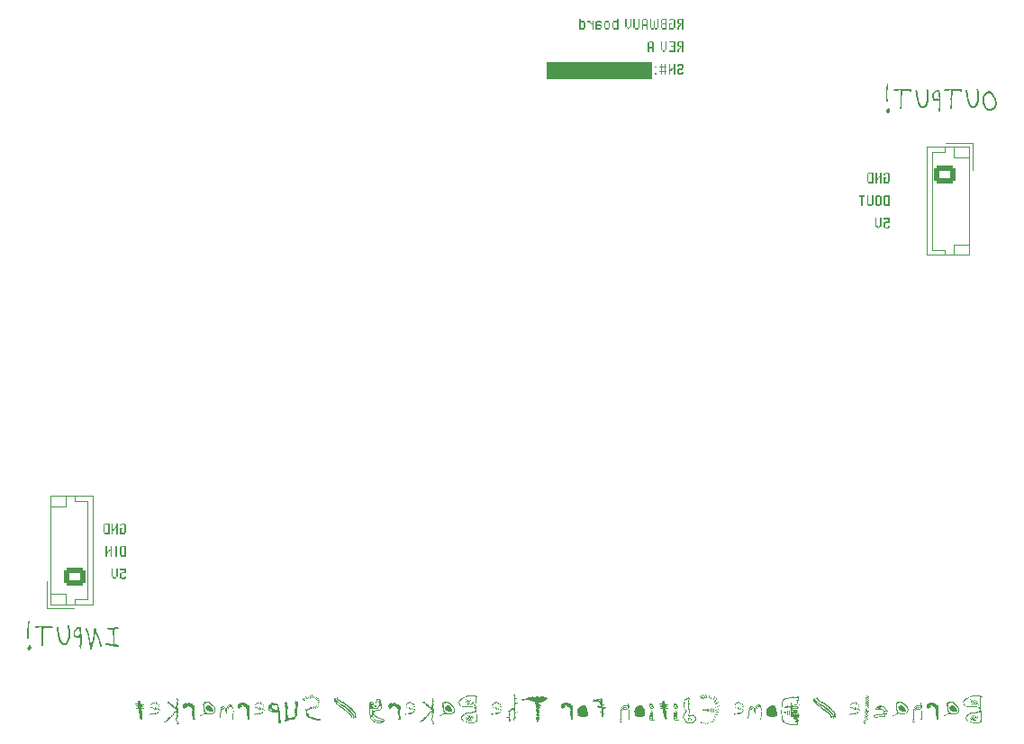
<source format=gbr>
%TF.GenerationSoftware,KiCad,Pcbnew,8.0.1-rc1*%
%TF.CreationDate,2024-03-31T01:12:23-05:00*%
%TF.ProjectId,dome_rgbwauv_pcb,646f6d65-5f72-4676-9277-6175765f7063,rev?*%
%TF.SameCoordinates,Original*%
%TF.FileFunction,Legend,Bot*%
%TF.FilePolarity,Positive*%
%FSLAX46Y46*%
G04 Gerber Fmt 4.6, Leading zero omitted, Abs format (unit mm)*
G04 Created by KiCad (PCBNEW 8.0.1-rc1) date 2024-03-31 01:12:23*
%MOMM*%
%LPD*%
G01*
G04 APERTURE LIST*
G04 Aperture macros list*
%AMRoundRect*
0 Rectangle with rounded corners*
0 $1 Rounding radius*
0 $2 $3 $4 $5 $6 $7 $8 $9 X,Y pos of 4 corners*
0 Add a 4 corners polygon primitive as box body*
4,1,4,$2,$3,$4,$5,$6,$7,$8,$9,$2,$3,0*
0 Add four circle primitives for the rounded corners*
1,1,$1+$1,$2,$3*
1,1,$1+$1,$4,$5*
1,1,$1+$1,$6,$7*
1,1,$1+$1,$8,$9*
0 Add four rect primitives between the rounded corners*
20,1,$1+$1,$2,$3,$4,$5,0*
20,1,$1+$1,$4,$5,$6,$7,0*
20,1,$1+$1,$6,$7,$8,$9,0*
20,1,$1+$1,$8,$9,$2,$3,0*%
G04 Aperture macros list end*
%ADD10C,0.120000*%
%ADD11C,0.508000*%
%ADD12C,0.200000*%
%ADD13R,1.700000X1.700000*%
%ADD14O,1.700000X1.700000*%
%ADD15C,3.200000*%
%ADD16C,2.200000*%
%ADD17RoundRect,0.250000X-0.725000X0.600000X-0.725000X-0.600000X0.725000X-0.600000X0.725000X0.600000X0*%
%ADD18O,1.950000X1.700000*%
%ADD19RoundRect,0.250000X0.725000X-0.600000X0.725000X0.600000X-0.725000X0.600000X-0.725000X-0.600000X0*%
G04 APERTURE END LIST*
D10*
X138188044Y-66323659D02*
X147988044Y-66323659D01*
X147988044Y-67873659D01*
X138188044Y-67873659D01*
X138188044Y-66323659D01*
G36*
X138188044Y-66323659D02*
G01*
X147988044Y-66323659D01*
X147988044Y-67873659D01*
X138188044Y-67873659D01*
X138188044Y-66323659D01*
G37*
D11*
G36*
X179813785Y-69030281D02*
G01*
X179887944Y-69060666D01*
X179987490Y-69138226D01*
X180042391Y-69200349D01*
X180122187Y-69304805D01*
X180200279Y-69416775D01*
X180260330Y-69514255D01*
X180319108Y-69627220D01*
X180370263Y-69746196D01*
X180384997Y-69784484D01*
X180424313Y-69902229D01*
X180453393Y-70025365D01*
X180461264Y-70077205D01*
X180471384Y-70203413D01*
X180460217Y-70309498D01*
X180439124Y-70396350D01*
X180436813Y-70410866D01*
X180391448Y-70528040D01*
X180312568Y-70632094D01*
X180254252Y-70703437D01*
X180224048Y-70734704D01*
X180118390Y-70807660D01*
X180062943Y-70841471D01*
X179949647Y-70898235D01*
X179916016Y-70905433D01*
X179790831Y-70913124D01*
X179736199Y-70910953D01*
X179612783Y-70878383D01*
X179581170Y-70857312D01*
X179485605Y-70777262D01*
X179475490Y-70767985D01*
X179390067Y-70673039D01*
X179355947Y-70614723D01*
X179316873Y-70551595D01*
X179250638Y-70432332D01*
X179202713Y-70307016D01*
X179171074Y-70187904D01*
X179158318Y-70126719D01*
X179145362Y-70001824D01*
X179143704Y-69939133D01*
X179277779Y-69939133D01*
X179282386Y-70013796D01*
X179305696Y-70137653D01*
X179312619Y-70164846D01*
X179354871Y-70295355D01*
X179409844Y-70416777D01*
X179477540Y-70529111D01*
X179514539Y-70579435D01*
X179603088Y-70672651D01*
X179713284Y-70734456D01*
X179779664Y-70748104D01*
X179858452Y-70734456D01*
X179919258Y-70716223D01*
X180030296Y-70660631D01*
X180079652Y-70628178D01*
X180175464Y-70545241D01*
X180204166Y-70504616D01*
X180274104Y-70396971D01*
X180321253Y-70315701D01*
X180321253Y-70156885D01*
X180320915Y-70127656D01*
X180310397Y-69999616D01*
X180282789Y-69877715D01*
X180255733Y-69805519D01*
X180205242Y-69690362D01*
X180181280Y-69644546D01*
X180114512Y-69530518D01*
X180045185Y-69424840D01*
X179999239Y-69359623D01*
X179913045Y-69259820D01*
X179872100Y-69252996D01*
X179810062Y-69280293D01*
X179708321Y-69261061D01*
X179661792Y-69248033D01*
X179602856Y-69270987D01*
X179539680Y-69311436D01*
X179439077Y-69393201D01*
X179385779Y-69444493D01*
X179310659Y-69550156D01*
X179309316Y-69554056D01*
X179289091Y-69680629D01*
X179281501Y-69811955D01*
X179277779Y-69939133D01*
X179143704Y-69939133D01*
X179141916Y-69871512D01*
X179141960Y-69854024D01*
X179145401Y-69725198D01*
X179157445Y-69591866D01*
X179185963Y-69464544D01*
X179230010Y-69380794D01*
X179251251Y-69356645D01*
X179341057Y-69267265D01*
X179386190Y-69225825D01*
X179482736Y-69146400D01*
X179597893Y-69090457D01*
X179645042Y-69059438D01*
X179747404Y-69019114D01*
X179813785Y-69030281D01*
G37*
G36*
X178754181Y-68917372D02*
G01*
X178733088Y-68834242D01*
X178666087Y-68782750D01*
X178601568Y-68801982D01*
X178585438Y-68874566D01*
X178585438Y-68907446D01*
X178606574Y-69029904D01*
X178609633Y-69042688D01*
X178631967Y-69156217D01*
X178642930Y-69282047D01*
X178647428Y-69409069D01*
X178649518Y-69548521D01*
X178649958Y-69664306D01*
X178648651Y-69791718D01*
X178643134Y-69883299D01*
X178621420Y-70000550D01*
X178580087Y-70120794D01*
X178557522Y-70171154D01*
X178499216Y-70285003D01*
X178477493Y-70314461D01*
X178457020Y-70353544D01*
X178408631Y-70408138D01*
X178332945Y-70459629D01*
X178276491Y-70465833D01*
X178154314Y-70440357D01*
X178146212Y-70434814D01*
X178060176Y-70339069D01*
X178056257Y-70334313D01*
X177992979Y-70243117D01*
X177959478Y-70187283D01*
X177917293Y-70091745D01*
X177885864Y-69964980D01*
X177858005Y-69843439D01*
X177846570Y-69779696D01*
X177822995Y-69681056D01*
X177790377Y-69553006D01*
X177769751Y-69421015D01*
X177767782Y-69406849D01*
X177750770Y-69273420D01*
X177738673Y-69140814D01*
X177735522Y-69053235D01*
X177699540Y-68944669D01*
X177636882Y-68922335D01*
X177570502Y-68960178D01*
X177556233Y-69017253D01*
X177570890Y-69143577D01*
X177582289Y-69207088D01*
X177605294Y-69332935D01*
X177621373Y-69424840D01*
X177643188Y-69553186D01*
X177663559Y-69674232D01*
X177687988Y-69797390D01*
X177710707Y-69893845D01*
X177743277Y-70016059D01*
X177756615Y-70084921D01*
X177778949Y-70179839D01*
X177805004Y-70243117D01*
X177839746Y-70303294D01*
X177876968Y-70367193D01*
X177949283Y-70474724D01*
X177994840Y-70528491D01*
X178090484Y-70613434D01*
X178125119Y-70632714D01*
X178229963Y-70663113D01*
X178279593Y-70659390D01*
X178404444Y-70629147D01*
X178503549Y-70568195D01*
X178586673Y-70468950D01*
X178651269Y-70361689D01*
X178687801Y-70290886D01*
X178739595Y-70176235D01*
X178754181Y-70132070D01*
X178775894Y-70047078D01*
X178796987Y-69942855D01*
X178798848Y-69924864D01*
X178801950Y-69893225D01*
X178803811Y-69854762D01*
X178811721Y-69727274D01*
X178813987Y-69594353D01*
X178814358Y-69494943D01*
X178813505Y-69368347D01*
X178809026Y-69238795D01*
X178800709Y-69181653D01*
X178773413Y-69062540D01*
X178755101Y-68937041D01*
X178754181Y-68917372D01*
G37*
G36*
X176379378Y-68861538D02*
G01*
X176249254Y-68850837D01*
X176113911Y-68847618D01*
X176040032Y-68847270D01*
X175910143Y-68848694D01*
X175816076Y-68854714D01*
X175740390Y-68861538D01*
X175668427Y-68854714D01*
X175550555Y-68878288D01*
X175531323Y-68968243D01*
X175604528Y-69051374D01*
X175664084Y-69039586D01*
X175794118Y-69017083D01*
X175886179Y-69006706D01*
X176016430Y-68993853D01*
X176136811Y-68986854D01*
X176152321Y-68993058D01*
X176159765Y-69037725D01*
X176169941Y-69164653D01*
X176170311Y-69195921D01*
X176166216Y-69328685D01*
X176157492Y-69466065D01*
X176147023Y-69598040D01*
X176145496Y-69615916D01*
X176136691Y-69744033D01*
X176134950Y-69806992D01*
X176138672Y-69918660D01*
X176140533Y-69967050D01*
X176141774Y-70021643D01*
X176140850Y-70159562D01*
X176137302Y-70302752D01*
X176129800Y-70439045D01*
X176114833Y-70565598D01*
X176103931Y-70612242D01*
X176111996Y-70713363D01*
X176145496Y-70759891D01*
X176197608Y-70770438D01*
X176281979Y-70675520D01*
X176277637Y-70630853D01*
X176271619Y-70504136D01*
X176270813Y-70367813D01*
X176271210Y-70226367D01*
X176272402Y-70092986D01*
X176274389Y-69967670D01*
X176277991Y-69822366D01*
X176282835Y-69689664D01*
X176290287Y-69547055D01*
X176296248Y-69462063D01*
X176306138Y-69335683D01*
X176313008Y-69209657D01*
X176313619Y-69174208D01*
X176313619Y-69153115D01*
X176313619Y-69131402D01*
X176342156Y-69011049D01*
X176370073Y-69004845D01*
X176477398Y-69015392D01*
X176602488Y-69029568D01*
X176619464Y-69030281D01*
X176644279Y-69030281D01*
X176768510Y-69046333D01*
X176840318Y-69058818D01*
X176971184Y-69079303D01*
X177094673Y-69090457D01*
X177198896Y-69045790D01*
X177206961Y-68999262D01*
X177178424Y-68905585D01*
X177054969Y-68897520D01*
X176976801Y-68897520D01*
X176916004Y-68897520D01*
X176782184Y-68895798D01*
X176657567Y-68890633D01*
X176526415Y-68880513D01*
X176393237Y-68863752D01*
X176379378Y-68861538D01*
G37*
G36*
X175148551Y-69457100D02*
G01*
X175133405Y-69332131D01*
X175123736Y-69281533D01*
X175102498Y-69158988D01*
X175098300Y-69102865D01*
X175084669Y-68977348D01*
X175082791Y-68971965D01*
X175000281Y-68929780D01*
X174981049Y-68929780D01*
X174850144Y-68956589D01*
X174730925Y-68999201D01*
X174693815Y-69017873D01*
X174586654Y-69096499D01*
X174506315Y-69198415D01*
X174491572Y-69223838D01*
X174442166Y-69338795D01*
X174417128Y-69467174D01*
X174415265Y-69514175D01*
X174423221Y-69640539D01*
X174456831Y-69773957D01*
X174525024Y-69883868D01*
X174581526Y-69930447D01*
X174698925Y-69972208D01*
X174724833Y-69973253D01*
X174798038Y-69969531D01*
X174858214Y-69951540D01*
X174913428Y-69929207D01*
X175008346Y-69862206D01*
X175025096Y-69766668D01*
X174942586Y-69683537D01*
X174877446Y-69738751D01*
X174768948Y-69804908D01*
X174741584Y-69808854D01*
X174714287Y-69808854D01*
X174601378Y-69752244D01*
X174555781Y-69635487D01*
X174548026Y-69582416D01*
X174544304Y-69531545D01*
X174568082Y-69408378D01*
X174599517Y-69341089D01*
X174682811Y-69243429D01*
X174686990Y-69239348D01*
X174778806Y-69164282D01*
X174897114Y-69122697D01*
X174932039Y-69115893D01*
X174953753Y-69153736D01*
X174984151Y-69266644D01*
X175005416Y-69391109D01*
X175008966Y-69413674D01*
X175027333Y-69537797D01*
X175031920Y-69568768D01*
X175048050Y-69684158D01*
X175054878Y-69813212D01*
X175057350Y-69952273D01*
X175058339Y-70086391D01*
X175058596Y-70217682D01*
X175058156Y-70341963D01*
X175054874Y-70466453D01*
X175042277Y-70591360D01*
X175038744Y-70611621D01*
X175008966Y-70643260D01*
X174978568Y-70671798D01*
X174976706Y-70754928D01*
X174999498Y-70877283D01*
X175002142Y-70885207D01*
X175057355Y-70959653D01*
X175067902Y-70959653D01*
X175131801Y-70918708D01*
X175159097Y-70838679D01*
X175162151Y-70705550D01*
X175170314Y-70572786D01*
X175180810Y-70456527D01*
X175183900Y-70332246D01*
X175183912Y-70318183D01*
X175183515Y-70171658D01*
X175182323Y-70040409D01*
X175179714Y-69897832D01*
X175174945Y-69758247D01*
X175165804Y-69625603D01*
X175158477Y-69573731D01*
X175148551Y-69457100D01*
G37*
G36*
X174021947Y-68917372D02*
G01*
X174000854Y-68834242D01*
X173933853Y-68782750D01*
X173869334Y-68801982D01*
X173853204Y-68874566D01*
X173853204Y-68907446D01*
X173874340Y-69029904D01*
X173877399Y-69042688D01*
X173899732Y-69156217D01*
X173910695Y-69282047D01*
X173915193Y-69409069D01*
X173917284Y-69548521D01*
X173917723Y-69664306D01*
X173916417Y-69791718D01*
X173910899Y-69883299D01*
X173889186Y-70000550D01*
X173847853Y-70120794D01*
X173825287Y-70171154D01*
X173766981Y-70285003D01*
X173745258Y-70314461D01*
X173724786Y-70353544D01*
X173676397Y-70408138D01*
X173600711Y-70459629D01*
X173544256Y-70465833D01*
X173422080Y-70440357D01*
X173413977Y-70434814D01*
X173327942Y-70339069D01*
X173324023Y-70334313D01*
X173260744Y-70243117D01*
X173227244Y-70187283D01*
X173185058Y-70091745D01*
X173153630Y-69964980D01*
X173125771Y-69843439D01*
X173114335Y-69779696D01*
X173090761Y-69681056D01*
X173058143Y-69553006D01*
X173037517Y-69421015D01*
X173035547Y-69406849D01*
X173018535Y-69273420D01*
X173006438Y-69140814D01*
X173003288Y-69053235D01*
X172967306Y-68944669D01*
X172904648Y-68922335D01*
X172838268Y-68960178D01*
X172823999Y-69017253D01*
X172838655Y-69143577D01*
X172850055Y-69207088D01*
X172873059Y-69332935D01*
X172889138Y-69424840D01*
X172910953Y-69553186D01*
X172931324Y-69674232D01*
X172955754Y-69797390D01*
X172978473Y-69893845D01*
X173011042Y-70016059D01*
X173024381Y-70084921D01*
X173046714Y-70179839D01*
X173072770Y-70243117D01*
X173107511Y-70303294D01*
X173144734Y-70367193D01*
X173217049Y-70474724D01*
X173262605Y-70528491D01*
X173358250Y-70613434D01*
X173392884Y-70632714D01*
X173497728Y-70663113D01*
X173547358Y-70659390D01*
X173672209Y-70629147D01*
X173771314Y-70568195D01*
X173854438Y-70468950D01*
X173919034Y-70361689D01*
X173955566Y-70290886D01*
X174007361Y-70176235D01*
X174021947Y-70132070D01*
X174043660Y-70047078D01*
X174064753Y-69942855D01*
X174066614Y-69924864D01*
X174069716Y-69893225D01*
X174071577Y-69854762D01*
X174079486Y-69727274D01*
X174081752Y-69594353D01*
X174082123Y-69494943D01*
X174081270Y-69368347D01*
X174076792Y-69238795D01*
X174068475Y-69181653D01*
X174041178Y-69062540D01*
X174022867Y-68937041D01*
X174021947Y-68917372D01*
G37*
G36*
X171647144Y-68861538D02*
G01*
X171517020Y-68850837D01*
X171381677Y-68847618D01*
X171307798Y-68847270D01*
X171177909Y-68848694D01*
X171083842Y-68854714D01*
X171008156Y-68861538D01*
X170936192Y-68854714D01*
X170818321Y-68878288D01*
X170799089Y-68968243D01*
X170872293Y-69051374D01*
X170931850Y-69039586D01*
X171061884Y-69017083D01*
X171153944Y-69006706D01*
X171284196Y-68993853D01*
X171404577Y-68986854D01*
X171420086Y-68993058D01*
X171427531Y-69037725D01*
X171437706Y-69164653D01*
X171438077Y-69195921D01*
X171433982Y-69328685D01*
X171425257Y-69466065D01*
X171414789Y-69598040D01*
X171413262Y-69615916D01*
X171404456Y-69744033D01*
X171402716Y-69806992D01*
X171406438Y-69918660D01*
X171408299Y-69967050D01*
X171409540Y-70021643D01*
X171408616Y-70159562D01*
X171405068Y-70302752D01*
X171397566Y-70439045D01*
X171382599Y-70565598D01*
X171371697Y-70612242D01*
X171379762Y-70713363D01*
X171413262Y-70759891D01*
X171465374Y-70770438D01*
X171549745Y-70675520D01*
X171545402Y-70630853D01*
X171539384Y-70504136D01*
X171538578Y-70367813D01*
X171538975Y-70226367D01*
X171540168Y-70092986D01*
X171542155Y-69967670D01*
X171545757Y-69822366D01*
X171550600Y-69689664D01*
X171558052Y-69547055D01*
X171564013Y-69462063D01*
X171573903Y-69335683D01*
X171580773Y-69209657D01*
X171581384Y-69174208D01*
X171581384Y-69153115D01*
X171581384Y-69131402D01*
X171609921Y-69011049D01*
X171637838Y-69004845D01*
X171745164Y-69015392D01*
X171870254Y-69029568D01*
X171887230Y-69030281D01*
X171912045Y-69030281D01*
X172036275Y-69046333D01*
X172108084Y-69058818D01*
X172238950Y-69079303D01*
X172362438Y-69090457D01*
X172466662Y-69045790D01*
X172474727Y-68999262D01*
X172446189Y-68905585D01*
X172322734Y-68897520D01*
X172244567Y-68897520D01*
X172183770Y-68897520D01*
X172049950Y-68895798D01*
X171925332Y-68890633D01*
X171794181Y-68880513D01*
X171661003Y-68863752D01*
X171647144Y-68861538D01*
G37*
G36*
X170374131Y-70671798D02*
G01*
X170410157Y-70718620D01*
X170437409Y-70843022D01*
X170434307Y-70906300D01*
X170408251Y-71026653D01*
X170332565Y-71098617D01*
X170246333Y-71127775D01*
X170135906Y-71075663D01*
X170125928Y-71064936D01*
X170080072Y-70946625D01*
X170080815Y-70943523D01*
X170247574Y-70943523D01*
X170250055Y-70941041D01*
X170291000Y-70861013D01*
X170303408Y-70815725D01*
X170282935Y-70852327D01*
X170251916Y-70914365D01*
X170247574Y-70943523D01*
X170080815Y-70943523D01*
X170100928Y-70859566D01*
X170174990Y-70754308D01*
X170236407Y-70679242D01*
X170302167Y-70641399D01*
X170374131Y-70671798D01*
G37*
G36*
X170294722Y-68438441D02*
G01*
X170273009Y-68538942D01*
X170258469Y-68580709D01*
X170236669Y-68706557D01*
X170219657Y-68841066D01*
X170213580Y-68898414D01*
X170205238Y-69033702D01*
X170201056Y-69167425D01*
X170199079Y-69301892D01*
X170198564Y-69427942D01*
X170198630Y-69469631D01*
X170199889Y-69600389D01*
X170203864Y-69733873D01*
X170215314Y-69864067D01*
X170240129Y-69960226D01*
X170216555Y-70028467D01*
X170128462Y-70080579D01*
X170080692Y-70068171D01*
X170047813Y-69993106D01*
X170053902Y-69896702D01*
X170058398Y-69768956D01*
X170062081Y-69631426D01*
X170064282Y-69506836D01*
X170067912Y-69351538D01*
X170072337Y-69208609D01*
X170077557Y-69078048D01*
X170085200Y-68932242D01*
X170094085Y-68805761D01*
X170108609Y-68661156D01*
X170110472Y-68646589D01*
X170129228Y-68523434D01*
X170169406Y-68398117D01*
X170282315Y-68388811D01*
X170294722Y-68438441D01*
G37*
D12*
G36*
X170090752Y-77166399D02*
G01*
X169843221Y-77166399D01*
X169843221Y-77742109D01*
X170307884Y-77742109D01*
X170307884Y-77611519D01*
X169974121Y-77611519D01*
X169974121Y-77296988D01*
X170090752Y-77296988D01*
X170090752Y-77166399D01*
G37*
G36*
X170418931Y-76828914D02*
G01*
X170288032Y-76828914D01*
X170288032Y-77622996D01*
X170418931Y-77622996D01*
X170418931Y-76828914D01*
G37*
G36*
X170307884Y-76729654D02*
G01*
X169962334Y-76729654D01*
X169962334Y-76860243D01*
X170307884Y-76860243D01*
X170307884Y-76729654D01*
G37*
G36*
X169974121Y-76828914D02*
G01*
X169843221Y-76828914D01*
X169843221Y-76959503D01*
X169974121Y-76959503D01*
X169974121Y-76828914D01*
G37*
G36*
X169196168Y-76729654D02*
G01*
X169065269Y-76729654D01*
X169065269Y-77742109D01*
X169196168Y-77742109D01*
X169196168Y-77404624D01*
X169303494Y-77404624D01*
X169303494Y-77274034D01*
X169196168Y-77274034D01*
X169196168Y-76729654D01*
G37*
G36*
X169414541Y-77166399D02*
G01*
X169283642Y-77166399D01*
X169283642Y-77293886D01*
X169414541Y-77293886D01*
X169414541Y-77166399D01*
G37*
G36*
X169640979Y-76729654D02*
G01*
X169510079Y-76729654D01*
X169510079Y-77055662D01*
X169394689Y-77055662D01*
X169394689Y-77186251D01*
X169510079Y-77186251D01*
X169510079Y-77742109D01*
X169640979Y-77742109D01*
X169640979Y-76729654D01*
G37*
G36*
X168418216Y-76828914D02*
G01*
X168287316Y-76828914D01*
X168287316Y-77622996D01*
X168418216Y-77622996D01*
X168418216Y-76828914D01*
G37*
G36*
X168863026Y-76729654D02*
G01*
X168398364Y-76729654D01*
X168398364Y-76860243D01*
X168732127Y-76860243D01*
X168732127Y-77611519D01*
X168398364Y-77611519D01*
X168398364Y-77742109D01*
X168863026Y-77742109D01*
X168863026Y-76729654D01*
G37*
G36*
X169974121Y-78962514D02*
G01*
X169843221Y-78962514D01*
X169843221Y-79756596D01*
X169974121Y-79756596D01*
X169974121Y-78962514D01*
G37*
G36*
X170418931Y-78863254D02*
G01*
X169954269Y-78863254D01*
X169954269Y-78993843D01*
X170288032Y-78993843D01*
X170288032Y-79745119D01*
X169954269Y-79745119D01*
X169954269Y-79875709D01*
X170418931Y-79875709D01*
X170418931Y-78863254D01*
G37*
G36*
X169196168Y-78962514D02*
G01*
X169065269Y-78962514D01*
X169065269Y-79756596D01*
X169196168Y-79756596D01*
X169196168Y-78962514D01*
G37*
G36*
X169529931Y-79745119D02*
G01*
X169184381Y-79745119D01*
X169184381Y-79875709D01*
X169529931Y-79875709D01*
X169529931Y-79745119D01*
G37*
G36*
X169640979Y-78962514D02*
G01*
X169510079Y-78962514D01*
X169510079Y-79756596D01*
X169640979Y-79756596D01*
X169640979Y-78962514D01*
G37*
G36*
X169529931Y-78863254D02*
G01*
X169184381Y-78863254D01*
X169184381Y-78993843D01*
X169529931Y-78993843D01*
X169529931Y-78863254D01*
G37*
G36*
X168418216Y-78863254D02*
G01*
X168287316Y-78863254D01*
X168287316Y-79776448D01*
X168418216Y-79776448D01*
X168418216Y-78863254D01*
G37*
G36*
X168751979Y-79745119D02*
G01*
X168406429Y-79745119D01*
X168406429Y-79875709D01*
X168751979Y-79875709D01*
X168751979Y-79745119D01*
G37*
G36*
X168863026Y-78863254D02*
G01*
X168732127Y-78863254D01*
X168732127Y-79776448D01*
X168863026Y-79776448D01*
X168863026Y-78863254D01*
G37*
G36*
X168085074Y-78863254D02*
G01*
X167509364Y-78863254D01*
X167509364Y-78993843D01*
X167727736Y-78993843D01*
X167727736Y-79875709D01*
X167858636Y-79875709D01*
X167858636Y-78993843D01*
X168085074Y-78993843D01*
X168085074Y-78863254D01*
G37*
G36*
X170418931Y-81771084D02*
G01*
X170288032Y-81771084D01*
X170288032Y-81898571D01*
X170418931Y-81898571D01*
X170418931Y-81771084D01*
G37*
G36*
X170307884Y-81878719D02*
G01*
X169962334Y-81878719D01*
X169962334Y-82009309D01*
X170307884Y-82009309D01*
X170307884Y-81878719D01*
G37*
G36*
X169974121Y-81441974D02*
G01*
X169843221Y-81441974D01*
X169843221Y-81898571D01*
X169974121Y-81898571D01*
X169974121Y-81441974D01*
G37*
G36*
X170418931Y-80996854D02*
G01*
X169843221Y-80996854D01*
X169843221Y-81127443D01*
X170288032Y-81127443D01*
X170288032Y-81322862D01*
X169962334Y-81322862D01*
X169962334Y-81453451D01*
X170418931Y-81453451D01*
X170418931Y-80996854D01*
G37*
G36*
X169192446Y-80996854D02*
G01*
X169065269Y-80996854D01*
X169065269Y-81790936D01*
X169192446Y-81790936D01*
X169192446Y-80996854D01*
G37*
G36*
X169303494Y-81771084D02*
G01*
X169172594Y-81771084D01*
X169172594Y-81898571D01*
X169303494Y-81898571D01*
X169303494Y-81771084D01*
G37*
G36*
X169414541Y-81878719D02*
G01*
X169283642Y-81878719D01*
X169283642Y-82009309D01*
X169414541Y-82009309D01*
X169414541Y-81878719D01*
G37*
G36*
X169529931Y-81771084D02*
G01*
X169402754Y-81771084D01*
X169402754Y-81898571D01*
X169529931Y-81898571D01*
X169529931Y-81771084D01*
G37*
G36*
X169640979Y-80996854D02*
G01*
X169510079Y-80996854D01*
X169510079Y-81790936D01*
X169640979Y-81790936D01*
X169640979Y-80996854D01*
G37*
G36*
X151018931Y-62229654D02*
G01*
X150550547Y-62229654D01*
X150550547Y-62360243D01*
X150888032Y-62360243D01*
X150888032Y-62666399D01*
X150550547Y-62666399D01*
X150550547Y-62796988D01*
X150661594Y-62796988D01*
X150661594Y-62912999D01*
X150792494Y-62912999D01*
X150792494Y-62796988D01*
X150888032Y-62796988D01*
X150888032Y-63242109D01*
X151018931Y-63242109D01*
X151018931Y-62229654D01*
G37*
G36*
X150570399Y-62328914D02*
G01*
X150443221Y-62328914D01*
X150443221Y-62686251D01*
X150570399Y-62686251D01*
X150570399Y-62328914D01*
G37*
G36*
X150681446Y-62893147D02*
G01*
X150550547Y-62893147D01*
X150550547Y-63023736D01*
X150681446Y-63023736D01*
X150681446Y-62893147D01*
G37*
G36*
X150570399Y-63003884D02*
G01*
X150443221Y-63003884D01*
X150443221Y-63242109D01*
X150570399Y-63242109D01*
X150570399Y-63003884D01*
G37*
G36*
X149912799Y-62666399D02*
G01*
X149665269Y-62666399D01*
X149665269Y-63242109D01*
X150129931Y-63242109D01*
X150129931Y-63111519D01*
X149796168Y-63111519D01*
X149796168Y-62796988D01*
X149912799Y-62796988D01*
X149912799Y-62666399D01*
G37*
G36*
X150240979Y-62328914D02*
G01*
X150110079Y-62328914D01*
X150110079Y-63122996D01*
X150240979Y-63122996D01*
X150240979Y-62328914D01*
G37*
G36*
X150129931Y-62229654D02*
G01*
X149784381Y-62229654D01*
X149784381Y-62360243D01*
X150129931Y-62360243D01*
X150129931Y-62229654D01*
G37*
G36*
X149796168Y-62328914D02*
G01*
X149665269Y-62328914D01*
X149665269Y-62459503D01*
X149796168Y-62459503D01*
X149796168Y-62328914D01*
G37*
G36*
X149018216Y-62328914D02*
G01*
X148887316Y-62328914D01*
X148887316Y-62686251D01*
X149018216Y-62686251D01*
X149018216Y-62328914D01*
G37*
G36*
X149018216Y-62785511D02*
G01*
X148887316Y-62785511D01*
X148887316Y-63131371D01*
X149018216Y-63131371D01*
X149018216Y-62785511D01*
G37*
G36*
X149463026Y-62229654D02*
G01*
X148998364Y-62229654D01*
X148998364Y-62360243D01*
X149332127Y-62360243D01*
X149332127Y-62666399D01*
X148998364Y-62666399D01*
X148998364Y-62796988D01*
X149332127Y-62796988D01*
X149332127Y-63111519D01*
X148998364Y-63111519D01*
X148998364Y-63242109D01*
X149463026Y-63242109D01*
X149463026Y-62229654D01*
G37*
G36*
X148021891Y-62229654D02*
G01*
X147890991Y-62229654D01*
X147890991Y-63142848D01*
X148021891Y-63142848D01*
X148021891Y-62229654D01*
G37*
G36*
X148236541Y-63111519D02*
G01*
X148010104Y-63111519D01*
X148010104Y-63242109D01*
X148236541Y-63242109D01*
X148236541Y-63111519D01*
G37*
G36*
X148347589Y-62448026D02*
G01*
X148216689Y-62448026D01*
X148216689Y-63142848D01*
X148347589Y-63142848D01*
X148347589Y-62448026D01*
G37*
G36*
X148565961Y-63111519D02*
G01*
X148327736Y-63111519D01*
X148327736Y-63242109D01*
X148565961Y-63242109D01*
X148565961Y-63111519D01*
G37*
G36*
X148685074Y-62229654D02*
G01*
X148554174Y-62229654D01*
X148554174Y-63142848D01*
X148685074Y-63142848D01*
X148685074Y-62229654D01*
G37*
G36*
X147685026Y-62328914D02*
G01*
X147554127Y-62328914D01*
X147554127Y-62774034D01*
X147240216Y-62774034D01*
X147240216Y-62328914D01*
X147109316Y-62328914D01*
X147109316Y-63242109D01*
X147240216Y-63242109D01*
X147240216Y-62904624D01*
X147554127Y-62904624D01*
X147554127Y-63242109D01*
X147685026Y-63242109D01*
X147685026Y-62328914D01*
G37*
G36*
X147573979Y-62229654D02*
G01*
X147228429Y-62229654D01*
X147228429Y-62360243D01*
X147573979Y-62360243D01*
X147573979Y-62229654D01*
G37*
G36*
X146462263Y-62229654D02*
G01*
X146331364Y-62229654D01*
X146331364Y-63142848D01*
X146462263Y-63142848D01*
X146462263Y-62229654D01*
G37*
G36*
X146796026Y-63111519D02*
G01*
X146450476Y-63111519D01*
X146450476Y-63242109D01*
X146796026Y-63242109D01*
X146796026Y-63111519D01*
G37*
G36*
X146907074Y-62229654D02*
G01*
X146776174Y-62229654D01*
X146776174Y-63142848D01*
X146907074Y-63142848D01*
X146907074Y-62229654D01*
G37*
G36*
X145680589Y-62229654D02*
G01*
X145553411Y-62229654D01*
X145553411Y-63023736D01*
X145680589Y-63023736D01*
X145680589Y-62229654D01*
G37*
G36*
X145791636Y-63003884D02*
G01*
X145660736Y-63003884D01*
X145660736Y-63131371D01*
X145791636Y-63131371D01*
X145791636Y-63003884D01*
G37*
G36*
X145902683Y-63111519D02*
G01*
X145771784Y-63111519D01*
X145771784Y-63242109D01*
X145902683Y-63242109D01*
X145902683Y-63111519D01*
G37*
G36*
X146018074Y-63003884D02*
G01*
X145890896Y-63003884D01*
X145890896Y-63131371D01*
X146018074Y-63131371D01*
X146018074Y-63003884D01*
G37*
G36*
X146129121Y-62229654D02*
G01*
X145998221Y-62229654D01*
X145998221Y-63023736D01*
X146129121Y-63023736D01*
X146129121Y-62229654D01*
G37*
G36*
X144462168Y-62567139D02*
G01*
X144331269Y-62567139D01*
X144331269Y-63131371D01*
X144462168Y-63131371D01*
X144462168Y-62567139D01*
G37*
G36*
X144906979Y-62229654D02*
G01*
X144776079Y-62229654D01*
X144776079Y-62448026D01*
X144442316Y-62448026D01*
X144442316Y-62578615D01*
X144776079Y-62578615D01*
X144776079Y-63111519D01*
X144442316Y-63111519D01*
X144442316Y-63242109D01*
X144906979Y-63242109D01*
X144906979Y-62229654D01*
G37*
G36*
X143684216Y-62567139D02*
G01*
X143553316Y-62567139D01*
X143553316Y-63131371D01*
X143684216Y-63131371D01*
X143684216Y-62567139D01*
G37*
G36*
X144017979Y-63111519D02*
G01*
X143672429Y-63111519D01*
X143672429Y-63242109D01*
X144017979Y-63242109D01*
X144017979Y-63111519D01*
G37*
G36*
X144129026Y-62567139D02*
G01*
X143998127Y-62567139D01*
X143998127Y-63131371D01*
X144129026Y-63131371D01*
X144129026Y-62567139D01*
G37*
G36*
X144017979Y-62448026D02*
G01*
X143672429Y-62448026D01*
X143672429Y-62578615D01*
X144017979Y-62578615D01*
X144017979Y-62448026D01*
G37*
G36*
X143351074Y-62555662D02*
G01*
X143220174Y-62555662D01*
X143220174Y-62686251D01*
X143351074Y-62686251D01*
X143351074Y-62555662D01*
G37*
G36*
X143351074Y-62884771D02*
G01*
X143220174Y-62884771D01*
X143220174Y-63122996D01*
X143351074Y-63122996D01*
X143351074Y-62884771D01*
G37*
G36*
X142906263Y-62555662D02*
G01*
X142775364Y-62555662D01*
X142775364Y-63242109D01*
X143240026Y-63242109D01*
X143240026Y-63111519D01*
X142906263Y-63111519D01*
X142906263Y-62904624D01*
X143240026Y-62904624D01*
X143240026Y-62774034D01*
X142906263Y-62774034D01*
X142906263Y-62555662D01*
G37*
G36*
X143240026Y-62448026D02*
G01*
X142894476Y-62448026D01*
X142894476Y-62578615D01*
X143240026Y-62578615D01*
X143240026Y-62448026D01*
G37*
G36*
X142235636Y-62448026D02*
G01*
X141997411Y-62448026D01*
X141997411Y-62578615D01*
X142235636Y-62578615D01*
X142235636Y-62448026D01*
G37*
G36*
X142346683Y-62555662D02*
G01*
X142215784Y-62555662D01*
X142215784Y-62686251D01*
X142346683Y-62686251D01*
X142346683Y-62555662D01*
G37*
G36*
X142573121Y-62448026D02*
G01*
X142442221Y-62448026D01*
X142442221Y-62666399D01*
X142326831Y-62666399D01*
X142326831Y-62796988D01*
X142442221Y-62796988D01*
X142442221Y-63242109D01*
X142573121Y-63242109D01*
X142573121Y-62448026D01*
G37*
G36*
X141795168Y-62567139D02*
G01*
X141664269Y-62567139D01*
X141664269Y-63131371D01*
X141795168Y-63131371D01*
X141795168Y-62567139D01*
G37*
G36*
X141350358Y-62229654D02*
G01*
X141219459Y-62229654D01*
X141219459Y-63242109D01*
X141684121Y-63242109D01*
X141684121Y-63111519D01*
X141350358Y-63111519D01*
X141350358Y-62578615D01*
X141684121Y-62578615D01*
X141684121Y-62448026D01*
X141350358Y-62448026D01*
X141350358Y-62229654D01*
G37*
G36*
X151018931Y-64363254D02*
G01*
X150550547Y-64363254D01*
X150550547Y-64493843D01*
X150888032Y-64493843D01*
X150888032Y-64799999D01*
X150550547Y-64799999D01*
X150550547Y-64930588D01*
X150661594Y-64930588D01*
X150661594Y-65046599D01*
X150792494Y-65046599D01*
X150792494Y-64930588D01*
X150888032Y-64930588D01*
X150888032Y-65375709D01*
X151018931Y-65375709D01*
X151018931Y-64363254D01*
G37*
G36*
X150570399Y-64462514D02*
G01*
X150443221Y-64462514D01*
X150443221Y-64819851D01*
X150570399Y-64819851D01*
X150570399Y-64462514D01*
G37*
G36*
X150681446Y-65026747D02*
G01*
X150550547Y-65026747D01*
X150550547Y-65157336D01*
X150681446Y-65157336D01*
X150681446Y-65026747D01*
G37*
G36*
X150570399Y-65137484D02*
G01*
X150443221Y-65137484D01*
X150443221Y-65375709D01*
X150570399Y-65375709D01*
X150570399Y-65137484D01*
G37*
G36*
X150240979Y-64363254D02*
G01*
X149665269Y-64363254D01*
X149665269Y-64493843D01*
X150110079Y-64493843D01*
X150110079Y-64799999D01*
X149883642Y-64799999D01*
X149883642Y-64930588D01*
X150110079Y-64930588D01*
X150110079Y-65245119D01*
X149665269Y-65245119D01*
X149665269Y-65375709D01*
X150240979Y-65375709D01*
X150240979Y-64363254D01*
G37*
G36*
X149014494Y-64363254D02*
G01*
X148887316Y-64363254D01*
X148887316Y-65157336D01*
X149014494Y-65157336D01*
X149014494Y-64363254D01*
G37*
G36*
X149125541Y-65137484D02*
G01*
X148994642Y-65137484D01*
X148994642Y-65264971D01*
X149125541Y-65264971D01*
X149125541Y-65137484D01*
G37*
G36*
X149236589Y-65245119D02*
G01*
X149105689Y-65245119D01*
X149105689Y-65375709D01*
X149236589Y-65375709D01*
X149236589Y-65245119D01*
G37*
G36*
X149351979Y-65137484D02*
G01*
X149224801Y-65137484D01*
X149224801Y-65264971D01*
X149351979Y-65264971D01*
X149351979Y-65137484D01*
G37*
G36*
X149463026Y-64363254D02*
G01*
X149332127Y-64363254D01*
X149332127Y-65157336D01*
X149463026Y-65157336D01*
X149463026Y-64363254D01*
G37*
G36*
X148240884Y-64462514D02*
G01*
X148109984Y-64462514D01*
X148109984Y-64907634D01*
X147796074Y-64907634D01*
X147796074Y-64462514D01*
X147665174Y-64462514D01*
X147665174Y-65375709D01*
X147796074Y-65375709D01*
X147796074Y-65038224D01*
X148109984Y-65038224D01*
X148109984Y-65375709D01*
X148240884Y-65375709D01*
X148240884Y-64462514D01*
G37*
G36*
X148129836Y-64363254D02*
G01*
X147784286Y-64363254D01*
X147784286Y-64493843D01*
X148129836Y-64493843D01*
X148129836Y-64363254D01*
G37*
G36*
X151018931Y-66596114D02*
G01*
X150888032Y-66596114D01*
X150888032Y-66953451D01*
X151018931Y-66953451D01*
X151018931Y-66596114D01*
G37*
G36*
X150574121Y-67041234D02*
G01*
X150443221Y-67041234D01*
X150443221Y-67398571D01*
X150574121Y-67398571D01*
X150574121Y-67041234D01*
G37*
G36*
X150907884Y-67378719D02*
G01*
X150562334Y-67378719D01*
X150562334Y-67509309D01*
X150907884Y-67509309D01*
X150907884Y-67378719D01*
G37*
G36*
X151018931Y-67271084D02*
G01*
X150888032Y-67271084D01*
X150888032Y-67398571D01*
X151018931Y-67398571D01*
X151018931Y-67271084D01*
G37*
G36*
X150907884Y-66933599D02*
G01*
X150562334Y-66933599D01*
X150562334Y-67061086D01*
X150907884Y-67061086D01*
X150907884Y-66933599D01*
G37*
G36*
X150574121Y-66596114D02*
G01*
X150443221Y-66596114D01*
X150443221Y-66726703D01*
X150574121Y-66726703D01*
X150574121Y-66596114D01*
G37*
G36*
X150907884Y-66496854D02*
G01*
X150562334Y-66496854D01*
X150562334Y-66627443D01*
X150907884Y-66627443D01*
X150907884Y-66496854D01*
G37*
G36*
X149796168Y-66496854D02*
G01*
X149665269Y-66496854D01*
X149665269Y-67509309D01*
X149796168Y-67509309D01*
X149796168Y-67171824D01*
X149903494Y-67171824D01*
X149903494Y-67041234D01*
X149796168Y-67041234D01*
X149796168Y-66496854D01*
G37*
G36*
X150014541Y-66933599D02*
G01*
X149883642Y-66933599D01*
X149883642Y-67061086D01*
X150014541Y-67061086D01*
X150014541Y-66933599D01*
G37*
G36*
X150240979Y-66496854D02*
G01*
X150110079Y-66496854D01*
X150110079Y-66822862D01*
X149994689Y-66822862D01*
X149994689Y-66953451D01*
X150110079Y-66953451D01*
X150110079Y-67509309D01*
X150240979Y-67509309D01*
X150240979Y-66496854D01*
G37*
G36*
X149018216Y-66715226D02*
G01*
X149224801Y-66715226D01*
X149224801Y-66496854D01*
X149355701Y-66496854D01*
X149355701Y-66715226D01*
X149463026Y-66715226D01*
X149463026Y-66845815D01*
X149355701Y-66845815D01*
X149355701Y-67160347D01*
X149463026Y-67160347D01*
X149463026Y-67290936D01*
X149355701Y-67290936D01*
X149355701Y-67509309D01*
X149224801Y-67509309D01*
X149224801Y-67290936D01*
X149018216Y-67290936D01*
X149018216Y-67509309D01*
X148887316Y-67509309D01*
X148887316Y-67290936D01*
X148768204Y-67290936D01*
X148768204Y-67160347D01*
X148887316Y-67160347D01*
X148887316Y-66845815D01*
X149018216Y-66845815D01*
X149018216Y-67160347D01*
X149224801Y-67160347D01*
X149224801Y-66845815D01*
X149018216Y-66845815D01*
X148887316Y-66845815D01*
X148768204Y-66845815D01*
X148768204Y-66715226D01*
X148887316Y-66715226D01*
X148887316Y-66496854D01*
X149018216Y-66496854D01*
X149018216Y-66715226D01*
G37*
G36*
X148475386Y-67378719D02*
G01*
X148344487Y-67378719D01*
X148344487Y-67509309D01*
X148475386Y-67509309D01*
X148475386Y-67378719D01*
G37*
G36*
X148475386Y-66715226D02*
G01*
X148344487Y-66715226D01*
X148344487Y-66845815D01*
X148475386Y-66845815D01*
X148475386Y-66715226D01*
G37*
G36*
X178150929Y-127987977D02*
G01*
X178193664Y-128060876D01*
X178253912Y-128170368D01*
X178306024Y-128267146D01*
X178340144Y-128375092D01*
X178319051Y-128385018D01*
X178256965Y-128316922D01*
X178190633Y-128210692D01*
X178165356Y-128166018D01*
X178099053Y-128043881D01*
X178049188Y-127925319D01*
X178072141Y-127898643D01*
X178150929Y-127987977D01*
G37*
G36*
X178203412Y-127818479D02*
G01*
X178267095Y-127927219D01*
X178331459Y-128046913D01*
X178372744Y-128126638D01*
X178429423Y-128241059D01*
X178474766Y-128357722D01*
X178447469Y-128385018D01*
X178396672Y-128323343D01*
X178333941Y-128210072D01*
X178310652Y-128163529D01*
X178249802Y-128040476D01*
X178189703Y-127915083D01*
X178141624Y-127796901D01*
X178165198Y-127773327D01*
X178203412Y-127818479D01*
G37*
G36*
X177995215Y-128209451D02*
G01*
X178056632Y-128311193D01*
X178033058Y-128338490D01*
X177951168Y-128279554D01*
X177941402Y-128269575D01*
X177870519Y-128162923D01*
X177900917Y-128126941D01*
X177995215Y-128209451D01*
G37*
G36*
X178021409Y-128055942D02*
G01*
X178103160Y-128150516D01*
X178122353Y-128179625D01*
X178185050Y-128293823D01*
X178154652Y-128313675D01*
X178137067Y-128305529D01*
X178056012Y-128210692D01*
X178042597Y-128191965D01*
X177980946Y-128082895D01*
X178008243Y-128052496D01*
X178021409Y-128055942D01*
G37*
G36*
X178351663Y-127809921D02*
G01*
X178412108Y-127920976D01*
X178449214Y-128004596D01*
X178493998Y-128121668D01*
X178521294Y-128251017D01*
X178501442Y-128275832D01*
X178501442Y-128288239D01*
X178490275Y-128288239D01*
X178473251Y-128275759D01*
X178425136Y-128160442D01*
X178401072Y-128093630D01*
X178350691Y-127973088D01*
X178338622Y-127945675D01*
X178299199Y-127825438D01*
X178329598Y-127795040D01*
X178351663Y-127809921D01*
G37*
G36*
X178573406Y-127925939D02*
G01*
X178585891Y-127958509D01*
X178620555Y-128078552D01*
X178627999Y-128116395D01*
X178605045Y-128145553D01*
X178570924Y-128118876D01*
X178536804Y-128051876D01*
X178507026Y-127969986D01*
X178484692Y-127853976D01*
X178508266Y-127823577D01*
X178573406Y-127925939D01*
G37*
G36*
X178672666Y-127881272D02*
G01*
X178676879Y-127894284D01*
X178696241Y-128018375D01*
X178665842Y-128074209D01*
X178627999Y-128041950D01*
X178602564Y-127895541D01*
X178633583Y-127848392D01*
X178672666Y-127881272D01*
G37*
G36*
X178778130Y-127950754D02*
G01*
X178740287Y-127999144D01*
X178699342Y-127950754D01*
X178740287Y-127905467D01*
X178778130Y-127950754D01*
G37*
G36*
X178806668Y-126821668D02*
G01*
X178781232Y-126865715D01*
X178733463Y-126891151D01*
X178711750Y-126881845D01*
X178728500Y-126819807D01*
X178779991Y-126798094D01*
X178806668Y-126821668D01*
G37*
G36*
X178739047Y-126567934D02*
G01*
X178704926Y-126621907D01*
X178634709Y-126670391D01*
X178531220Y-126750946D01*
X178467360Y-126801429D01*
X178358135Y-126866336D01*
X178345107Y-126866336D01*
X178331459Y-126839039D01*
X178363738Y-126799955D01*
X178460575Y-126718996D01*
X178560998Y-126641759D01*
X178604989Y-126608659D01*
X178715472Y-126544360D01*
X178739047Y-126567934D01*
G37*
G36*
X178610629Y-126446340D02*
G01*
X178598753Y-126473690D01*
X178510128Y-126561731D01*
X178443592Y-126617409D01*
X178350691Y-126700075D01*
X178335502Y-126714942D01*
X178237782Y-126793131D01*
X178144105Y-126837798D01*
X178109984Y-126813604D01*
X178180707Y-126736056D01*
X178243512Y-126693618D01*
X178341385Y-126613222D01*
X178379702Y-126579185D01*
X178475677Y-126497163D01*
X178587054Y-126422766D01*
X178610629Y-126446340D01*
G37*
G36*
X178685694Y-126786307D02*
G01*
X178608147Y-126819807D01*
X178606286Y-126756529D01*
X178683213Y-126726751D01*
X178685694Y-126786307D01*
G37*
G36*
X178446229Y-126389266D02*
G01*
X178388068Y-126463517D01*
X178297338Y-126551805D01*
X178208318Y-126633488D01*
X178112466Y-126712482D01*
X178069040Y-126730473D01*
X178045465Y-126703177D01*
X178109984Y-126616324D01*
X178190013Y-126549323D01*
X178265699Y-126481702D01*
X178318163Y-126435048D01*
X178422654Y-126361969D01*
X178446229Y-126389266D01*
G37*
G36*
X178245847Y-126364451D02*
G01*
X178197798Y-126418491D01*
X178106883Y-126511480D01*
X178011345Y-126576620D01*
X178000798Y-126556768D01*
X178037400Y-126476739D01*
X178077616Y-126433773D01*
X178170781Y-126345219D01*
X178265079Y-126283181D01*
X178245847Y-126364451D01*
G37*
G36*
X178113433Y-126307742D02*
G01*
X178043604Y-126410359D01*
X177972261Y-126458748D01*
X177945585Y-126432072D01*
X178015067Y-126329089D01*
X178113707Y-126303033D01*
X178113433Y-126307742D01*
G37*
G36*
X178020650Y-126258987D02*
G01*
X177985289Y-126319784D01*
X177926973Y-126324747D01*
X177931316Y-126264570D01*
X177986529Y-126226107D01*
X178020650Y-126258987D01*
G37*
G36*
X178960521Y-125942595D02*
G01*
X178976651Y-125968650D01*
X179067846Y-126013317D01*
X179100106Y-126061707D01*
X179069087Y-126083420D01*
X179001466Y-126064809D01*
X178982855Y-126058605D01*
X178971068Y-126201292D01*
X178963507Y-126307202D01*
X178954056Y-126452035D01*
X178946873Y-126580032D01*
X178941360Y-126708080D01*
X178938808Y-126839039D01*
X178945012Y-126950086D01*
X178965289Y-127029454D01*
X178989504Y-127166879D01*
X179006385Y-127309103D01*
X179017721Y-127444850D01*
X179026572Y-127596257D01*
X179031864Y-127728659D01*
X179035121Y-127866965D01*
X179037884Y-128006586D01*
X179039309Y-128139969D01*
X179039294Y-128155004D01*
X179035587Y-128285137D01*
X179022731Y-128349514D01*
X178953077Y-128455741D01*
X178847613Y-128513436D01*
X178819696Y-128521501D01*
X178709889Y-128569890D01*
X178667199Y-128578033D01*
X178540526Y-128588502D01*
X178415692Y-128573659D01*
X178283341Y-128544881D01*
X178151550Y-128510955D01*
X178019797Y-128473616D01*
X177887604Y-128430977D01*
X177763194Y-128378814D01*
X177692287Y-128324582D01*
X177619266Y-128223100D01*
X177582714Y-128137221D01*
X177565129Y-128028922D01*
X177634776Y-128028922D01*
X177640410Y-128079727D01*
X177692471Y-128197044D01*
X177774913Y-128285302D01*
X177887425Y-128350418D01*
X178005761Y-128392463D01*
X178105227Y-128421608D01*
X178228476Y-128460704D01*
X178247537Y-128466373D01*
X178372213Y-128491634D01*
X178502063Y-128505992D01*
X178558517Y-128505992D01*
X178673985Y-128496766D01*
X178796053Y-128460433D01*
X178905308Y-128389361D01*
X178914537Y-128380220D01*
X178959901Y-128260943D01*
X178961762Y-128195183D01*
X178963623Y-128111432D01*
X178963607Y-128070689D01*
X178963214Y-127919521D01*
X178962298Y-127787235D01*
X178960417Y-127648432D01*
X178957080Y-127520814D01*
X178946873Y-127393036D01*
X178922678Y-127373804D01*
X178907169Y-127407304D01*
X178885456Y-127474925D01*
X178795501Y-127528898D01*
X178761085Y-127545416D01*
X178639166Y-127584732D01*
X178552031Y-127597412D01*
X178421122Y-127614802D01*
X178286363Y-127630102D01*
X178152170Y-127641807D01*
X178063468Y-127654536D01*
X177938022Y-127696941D01*
X177821703Y-127767317D01*
X177725971Y-127853355D01*
X177647804Y-127946412D01*
X177634776Y-128028922D01*
X177565129Y-128028922D01*
X177562812Y-128014653D01*
X177578942Y-127917254D01*
X177648931Y-127817560D01*
X177747064Y-127730521D01*
X177780274Y-127705260D01*
X177886330Y-127636283D01*
X178005141Y-127581630D01*
X178092405Y-127567541D01*
X178220412Y-127551852D01*
X178339846Y-127540541D01*
X178483645Y-127523179D01*
X178614545Y-127501156D01*
X178744010Y-127463759D01*
X178817834Y-127427156D01*
X178831483Y-127386211D01*
X178867465Y-127306803D01*
X178902826Y-127246627D01*
X178844213Y-127136168D01*
X178736565Y-127071680D01*
X178673528Y-127053687D01*
X178543490Y-127038093D01*
X178412108Y-127034458D01*
X178329094Y-127035350D01*
X178200356Y-127040031D01*
X178066558Y-127048726D01*
X178043196Y-127049946D01*
X177915186Y-127055551D01*
X177845839Y-127050124D01*
X177723490Y-127022671D01*
X177619237Y-126982540D01*
X177506358Y-126915966D01*
X177448028Y-126869946D01*
X177364912Y-126769557D01*
X177349585Y-126731062D01*
X177323347Y-126609500D01*
X177320464Y-126560490D01*
X177395310Y-126560490D01*
X177401763Y-126630064D01*
X177453380Y-126753946D01*
X177543968Y-126848034D01*
X177659591Y-126917827D01*
X177776842Y-126963114D01*
X177823545Y-126969163D01*
X177951788Y-126973040D01*
X177996014Y-126972783D01*
X178124874Y-126970404D01*
X178262583Y-126966603D01*
X178389774Y-126962494D01*
X178490275Y-126962494D01*
X178601090Y-126968077D01*
X178731429Y-126993988D01*
X178852576Y-127051828D01*
X178899104Y-127103940D01*
X178874909Y-126983587D01*
X178869820Y-126964365D01*
X178853196Y-126839039D01*
X178856918Y-126800576D01*
X178873544Y-126672081D01*
X178883267Y-126536926D01*
X178890304Y-126407519D01*
X178896002Y-126281320D01*
X178905928Y-126046818D01*
X178879872Y-126039994D01*
X178793786Y-126036577D01*
X178661423Y-126033087D01*
X178533081Y-126030068D01*
X178408386Y-126030068D01*
X178299199Y-126031929D01*
X178211726Y-126044336D01*
X178141624Y-126059846D01*
X178039262Y-126093346D01*
X177913830Y-126138079D01*
X177785673Y-126192400D01*
X177673724Y-126250134D01*
X177567155Y-126319163D01*
X177526879Y-126350483D01*
X177438271Y-126442463D01*
X177395310Y-126560490D01*
X177320464Y-126560490D01*
X177320245Y-126556768D01*
X177321350Y-126538014D01*
X177365532Y-126418424D01*
X177378250Y-126397786D01*
X177458589Y-126296209D01*
X177560196Y-126223391D01*
X177676341Y-126160967D01*
X177748368Y-126125993D01*
X177868527Y-126072529D01*
X177993974Y-126023864D01*
X178172643Y-125961826D01*
X178884835Y-125961826D01*
X178884835Y-125938872D01*
X178922678Y-125879316D01*
X178960521Y-125942595D01*
G37*
G36*
X176415115Y-126872539D02*
G01*
X176496532Y-126937809D01*
X176579561Y-127032107D01*
X176656442Y-127143024D01*
X176697663Y-127213046D01*
X176734609Y-127335961D01*
X176666372Y-127442391D01*
X176541051Y-127477407D01*
X176519338Y-127479268D01*
X176500107Y-127481129D01*
X176454503Y-127474971D01*
X176334466Y-127429017D01*
X176293072Y-127408549D01*
X176279218Y-127401100D01*
X176510033Y-127401100D01*
X176514996Y-127401721D01*
X176529264Y-127401721D01*
X176535875Y-127401268D01*
X176583857Y-127285710D01*
X176586339Y-127227395D01*
X176580135Y-127268960D01*
X176526783Y-127380628D01*
X176510033Y-127401100D01*
X176279218Y-127401100D01*
X176181145Y-127348368D01*
X176454199Y-127348368D01*
X176500107Y-127279507D01*
X176507231Y-127262117D01*
X176530505Y-127139301D01*
X176532366Y-127087810D01*
X176526783Y-127125033D01*
X176519412Y-127157815D01*
X176474671Y-127273923D01*
X176454199Y-127347128D01*
X176454199Y-127348368D01*
X176181145Y-127348368D01*
X176179992Y-127347748D01*
X176129800Y-127305175D01*
X176117153Y-127288530D01*
X176380739Y-127288530D01*
X176387818Y-127281368D01*
X176391941Y-127274628D01*
X176400198Y-127253512D01*
X176380739Y-127288530D01*
X176117153Y-127288530D01*
X176110303Y-127279515D01*
X176290656Y-127279515D01*
X176318957Y-127257173D01*
X176333458Y-127231699D01*
X176383476Y-127113866D01*
X176385728Y-127107690D01*
X176391409Y-127086956D01*
X176378080Y-127123941D01*
X176317095Y-127236080D01*
X176290656Y-127279515D01*
X176110303Y-127279515D01*
X176086729Y-127248488D01*
X176207289Y-127248488D01*
X176260641Y-127188311D01*
X176278128Y-127156090D01*
X176279575Y-127152394D01*
X176227141Y-127223052D01*
X176207909Y-127247247D01*
X176207289Y-127248488D01*
X176086729Y-127248488D01*
X176054676Y-127206302D01*
X176030120Y-127161006D01*
X176149473Y-127161006D01*
X176217215Y-127110764D01*
X176225357Y-127096428D01*
X176233432Y-127059533D01*
X176315936Y-127059533D01*
X176324540Y-127037560D01*
X176351837Y-126925271D01*
X176335707Y-126912864D01*
X176330744Y-126968077D01*
X176329833Y-126998570D01*
X176315936Y-127059533D01*
X176233432Y-127059533D01*
X176251956Y-126974902D01*
X176252576Y-126942642D01*
X176240169Y-126944503D01*
X176220317Y-126974902D01*
X176217971Y-126997849D01*
X176171307Y-127113246D01*
X176149473Y-127161006D01*
X176030120Y-127161006D01*
X176029977Y-127160743D01*
X176000008Y-127046245D01*
X176070185Y-127046245D01*
X176075629Y-127088803D01*
X176077010Y-127080366D01*
X176080111Y-127041282D01*
X176082704Y-127021832D01*
X176070185Y-127046245D01*
X176000008Y-127046245D01*
X175998222Y-127039421D01*
X176003185Y-127003439D01*
X176079491Y-126915966D01*
X176083519Y-126913332D01*
X176203566Y-126873160D01*
X176253817Y-126855169D01*
X176307169Y-126837178D01*
X176415115Y-126872539D01*
G37*
G36*
X176263743Y-126523267D02*
G01*
X176373462Y-126569417D01*
X176488600Y-126638852D01*
X176593163Y-126714964D01*
X176605164Y-126724335D01*
X176704443Y-126807645D01*
X176796337Y-126898023D01*
X176881018Y-127003439D01*
X176886285Y-127010892D01*
X176945227Y-127124723D01*
X176966630Y-127250349D01*
X176948019Y-127365119D01*
X176923969Y-127417608D01*
X176852110Y-127521160D01*
X176753220Y-127610788D01*
X176700382Y-127646149D01*
X176579314Y-127703612D01*
X176449236Y-127734863D01*
X176389680Y-127737965D01*
X176304753Y-127725000D01*
X176190526Y-127675215D01*
X176085074Y-127605204D01*
X175998222Y-127537583D01*
X175998222Y-127582250D01*
X175986435Y-127700742D01*
X175925017Y-127737965D01*
X175858637Y-127713150D01*
X175817692Y-127688335D01*
X175782331Y-127715631D01*
X175780680Y-127719156D01*
X175707885Y-127824197D01*
X175704617Y-127828129D01*
X175592495Y-127888096D01*
X175579109Y-127887243D01*
X175465318Y-127833503D01*
X175435540Y-127807447D01*
X175410105Y-127788836D01*
X175398317Y-127780151D01*
X175392114Y-127733622D01*
X175501300Y-127759678D01*
X175596218Y-127809308D01*
X175598079Y-127809308D01*
X175608293Y-127805504D01*
X175694857Y-127713770D01*
X175719303Y-127683566D01*
X175825137Y-127608927D01*
X175887795Y-127642427D01*
X175913850Y-127654835D01*
X175919434Y-127607686D01*
X175919384Y-127598833D01*
X175906561Y-127472444D01*
X175867943Y-127350850D01*
X175842994Y-127276150D01*
X175820893Y-127153083D01*
X175809007Y-127022671D01*
X175807199Y-126993939D01*
X175796390Y-126862255D01*
X175774266Y-126739779D01*
X175785629Y-126656028D01*
X175885313Y-126656028D01*
X175898341Y-126852067D01*
X175900122Y-126880217D01*
X175909832Y-127010089D01*
X175926258Y-127134959D01*
X175935427Y-127177707D01*
X175966716Y-127307579D01*
X176010009Y-127429017D01*
X176081263Y-127506487D01*
X176183094Y-127584112D01*
X176236763Y-127616800D01*
X176357420Y-127651733D01*
X176403948Y-127651733D01*
X176498720Y-127642783D01*
X176628120Y-127600161D01*
X176742209Y-127522500D01*
X176830767Y-127424054D01*
X176852752Y-127389430D01*
X176881018Y-127268340D01*
X176879949Y-127233393D01*
X176850620Y-127107662D01*
X176802075Y-127032286D01*
X176718479Y-126935197D01*
X176708942Y-126925104D01*
X176613705Y-126831296D01*
X176518709Y-126750453D01*
X176414495Y-126676500D01*
X176395692Y-126664856D01*
X176283043Y-126607480D01*
X176160760Y-126580342D01*
X176107408Y-126589648D01*
X176091278Y-126617565D01*
X176075148Y-126662852D01*
X176037305Y-126670917D01*
X176010009Y-126638657D01*
X175950453Y-126644241D01*
X175885313Y-126656028D01*
X175785629Y-126656028D01*
X175791016Y-126616324D01*
X175818289Y-126590190D01*
X175942388Y-126558629D01*
X176066463Y-126538156D01*
X176171927Y-126508378D01*
X176263743Y-126523267D01*
G37*
G36*
X174227666Y-126647343D02*
G01*
X174274195Y-126665954D01*
X174346158Y-126645481D01*
X174446039Y-126619426D01*
X174562670Y-126652926D01*
X174618419Y-126676408D01*
X174715903Y-126759631D01*
X174742504Y-126796167D01*
X174736996Y-126757149D01*
X174764292Y-126697593D01*
X174774839Y-126697593D01*
X174781074Y-126698049D01*
X174826330Y-126814224D01*
X174867275Y-126860132D01*
X174923729Y-126903558D01*
X174935958Y-126957095D01*
X174978322Y-126837178D01*
X175008721Y-126925271D01*
X175006561Y-126994039D01*
X175001897Y-127119449D01*
X174997047Y-127200001D01*
X174991655Y-127328027D01*
X174988520Y-127464689D01*
X174987628Y-127593417D01*
X174987668Y-127622902D01*
X174989089Y-127759181D01*
X174993473Y-127898206D01*
X175003864Y-128041979D01*
X175029193Y-128168507D01*
X175036638Y-128235507D01*
X174968396Y-128229924D01*
X174924349Y-128213174D01*
X174859210Y-128197044D01*
X174794070Y-128099024D01*
X174828191Y-128012792D01*
X174827390Y-127914510D01*
X174826330Y-127782632D01*
X174825963Y-127750813D01*
X174789107Y-127795040D01*
X174751264Y-127750373D01*
X174787572Y-127703944D01*
X174787434Y-127703786D01*
X174790494Y-127703786D01*
X174825952Y-127749882D01*
X174825149Y-127680225D01*
X174823939Y-127657520D01*
X174790494Y-127703786D01*
X174787434Y-127703786D01*
X174751264Y-127662279D01*
X174769255Y-127634983D01*
X174823716Y-127653333D01*
X174818582Y-127556960D01*
X174789107Y-127595278D01*
X174751264Y-127546889D01*
X174789107Y-127498500D01*
X174809481Y-127524986D01*
X174795632Y-127482031D01*
X174771116Y-127520213D01*
X174733273Y-127471203D01*
X174750024Y-127433360D01*
X174785333Y-127450085D01*
X174777941Y-127427156D01*
X174761190Y-127332239D01*
X174779802Y-127257173D01*
X174767394Y-127205682D01*
X174709699Y-127164116D01*
X174697292Y-127114486D01*
X174767394Y-127115107D01*
X174784269Y-127135931D01*
X174782283Y-127124412D01*
X174779802Y-127102079D01*
X174758235Y-127025139D01*
X174706021Y-127051462D01*
X174715903Y-127065477D01*
X174704736Y-127087190D01*
X174592448Y-127053689D01*
X174560188Y-127023291D01*
X174511799Y-126989791D01*
X174468372Y-126946364D01*
X174469613Y-126959392D01*
X174460308Y-126953188D01*
X174418742Y-126955670D01*
X174372834Y-126905419D01*
X174295908Y-126884327D01*
X174288463Y-126887428D01*
X174284741Y-126879364D01*
X174236352Y-126857030D01*
X174235111Y-126855789D01*
X174234490Y-126855789D01*
X174270472Y-126907901D01*
X174287843Y-127004059D01*
X174219601Y-127037560D01*
X174190444Y-127043143D01*
X174160045Y-127109523D01*
X174119100Y-127036045D01*
X174119100Y-127067958D01*
X174084980Y-127167839D01*
X174021701Y-127205682D01*
X173996886Y-127171561D01*
X173999551Y-127150232D01*
X173991159Y-127161536D01*
X173993784Y-127162876D01*
X173970830Y-127227395D01*
X173921820Y-127185830D01*
X173964626Y-127147987D01*
X173967631Y-127149521D01*
X173913135Y-127086569D01*
X173906437Y-127066097D01*
X173999988Y-127066097D01*
X174007985Y-127081452D01*
X174006812Y-127067958D01*
X173999988Y-127066097D01*
X173906437Y-127066097D01*
X173891943Y-127021800D01*
X173875913Y-126896114D01*
X173906311Y-126837178D01*
X173904450Y-126828493D01*
X173914228Y-126811509D01*
X174130809Y-126811509D01*
X174134610Y-126814224D01*
X174156943Y-126820428D01*
X174161286Y-126821668D01*
X174130809Y-126811509D01*
X173914228Y-126811509D01*
X173939811Y-126767075D01*
X173942797Y-126753427D01*
X174547160Y-126753427D01*
X174560188Y-126766455D01*
X174569494Y-126753427D01*
X174560188Y-126744121D01*
X174547160Y-126753427D01*
X173942797Y-126753427D01*
X173948497Y-126727371D01*
X173954080Y-126677121D01*
X174017979Y-126680843D01*
X174062026Y-126668435D01*
X174134610Y-126615703D01*
X174227666Y-126647343D01*
G37*
G36*
X174796552Y-127929041D02*
G01*
X174808959Y-127976810D01*
X174742579Y-127974329D01*
X174712181Y-127948273D01*
X174742579Y-127884374D01*
X174796552Y-127929041D01*
G37*
G36*
X174808959Y-127839707D02*
G01*
X174771116Y-127888096D01*
X174733273Y-127850253D01*
X174754366Y-127810549D01*
X174808959Y-127839707D01*
G37*
G36*
X173401324Y-126706899D02*
G01*
X173382093Y-126638657D01*
X173342389Y-126620666D01*
X173311370Y-126664093D01*
X173313231Y-126688908D01*
X173318814Y-126746603D01*
X173325638Y-126812363D01*
X173333083Y-126899836D01*
X173345490Y-126905419D01*
X173348592Y-126902938D01*
X173228258Y-126863195D01*
X173170544Y-126852067D01*
X173044787Y-126837192D01*
X173041506Y-126837178D01*
X172920532Y-126863234D01*
X172803726Y-126915562D01*
X172761095Y-126945744D01*
X172684927Y-127043768D01*
X172666178Y-127080986D01*
X172624911Y-127198961D01*
X172606127Y-127324581D01*
X172603520Y-127367600D01*
X172602279Y-127410406D01*
X172600418Y-127464379D01*
X172602054Y-127591144D01*
X172606323Y-127722430D01*
X172612343Y-127852806D01*
X172617168Y-127940828D01*
X172625117Y-128068316D01*
X172636603Y-128195571D01*
X172647566Y-128246054D01*
X172709604Y-128239850D01*
X172725734Y-128193322D01*
X172714567Y-128107089D01*
X172698842Y-127973825D01*
X172692309Y-127841374D01*
X172688579Y-127715166D01*
X172686650Y-127618232D01*
X172686650Y-127443286D01*
X172690285Y-127314255D01*
X172707588Y-127184705D01*
X172723873Y-127137440D01*
X172797172Y-127027517D01*
X172907068Y-126956125D01*
X172932940Y-126947605D01*
X173058602Y-126934010D01*
X173070043Y-126933957D01*
X173196505Y-126940963D01*
X173295240Y-126970559D01*
X173328120Y-127030115D01*
X173337959Y-127156129D01*
X173343163Y-127286588D01*
X173343629Y-127300599D01*
X173349194Y-127442067D01*
X173354956Y-127569620D01*
X173362943Y-127718045D01*
X173373418Y-127868789D01*
X173386708Y-127998661D01*
X173413111Y-128092200D01*
X173450954Y-127972468D01*
X173452816Y-127922837D01*
X173454677Y-127878791D01*
X173450521Y-127752939D01*
X173443460Y-127622247D01*
X173435593Y-127493660D01*
X173432964Y-127452592D01*
X173426135Y-127328618D01*
X173422417Y-127200098D01*
X173424899Y-127126894D01*
X173440408Y-127067958D01*
X173432927Y-126938086D01*
X173416553Y-126805388D01*
X173401324Y-126706899D01*
G37*
G36*
X173228239Y-127039421D02*
G01*
X173103192Y-127005273D01*
X173041506Y-127001578D01*
X172918051Y-127025772D01*
X172820461Y-127105319D01*
X172795216Y-127130616D01*
X172714882Y-127228625D01*
X172710845Y-127242904D01*
X172738141Y-127277025D01*
X172838743Y-127199070D01*
X172856013Y-127182107D01*
X172942866Y-127094634D01*
X173058876Y-127094634D01*
X173184617Y-127110442D01*
X173218313Y-127121310D01*
X173318814Y-127114486D01*
X173228239Y-127039421D01*
G37*
G36*
X173274147Y-127196996D02*
G01*
X173170544Y-127173422D01*
X173044656Y-127183629D01*
X172943486Y-127205682D01*
X172829604Y-127257072D01*
X172798938Y-127277025D01*
X172728836Y-127364498D01*
X172759234Y-127409165D01*
X172826855Y-127357674D01*
X172942410Y-127299184D01*
X172967681Y-127290673D01*
X173090116Y-127259325D01*
X173130840Y-127255932D01*
X173145109Y-127254692D01*
X173183572Y-127272062D01*
X173222035Y-127265858D01*
X173225758Y-127260275D01*
X173263601Y-127298738D01*
X173289036Y-127287571D01*
X173298962Y-127265238D01*
X173298962Y-127241043D01*
X173289656Y-127217469D01*
X173274147Y-127196996D01*
G37*
G36*
X173410010Y-128145553D02*
G01*
X173522298Y-128107710D01*
X173410010Y-128069867D01*
X173297101Y-128107710D01*
X173410010Y-128145553D01*
G37*
G36*
X173381472Y-128238609D02*
G01*
X173505657Y-128222312D01*
X173522298Y-128200766D01*
X173398525Y-128163071D01*
X173381472Y-128162923D01*
X173257198Y-128180810D01*
X173243749Y-128200766D01*
X173364795Y-128238461D01*
X173381472Y-128238609D01*
G37*
G36*
X172821892Y-128286378D02*
G01*
X172700211Y-128242018D01*
X172692234Y-128241711D01*
X172568934Y-128260904D01*
X172560714Y-128275832D01*
X172612205Y-128319258D01*
X172695335Y-128338490D01*
X172710845Y-128338490D01*
X172737521Y-128332906D01*
X172766679Y-128331045D01*
X172821892Y-128286378D01*
G37*
G36*
X172835541Y-128375092D02*
G01*
X172810105Y-128331045D01*
X172726975Y-128357101D01*
X172634539Y-128384398D01*
X172606001Y-128367648D01*
X172576223Y-128331045D01*
X172540241Y-128336008D01*
X172525352Y-128383157D01*
X172623372Y-128456361D01*
X172746163Y-128434006D01*
X172754892Y-128430926D01*
X172835541Y-128375092D01*
G37*
G36*
X171620843Y-126872539D02*
G01*
X171702259Y-126937809D01*
X171785289Y-127032107D01*
X171862169Y-127143024D01*
X171903391Y-127213046D01*
X171940337Y-127335961D01*
X171872100Y-127442391D01*
X171746779Y-127477407D01*
X171725066Y-127479268D01*
X171705834Y-127481129D01*
X171660231Y-127474971D01*
X171540194Y-127429017D01*
X171498800Y-127408549D01*
X171484946Y-127401100D01*
X171715760Y-127401100D01*
X171720723Y-127401721D01*
X171734992Y-127401721D01*
X171741603Y-127401268D01*
X171789585Y-127285710D01*
X171792067Y-127227395D01*
X171785863Y-127268960D01*
X171732511Y-127380628D01*
X171715760Y-127401100D01*
X171484946Y-127401100D01*
X171386873Y-127348368D01*
X171659927Y-127348368D01*
X171705834Y-127279507D01*
X171712959Y-127262117D01*
X171736233Y-127139301D01*
X171738094Y-127087810D01*
X171732511Y-127125033D01*
X171725140Y-127157815D01*
X171680399Y-127273923D01*
X171659927Y-127347128D01*
X171659927Y-127348368D01*
X171386873Y-127348368D01*
X171385720Y-127347748D01*
X171335528Y-127305175D01*
X171322881Y-127288530D01*
X171586467Y-127288530D01*
X171593546Y-127281368D01*
X171597668Y-127274628D01*
X171605923Y-127253517D01*
X171586467Y-127288530D01*
X171322881Y-127288530D01*
X171316031Y-127279515D01*
X171496384Y-127279515D01*
X171524684Y-127257173D01*
X171539186Y-127231699D01*
X171589204Y-127113866D01*
X171591455Y-127107690D01*
X171597134Y-127086966D01*
X171583808Y-127123941D01*
X171522823Y-127236080D01*
X171496384Y-127279515D01*
X171316031Y-127279515D01*
X171292457Y-127248488D01*
X171413017Y-127248488D01*
X171466369Y-127188311D01*
X171483856Y-127156090D01*
X171485303Y-127152394D01*
X171432869Y-127223052D01*
X171413637Y-127247247D01*
X171413017Y-127248488D01*
X171292457Y-127248488D01*
X171260404Y-127206302D01*
X171235846Y-127161004D01*
X171355202Y-127161004D01*
X171422943Y-127110764D01*
X171431085Y-127096428D01*
X171439160Y-127059533D01*
X171521664Y-127059533D01*
X171530268Y-127037560D01*
X171557564Y-126925271D01*
X171541435Y-126912864D01*
X171536472Y-126968077D01*
X171535561Y-126998570D01*
X171521664Y-127059533D01*
X171439160Y-127059533D01*
X171457684Y-126974902D01*
X171458304Y-126942642D01*
X171445897Y-126944503D01*
X171426044Y-126974902D01*
X171423699Y-126997849D01*
X171377035Y-127113246D01*
X171355202Y-127161004D01*
X171235846Y-127161004D01*
X171235705Y-127160743D01*
X171205736Y-127046245D01*
X171275913Y-127046245D01*
X171281356Y-127088803D01*
X171282737Y-127080366D01*
X171285839Y-127041282D01*
X171288432Y-127021831D01*
X171275913Y-127046245D01*
X171205736Y-127046245D01*
X171203950Y-127039421D01*
X171208913Y-127003439D01*
X171285219Y-126915966D01*
X171289247Y-126913332D01*
X171409294Y-126873160D01*
X171459545Y-126855169D01*
X171512897Y-126837178D01*
X171620843Y-126872539D01*
G37*
G36*
X171469471Y-126523267D02*
G01*
X171579190Y-126569417D01*
X171694328Y-126638852D01*
X171798891Y-126714964D01*
X171810891Y-126724335D01*
X171910171Y-126807645D01*
X172002064Y-126898023D01*
X172086746Y-127003439D01*
X172092013Y-127010892D01*
X172150955Y-127124723D01*
X172172358Y-127250349D01*
X172153747Y-127365119D01*
X172129697Y-127417608D01*
X172057838Y-127521160D01*
X171958948Y-127610788D01*
X171906110Y-127646149D01*
X171785042Y-127703612D01*
X171654964Y-127734863D01*
X171595407Y-127737965D01*
X171510481Y-127725000D01*
X171396254Y-127675215D01*
X171290802Y-127605204D01*
X171203950Y-127537583D01*
X171203950Y-127582250D01*
X171192162Y-127700742D01*
X171130745Y-127737965D01*
X171064365Y-127713150D01*
X171023420Y-127688335D01*
X170988058Y-127715631D01*
X170986408Y-127719156D01*
X170913613Y-127824197D01*
X170910345Y-127828129D01*
X170798223Y-127888096D01*
X170784837Y-127887243D01*
X170671046Y-127833503D01*
X170641268Y-127807447D01*
X170615832Y-127788836D01*
X170604045Y-127780151D01*
X170597841Y-127733622D01*
X170707028Y-127759678D01*
X170801945Y-127809308D01*
X170803807Y-127809308D01*
X170814021Y-127805504D01*
X170900585Y-127713770D01*
X170925031Y-127683566D01*
X171030864Y-127608927D01*
X171093523Y-127642427D01*
X171119578Y-127654835D01*
X171125162Y-127607686D01*
X171125111Y-127598833D01*
X171112289Y-127472444D01*
X171073670Y-127350850D01*
X171048722Y-127276150D01*
X171026621Y-127153083D01*
X171014735Y-127022671D01*
X171012927Y-126993939D01*
X171002117Y-126862255D01*
X170979994Y-126739779D01*
X170991357Y-126656028D01*
X171091041Y-126656028D01*
X171104069Y-126852067D01*
X171105850Y-126880217D01*
X171115560Y-127010089D01*
X171131986Y-127134959D01*
X171141155Y-127177707D01*
X171172444Y-127307579D01*
X171215737Y-127429017D01*
X171286990Y-127506487D01*
X171388822Y-127584112D01*
X171442491Y-127616800D01*
X171563148Y-127651733D01*
X171609676Y-127651733D01*
X171704448Y-127642783D01*
X171833848Y-127600161D01*
X171947936Y-127522500D01*
X172036495Y-127424054D01*
X172058480Y-127389430D01*
X172086746Y-127268340D01*
X172085677Y-127233393D01*
X172056347Y-127107662D01*
X172007803Y-127032286D01*
X171924207Y-126935197D01*
X171914670Y-126925104D01*
X171819432Y-126831296D01*
X171724437Y-126750453D01*
X171620222Y-126676500D01*
X171601420Y-126664856D01*
X171488771Y-126607480D01*
X171366488Y-126580342D01*
X171313136Y-126589648D01*
X171297006Y-126617565D01*
X171280876Y-126662852D01*
X171243033Y-126670917D01*
X171215737Y-126638657D01*
X171156181Y-126644241D01*
X171091041Y-126656028D01*
X170991357Y-126656028D01*
X170996744Y-126616324D01*
X171024017Y-126590190D01*
X171148116Y-126558629D01*
X171272191Y-126538156D01*
X171377655Y-126508378D01*
X171469471Y-126523267D01*
G37*
G36*
X169589896Y-126898634D02*
G01*
X169713804Y-126927133D01*
X169726450Y-126930702D01*
X169845799Y-126965169D01*
X169970020Y-127005300D01*
X170021511Y-127067958D01*
X170018409Y-127096495D01*
X170014687Y-127121310D01*
X170066178Y-127177144D01*
X170171652Y-127261099D01*
X170239264Y-127375045D01*
X170144346Y-127437703D01*
X170108984Y-127437703D01*
X170148068Y-127516491D01*
X170161154Y-127543099D01*
X170203902Y-127664761D01*
X170094716Y-127723696D01*
X170026474Y-127723696D01*
X170017789Y-127795660D01*
X169991113Y-127909809D01*
X169922871Y-127942069D01*
X169855871Y-127934625D01*
X169801898Y-127930902D01*
X169729934Y-127949514D01*
X169617733Y-127978497D01*
X169491089Y-127995421D01*
X169381722Y-128005918D01*
X169255249Y-128014081D01*
X169126308Y-128017135D01*
X169056357Y-128013209D01*
X168939574Y-127967504D01*
X168901859Y-127882513D01*
X168974315Y-127882513D01*
X168997269Y-127915393D01*
X169108317Y-127941449D01*
X169159265Y-127940092D01*
X169290596Y-127931186D01*
X169417264Y-127919735D01*
X169431126Y-127918679D01*
X169560571Y-127905777D01*
X169687749Y-127876309D01*
X169790731Y-127852114D01*
X169847185Y-127855837D01*
X169926594Y-127861420D01*
X169937140Y-127769604D01*
X169938235Y-127760216D01*
X169956992Y-127636844D01*
X170055632Y-127641186D01*
X170073003Y-127641186D01*
X170110225Y-127621334D01*
X170066799Y-127523935D01*
X170063784Y-127517917D01*
X170017789Y-127400480D01*
X170073003Y-127355193D01*
X170117049Y-127359535D01*
X170167920Y-127375045D01*
X170110846Y-127316109D01*
X170081145Y-127289200D01*
X169981807Y-127209404D01*
X169910464Y-127110764D01*
X169929075Y-127077884D01*
X169945825Y-127078504D01*
X169911474Y-127067327D01*
X169789490Y-127027634D01*
X169692713Y-126997511D01*
X169567396Y-126969318D01*
X169578562Y-127057412D01*
X169578562Y-127150468D01*
X169672860Y-127185209D01*
X169735869Y-127211071D01*
X169841602Y-127283849D01*
X169891853Y-127361396D01*
X169892581Y-127363662D01*
X169907362Y-127488574D01*
X169911084Y-127567982D01*
X169899917Y-127633121D01*
X169845324Y-127684613D01*
X169760216Y-127732924D01*
X169637496Y-127770776D01*
X169504435Y-127789756D01*
X169369495Y-127795040D01*
X169318547Y-127795641D01*
X169187105Y-127804656D01*
X169061788Y-127833503D01*
X168974315Y-127882513D01*
X168901859Y-127882513D01*
X168895527Y-127868244D01*
X168902545Y-127834705D01*
X169007816Y-127763401D01*
X169109364Y-127741881D01*
X169233718Y-127727673D01*
X169357708Y-127719974D01*
X169393949Y-127718480D01*
X169519285Y-127710541D01*
X169643081Y-127693918D01*
X169685073Y-127682519D01*
X169797555Y-127626918D01*
X169835398Y-127567982D01*
X169827954Y-127487953D01*
X169824362Y-127449546D01*
X169779564Y-127330998D01*
X169737253Y-127296858D01*
X169621368Y-127251590D01*
X169614889Y-127249872D01*
X169487367Y-127223673D01*
X169410440Y-127249728D01*
X169406597Y-127251637D01*
X169283263Y-127280747D01*
X169274309Y-127280633D01*
X169149882Y-127251590D01*
X169071714Y-127170320D01*
X169076525Y-127158533D01*
X169156706Y-127158533D01*
X169200132Y-127185209D01*
X169240457Y-127190793D01*
X169331032Y-127118209D01*
X169399894Y-127054930D01*
X169401135Y-127152950D01*
X169392633Y-127173011D01*
X169469376Y-127147987D01*
X169497913Y-127141783D01*
X169510321Y-127081606D01*
X169517145Y-127014606D01*
X169479922Y-126969939D01*
X169440839Y-126973040D01*
X169416226Y-126977419D01*
X169303115Y-127039421D01*
X169264652Y-127094634D01*
X169191447Y-127120070D01*
X169156706Y-127158533D01*
X169076525Y-127158533D01*
X169108937Y-127079125D01*
X169189586Y-127005300D01*
X169223878Y-126973366D01*
X169336990Y-126919830D01*
X169467515Y-126887428D01*
X169487367Y-126887428D01*
X169589896Y-126898634D01*
G37*
G36*
X168430245Y-126010836D02*
G01*
X168310405Y-125961109D01*
X168242271Y-125951280D01*
X168187057Y-125989123D01*
X168256539Y-126026345D01*
X168374469Y-126068143D01*
X168396744Y-126080939D01*
X168509279Y-126134691D01*
X168522061Y-126137393D01*
X168541292Y-126113819D01*
X168536329Y-126092105D01*
X168436170Y-126014146D01*
X168430245Y-126010836D01*
G37*
G36*
X168358281Y-126124365D02*
G01*
X168239808Y-126073700D01*
X168167205Y-126061707D01*
X168133084Y-126085281D01*
X168236873Y-126157582D01*
X168278873Y-126178338D01*
X168395349Y-126230449D01*
X168454439Y-126247820D01*
X168484218Y-126221144D01*
X168387797Y-126138905D01*
X168358281Y-126124365D01*
G37*
G36*
X168229863Y-126217421D02*
G01*
X168133084Y-126224866D01*
X168229807Y-126306212D01*
X168268947Y-126329710D01*
X168379374Y-126389266D01*
X168438930Y-126409118D01*
X168451338Y-126409118D01*
X168469329Y-126378099D01*
X168375579Y-126295857D01*
X168355179Y-126285663D01*
X168309271Y-126260848D01*
X168260882Y-126234172D01*
X168229863Y-126217421D01*
G37*
G36*
X168201326Y-126388025D02*
G01*
X168135566Y-126358247D01*
X168108269Y-126385544D01*
X168174029Y-126463091D01*
X168280353Y-126532686D01*
X168311753Y-126549323D01*
X168420939Y-126594611D01*
X168448236Y-126564212D01*
X168348372Y-126483130D01*
X168326642Y-126471776D01*
X168218628Y-126403934D01*
X168201326Y-126388025D01*
G37*
G36*
X168198844Y-126551184D02*
G01*
X168140529Y-126535054D01*
X168137427Y-126602055D01*
X168243964Y-126675566D01*
X168279493Y-126696352D01*
X168390642Y-126754885D01*
X168428384Y-126766455D01*
X168466227Y-126739158D01*
X168367296Y-126652856D01*
X168327262Y-126628731D01*
X168217657Y-126565945D01*
X168198844Y-126551184D01*
G37*
G36*
X168341531Y-126793131D02*
G01*
X168231324Y-126731278D01*
X168200705Y-126712482D01*
X168151075Y-126682084D01*
X168092139Y-126658509D01*
X168069185Y-126658509D01*
X168103306Y-126731093D01*
X168205305Y-126807927D01*
X168274530Y-126850206D01*
X168386353Y-126910693D01*
X168446375Y-126930855D01*
X168484218Y-126903558D01*
X168390022Y-126821586D01*
X168341531Y-126793131D01*
G37*
G36*
X168257160Y-126861993D02*
G01*
X168169066Y-126861993D01*
X168251945Y-126961738D01*
X168263363Y-126969939D01*
X168366503Y-127043308D01*
X168407911Y-127075403D01*
X168507171Y-127134338D01*
X168541292Y-127101458D01*
X168456053Y-127009153D01*
X168421559Y-126984207D01*
X168320688Y-126911950D01*
X168257160Y-126861993D01*
G37*
G36*
X168261502Y-127087810D02*
G01*
X168155472Y-127021235D01*
X168146112Y-127019569D01*
X168115714Y-127053689D01*
X168206695Y-127148056D01*
X168243511Y-127175904D01*
X168347424Y-127246627D01*
X168403569Y-127270201D01*
X168414735Y-127270201D01*
X168422180Y-127227395D01*
X168381855Y-127182728D01*
X168337188Y-127145505D01*
X168290040Y-127108903D01*
X168261502Y-127087810D01*
G37*
G36*
X168286938Y-127252830D02*
G01*
X168184852Y-127179523D01*
X168160381Y-127169700D01*
X168133084Y-127198858D01*
X168214011Y-127297814D01*
X168219317Y-127302461D01*
X168317656Y-127382189D01*
X168367587Y-127417230D01*
X168432106Y-127437703D01*
X168466227Y-127411026D01*
X168425282Y-127355193D01*
X168323997Y-127282559D01*
X168286938Y-127252830D01*
G37*
G36*
X168273289Y-127410406D02*
G01*
X168174468Y-127331672D01*
X168142390Y-127316109D01*
X168115714Y-127344646D01*
X168193937Y-127445489D01*
X168234206Y-127484231D01*
X168329123Y-127567517D01*
X168378133Y-127595278D01*
X168412254Y-127546889D01*
X168378133Y-127498500D01*
X168279139Y-127415826D01*
X168273289Y-127410406D01*
G37*
G36*
X168221798Y-127544407D02*
G01*
X168134945Y-127453677D01*
X168085315Y-127423434D01*
X168058019Y-127457555D01*
X168130892Y-127562849D01*
X168160381Y-127594658D01*
X168251089Y-127681942D01*
X168288799Y-127702604D01*
X168300586Y-127702604D01*
X168253329Y-127581148D01*
X168221798Y-127544407D01*
G37*
G36*
X168292521Y-127715631D02*
G01*
X168198333Y-127623649D01*
X168124399Y-127573565D01*
X168097723Y-127610788D01*
X168181117Y-127711143D01*
X168273108Y-127812653D01*
X168369945Y-127895706D01*
X168399846Y-127906087D01*
X168426523Y-127882513D01*
X168351147Y-127778871D01*
X168292521Y-127715631D01*
G37*
G36*
X168285697Y-127923458D02*
G01*
X168201326Y-127861420D01*
X168092748Y-127799007D01*
X168089038Y-127798762D01*
X168058019Y-127829160D01*
X168150576Y-127924585D01*
X168198224Y-127962541D01*
X168288799Y-128013412D01*
X168319818Y-127968745D01*
X168285697Y-127923458D01*
G37*
G36*
X168185196Y-128028922D02*
G01*
X168089038Y-127959440D01*
X168061741Y-127986116D01*
X168137916Y-128091117D01*
X168177131Y-128129423D01*
X168272359Y-128211313D01*
X168328503Y-128238609D01*
X168351457Y-128167266D01*
X168312994Y-128140590D01*
X168213180Y-128056675D01*
X168185196Y-128028922D01*
G37*
G36*
X168155418Y-128243572D02*
G01*
X168133084Y-128205109D01*
X168090278Y-128203248D01*
X168069185Y-128239850D01*
X168131844Y-128338490D01*
X168228002Y-128403009D01*
X168223659Y-128314295D01*
X168200085Y-128295063D01*
X168155418Y-128243572D01*
G37*
G36*
X168091519Y-128375712D02*
G01*
X168009172Y-128281629D01*
X168002805Y-128280795D01*
X167976129Y-128311193D01*
X168003426Y-128388740D01*
X168069505Y-128494266D01*
X168113853Y-128523983D01*
X168141149Y-128493584D01*
X168091519Y-128375712D01*
G37*
G36*
X168089038Y-128486760D02*
G01*
X167999703Y-128420380D01*
X167968684Y-128454500D01*
X168031963Y-128543214D01*
X168123779Y-128606493D01*
X168151696Y-128576094D01*
X168089038Y-128486760D01*
G37*
G36*
X167094573Y-126628111D02*
G01*
X167129935Y-126558008D01*
X167102018Y-126522647D01*
X167023230Y-126572897D01*
X167020749Y-126574759D01*
X166959952Y-126540638D01*
X166922109Y-126596472D01*
X166932035Y-126674019D01*
X166971739Y-126685186D01*
X166983526Y-126644241D01*
X166977943Y-126618185D01*
X166968017Y-126652926D01*
X167000897Y-126703797D01*
X167036878Y-126705658D01*
X167077203Y-126672158D01*
X167094573Y-126628111D01*
G37*
G36*
X167267038Y-126627491D02*
G01*
X167253390Y-126540638D01*
X167211204Y-126560490D01*
X167187630Y-126605777D01*
X167174602Y-126637417D01*
X167192593Y-126691389D01*
X167267038Y-126627491D01*
G37*
G36*
X167322872Y-126673398D02*
G01*
X167298057Y-126601435D01*
X167288751Y-126601435D01*
X167233538Y-126710621D01*
X167252149Y-126753427D01*
X167295576Y-126747223D01*
X167322872Y-126673398D01*
G37*
G36*
X166927692Y-126643620D02*
G01*
X166881784Y-126601435D01*
X166854488Y-126639278D01*
X166906599Y-126734195D01*
X166928312Y-126724890D01*
X166927692Y-126643620D01*
G37*
G36*
X167304881Y-126688287D02*
G01*
X167276344Y-126746603D01*
X167303640Y-126773279D01*
X167371262Y-126731714D01*
X167412827Y-126667815D01*
X167332798Y-126657269D01*
X167304881Y-126688287D01*
G37*
G36*
X166871238Y-126783825D02*
G01*
X166901636Y-126757149D01*
X166850145Y-126697593D01*
X166773839Y-126662232D01*
X166758329Y-126677741D01*
X166802376Y-126746603D01*
X166871238Y-126783825D01*
G37*
G36*
X167519532Y-126742881D02*
G01*
X167494717Y-126710621D01*
X167446947Y-126713723D01*
X167409105Y-126741640D01*
X167421512Y-126801816D01*
X167485411Y-126785687D01*
X167519532Y-126742881D01*
G37*
G36*
X166795552Y-126797474D02*
G01*
X166686986Y-126799955D01*
X166780722Y-126881821D01*
X166786867Y-126883706D01*
X166820987Y-126887428D01*
X166855108Y-126860752D01*
X166795552Y-126797474D01*
G37*
G36*
X167503402Y-126876882D02*
G01*
X167555513Y-126828493D01*
X167517050Y-126780103D01*
X167433299Y-126815465D01*
X167387391Y-126883086D01*
X167393595Y-126897354D01*
X167450670Y-126902317D01*
X167503402Y-126876882D01*
G37*
G36*
X167523874Y-126903558D02*
G01*
X167420892Y-126915345D01*
X167397317Y-126987309D01*
X167474864Y-126977383D01*
X167493476Y-126968698D01*
X167510846Y-126962494D01*
X167525735Y-126951948D01*
X167533800Y-126932096D01*
X167523874Y-126903558D01*
G37*
G36*
X166735375Y-126987929D02*
G01*
X166808580Y-126946364D01*
X166735375Y-126908521D01*
X166658449Y-126946364D01*
X166735375Y-126987929D01*
G37*
G36*
X166855108Y-126996615D02*
G01*
X166788728Y-126991652D01*
X166781283Y-127005920D01*
X166760811Y-127031356D01*
X166704977Y-127063615D01*
X166760190Y-127116347D01*
X166827191Y-127077264D01*
X166855108Y-126996615D01*
G37*
G36*
X167574745Y-126982966D02*
G01*
X167531939Y-126965596D01*
X167442605Y-126977383D01*
X167369400Y-127021430D01*
X167478587Y-127059273D01*
X167594597Y-127017708D01*
X167574745Y-126982966D01*
G37*
G36*
X166930174Y-127012124D02*
G01*
X166881164Y-126994754D01*
X166851386Y-127093394D01*
X166898534Y-127157292D01*
X166933896Y-127039421D01*
X166932035Y-127025152D01*
X166930174Y-127012124D01*
G37*
G36*
X167316048Y-127135579D02*
G01*
X167278205Y-127019569D01*
X167236330Y-127139263D01*
X167233538Y-127232358D01*
X167240982Y-127290673D01*
X167263936Y-127302461D01*
X167314776Y-127183655D01*
X167316048Y-127135579D01*
G37*
G36*
X167176463Y-127110764D02*
G01*
X167180185Y-127067958D01*
X167149787Y-127019569D01*
X167091472Y-127113246D01*
X167066036Y-127213126D01*
X167087749Y-127270201D01*
X167085268Y-127263377D01*
X167099536Y-127273303D01*
X167166576Y-127166002D01*
X167176463Y-127110764D01*
G37*
G36*
X167057971Y-127041282D02*
G01*
X166998415Y-127066717D01*
X166983526Y-127125033D01*
X167007100Y-127221191D01*
X167065115Y-127107197D01*
X167066036Y-127078504D01*
X167057971Y-127041282D01*
G37*
G36*
X167518291Y-127218710D02*
G01*
X167422346Y-127138710D01*
X167414068Y-127137440D01*
X167390493Y-127161015D01*
X167390493Y-127164116D01*
X167387391Y-127179006D01*
X167406623Y-127265858D01*
X167453772Y-127316729D01*
X167482929Y-127265238D01*
X167511467Y-127328516D01*
X167585912Y-127380628D01*
X167608866Y-127353952D01*
X167539519Y-127242536D01*
X167518291Y-127218710D01*
G37*
G36*
X167459975Y-127358294D02*
G01*
X167378086Y-127291294D01*
X167386151Y-127377526D01*
X167420271Y-127401721D01*
X167419031Y-127401721D01*
X167378706Y-127417851D01*
X167369400Y-127518352D01*
X167397799Y-127640064D01*
X167415929Y-127639946D01*
X167444466Y-127543787D01*
X167436401Y-127508426D01*
X167456874Y-127512768D01*
X167490994Y-127468101D01*
X167459975Y-127358294D01*
G37*
G36*
X167352030Y-127553713D02*
G01*
X167319150Y-127466240D01*
X167272622Y-127558676D01*
X167296196Y-127666622D01*
X167323493Y-127657316D01*
X167352030Y-127553713D01*
G37*
G36*
X166906599Y-127759678D02*
G01*
X166950781Y-127643523D01*
X166951887Y-127596519D01*
X166917766Y-127505324D01*
X166873584Y-127621479D01*
X166872479Y-127668483D01*
X166906599Y-127759678D01*
G37*
G36*
X167251529Y-127617612D02*
G01*
X167224853Y-127516491D01*
X167177084Y-127582250D01*
X167158472Y-127685853D01*
X167166537Y-127719974D01*
X167192593Y-127737965D01*
X167250232Y-127625016D01*
X167251529Y-127617612D01*
G37*
G36*
X167169639Y-127553713D02*
G01*
X167110703Y-127533241D01*
X167083407Y-127579149D01*
X167073481Y-127614510D01*
X167060453Y-127664140D01*
X167080925Y-127705705D01*
X167142963Y-127646149D01*
X167169639Y-127553713D01*
G37*
G36*
X167055490Y-127535102D02*
G01*
X167004619Y-127532000D01*
X166983526Y-127632501D01*
X167017647Y-127723696D01*
X167061921Y-127604981D01*
X167062314Y-127579149D01*
X167055490Y-127535102D01*
G37*
G36*
X166744681Y-127614510D02*
G01*
X166706838Y-127533861D01*
X166668995Y-127603964D01*
X166649143Y-127680890D01*
X166646041Y-127750373D01*
X166667134Y-127759678D01*
X166721107Y-127710668D01*
X166744681Y-127614510D01*
G37*
G36*
X166855108Y-127664761D02*
G01*
X166817265Y-127573565D01*
X166779422Y-127664761D01*
X166817265Y-127759678D01*
X166855108Y-127664761D01*
G37*
G36*
X166651624Y-127664761D02*
G01*
X166613781Y-127590936D01*
X166575938Y-127675307D01*
X166610059Y-127749132D01*
X166651624Y-127664761D01*
G37*
G36*
X163624806Y-126071013D02*
G01*
X163588824Y-126045577D01*
X163540435Y-126077837D01*
X163502592Y-126160347D01*
X163549362Y-126276813D01*
X163622324Y-126363210D01*
X163718702Y-126449678D01*
X163829982Y-126525868D01*
X163949403Y-126592471D01*
X163978421Y-126607018D01*
X164092880Y-126666264D01*
X164206705Y-126726455D01*
X164276202Y-126765835D01*
X164377634Y-126843124D01*
X164417027Y-126874401D01*
X164513840Y-126954416D01*
X164522491Y-126963114D01*
X164622178Y-127049075D01*
X164689372Y-127105181D01*
X164788332Y-127189542D01*
X164880425Y-127275304D01*
X164956755Y-127351470D01*
X165047863Y-127447958D01*
X165130096Y-127545504D01*
X165149692Y-127572324D01*
X165201862Y-127689576D01*
X165214211Y-127789456D01*
X165211730Y-127829160D01*
X165206767Y-127861420D01*
X165231802Y-127986557D01*
X165233443Y-127991079D01*
X165294860Y-128063043D01*
X165335805Y-127994801D01*
X165327120Y-127873828D01*
X165318563Y-127746008D01*
X165314092Y-127690816D01*
X165290518Y-127579769D01*
X165220105Y-127473995D01*
X165137575Y-127375529D01*
X165104405Y-127339063D01*
X165017370Y-127248951D01*
X164921212Y-127157524D01*
X164824615Y-127074162D01*
X164724252Y-126989975D01*
X164712326Y-126979865D01*
X164618236Y-126898563D01*
X164579566Y-126863854D01*
X164480054Y-126779669D01*
X164368252Y-126697562D01*
X164262640Y-126628838D01*
X164147999Y-126561641D01*
X164024329Y-126495971D01*
X163909053Y-126434615D01*
X163796513Y-126365346D01*
X163690225Y-126280383D01*
X163624576Y-126168788D01*
X163624185Y-126160347D01*
X163626047Y-126144217D01*
X163624806Y-126071013D01*
G37*
G36*
X163431248Y-126239135D02*
G01*
X163423183Y-126159106D01*
X163375414Y-126136772D01*
X163328266Y-126163449D01*
X163320201Y-126256505D01*
X163342955Y-126380757D01*
X163364248Y-126415942D01*
X163455494Y-126501743D01*
X163541675Y-126572277D01*
X163646567Y-126654109D01*
X163753309Y-126732127D01*
X163807817Y-126769557D01*
X163907698Y-126839659D01*
X164011301Y-126909142D01*
X164119867Y-126984517D01*
X164230914Y-127053069D01*
X164338468Y-127117732D01*
X164445264Y-127191784D01*
X164518148Y-127249728D01*
X164617283Y-127339673D01*
X164709891Y-127432621D01*
X164801008Y-127530259D01*
X164811587Y-127541926D01*
X164902960Y-127645458D01*
X164987464Y-127750218D01*
X165046089Y-127857698D01*
X165046710Y-127860800D01*
X165042367Y-127868865D01*
X165039265Y-127907948D01*
X165060225Y-128034438D01*
X165061599Y-128038848D01*
X165119914Y-128109571D01*
X165157137Y-128010931D01*
X165154035Y-127979292D01*
X165168303Y-127914772D01*
X165154655Y-127797521D01*
X165083788Y-127692120D01*
X164994617Y-127582328D01*
X164905856Y-127482278D01*
X164832059Y-127402962D01*
X164742492Y-127310123D01*
X164648583Y-127218241D01*
X164555216Y-127134897D01*
X164451148Y-127058032D01*
X164323322Y-126979570D01*
X164198465Y-126900442D01*
X164076577Y-126820647D01*
X163957657Y-126740186D01*
X163841706Y-126659058D01*
X163728724Y-126577264D01*
X163684362Y-126544360D01*
X163586682Y-126467123D01*
X163494596Y-126381598D01*
X163483980Y-126369414D01*
X163432072Y-126255962D01*
X163431248Y-126239135D01*
G37*
G36*
X163322062Y-126188884D02*
G01*
X163290423Y-126172754D01*
X163235428Y-126287585D01*
X163230867Y-126334052D01*
X163227144Y-126472396D01*
X163455443Y-126688908D01*
X163550717Y-126774934D01*
X163645773Y-126857602D01*
X163756395Y-126949802D01*
X163866721Y-127037431D01*
X163961050Y-127108903D01*
X164074149Y-127193877D01*
X164178615Y-127273760D01*
X164279078Y-127353591D01*
X164312804Y-127382489D01*
X164409883Y-127464059D01*
X164473481Y-127503463D01*
X164576803Y-127580288D01*
X164638502Y-127634983D01*
X164730867Y-127723804D01*
X164818411Y-127819855D01*
X164869070Y-127933360D01*
X164874865Y-127960680D01*
X164929172Y-128073211D01*
X164937523Y-128074209D01*
X164978468Y-128022098D01*
X164971644Y-127944551D01*
X164936685Y-127820394D01*
X164892856Y-127746030D01*
X164808135Y-127645763D01*
X164713795Y-127553643D01*
X164609837Y-127469668D01*
X164547927Y-127426536D01*
X164445644Y-127351230D01*
X164382286Y-127299359D01*
X164280476Y-127215928D01*
X164173089Y-127132400D01*
X164071177Y-127055017D01*
X164005717Y-127005920D01*
X163901007Y-126923699D01*
X163789630Y-126834191D01*
X163693826Y-126754671D01*
X163590310Y-126664183D01*
X163522444Y-126599574D01*
X163341914Y-126420285D01*
X163341914Y-126324747D01*
X163328809Y-126199898D01*
X163322062Y-126188884D01*
G37*
G36*
X160996269Y-127460657D02*
G01*
X160996809Y-127464124D01*
X161010538Y-127588454D01*
X161010843Y-127592938D01*
X161015501Y-127718113D01*
X161015353Y-127734415D01*
X160977658Y-127852735D01*
X160944287Y-127756552D01*
X160939815Y-127629399D01*
X160941521Y-127531418D01*
X160967111Y-127405443D01*
X160996269Y-127460657D01*
G37*
G36*
X160851101Y-127407304D02*
G01*
X160851932Y-127442529D01*
X160868472Y-127567361D01*
X160883361Y-127646770D01*
X160859166Y-127724937D01*
X160823804Y-127759678D01*
X160797681Y-127678011D01*
X160793406Y-127550611D01*
X160795112Y-127448016D01*
X160820703Y-127316109D01*
X160851101Y-127407304D01*
G37*
G36*
X160673673Y-127482990D02*
G01*
X160718961Y-127582250D01*
X160684840Y-127613269D01*
X160624663Y-127552472D01*
X160614737Y-127525796D01*
X160614117Y-127559917D01*
X160573793Y-127595278D01*
X160509273Y-127546269D01*
X160468329Y-127471823D01*
X160488181Y-127459416D01*
X160498727Y-127444527D01*
X160540913Y-127471203D01*
X160563246Y-127494777D01*
X160553941Y-127471823D01*
X160595506Y-127405443D01*
X160673673Y-127482990D01*
G37*
G36*
X161040316Y-127368841D02*
G01*
X161016742Y-127456934D01*
X160975797Y-127383110D01*
X161006195Y-127298118D01*
X161040316Y-127368841D01*
G37*
G36*
X160767350Y-126880604D02*
G01*
X160824425Y-126897975D01*
X160851101Y-126932096D01*
X160843665Y-126941309D01*
X160886462Y-126945123D01*
X160943537Y-126973040D01*
X160937333Y-126987929D01*
X160960908Y-126940160D01*
X161015501Y-126968077D01*
X160997510Y-127030115D01*
X160949121Y-127066097D01*
X160918722Y-127054930D01*
X160926167Y-127031976D01*
X160864129Y-127035698D01*
X160862268Y-127034458D01*
X160845518Y-127068578D01*
X160802712Y-127102079D01*
X160771072Y-127089051D01*
X160756184Y-127060763D01*
X160691044Y-127048106D01*
X160663747Y-127043143D01*
X160686701Y-127057412D01*
X160711516Y-127085949D01*
X160624663Y-127116347D01*
X160558283Y-127134338D01*
X160516718Y-127152329D01*
X160478875Y-127096495D01*
X160507412Y-127037560D01*
X160535950Y-127031976D01*
X160574413Y-126983587D01*
X160623423Y-126971800D01*
X160718340Y-126987929D01*
X160760134Y-127022465D01*
X160792165Y-127010263D01*
X160793406Y-127003439D01*
X160811058Y-126966331D01*
X160765489Y-126961874D01*
X160723303Y-126934577D01*
X160731368Y-126873160D01*
X160767350Y-126880604D01*
G37*
G36*
X160887083Y-126835937D02*
G01*
X160839934Y-126876882D01*
X160782860Y-126831595D01*
X160831249Y-126798094D01*
X160887083Y-126835937D01*
G37*
G36*
X161267374Y-126585305D02*
G01*
X161204095Y-126586546D01*
X161161289Y-126538777D01*
X161231392Y-126515202D01*
X161267374Y-126585305D01*
G37*
G36*
X161841222Y-126013317D02*
G01*
X161880306Y-126058605D01*
X161858593Y-126095828D01*
X161871621Y-126108235D01*
X161899538Y-126160967D01*
X161864797Y-126184541D01*
X161836259Y-126189504D01*
X161843704Y-126194468D01*
X161836880Y-126261468D01*
X161851148Y-126297450D01*
X161838121Y-126356386D01*
X161829435Y-126366932D01*
X161777944Y-126469294D01*
X161782907Y-126462470D01*
X161788490Y-126548082D01*
X161781666Y-126576620D01*
X161826333Y-126613222D01*
X161887130Y-126654787D01*
X161990733Y-126728612D01*
X161940483Y-126830354D01*
X161835639Y-126891151D01*
X161768638Y-126887428D01*
X161752630Y-126885902D01*
X161618740Y-126873300D01*
X161492571Y-126862613D01*
X161398273Y-126879364D01*
X161321347Y-126942642D01*
X161302735Y-126975522D01*
X161386486Y-126955670D01*
X161483959Y-126934741D01*
X161613544Y-126926512D01*
X161672722Y-126928722D01*
X161794777Y-126957592D01*
X161866038Y-127067958D01*
X161833778Y-127130616D01*
X161815954Y-127136825D01*
X161691712Y-127162876D01*
X161602699Y-127175683D01*
X161473069Y-127199451D01*
X161346053Y-127231011D01*
X161228290Y-127272062D01*
X161172402Y-127307579D01*
X161198512Y-127302461D01*
X161222888Y-127298171D01*
X161347099Y-127289331D01*
X161473339Y-127287571D01*
X161486145Y-127287614D01*
X161617326Y-127294739D01*
X161740101Y-127330998D01*
X161801518Y-127396758D01*
X161702878Y-127434601D01*
X161659452Y-127432740D01*
X161610442Y-127430879D01*
X161552747Y-127429017D01*
X161509941Y-127427156D01*
X161479167Y-127428552D01*
X161360430Y-127466860D01*
X161330323Y-127491040D01*
X161403236Y-127480509D01*
X161529173Y-127484231D01*
X161674210Y-127495910D01*
X161808342Y-127526106D01*
X161901399Y-127621955D01*
X161856732Y-127680890D01*
X161743203Y-127654835D01*
X161689110Y-127641060D01*
X161560192Y-127630640D01*
X161486426Y-127633572D01*
X161362292Y-127655455D01*
X161276059Y-127700122D01*
X161292189Y-127698261D01*
X161407579Y-127683992D01*
X161443180Y-127679143D01*
X161570738Y-127669724D01*
X161604587Y-127670531D01*
X161727073Y-127692678D01*
X161820039Y-127726881D01*
X161919390Y-127811170D01*
X161900158Y-127855216D01*
X161838741Y-127881272D01*
X161737019Y-127873224D01*
X161607961Y-127855837D01*
X161490405Y-127842180D01*
X161363532Y-127834744D01*
X161357732Y-127833513D01*
X161379042Y-127859559D01*
X161424329Y-127884374D01*
X161456589Y-127866383D01*
X161521108Y-127848392D01*
X161622229Y-127884374D01*
X161692332Y-127930902D01*
X161731416Y-127916013D01*
X161830676Y-127910430D01*
X161862315Y-128011551D01*
X161835019Y-128081033D01*
X161824472Y-128081033D01*
X161775381Y-128072309D01*
X161654489Y-128041329D01*
X161612243Y-128029312D01*
X161485126Y-128005968D01*
X161444181Y-128056839D01*
X161440459Y-128082895D01*
X161446042Y-128069246D01*
X161492571Y-128055598D01*
X161556469Y-128077932D01*
X161606720Y-128080413D01*
X161678063Y-128055598D01*
X161711370Y-128061065D01*
X161805241Y-128143071D01*
X161844324Y-128251017D01*
X161841222Y-128296925D01*
X161822611Y-128371990D01*
X161806481Y-128430926D01*
X161801518Y-128525844D01*
X161800537Y-128572968D01*
X161773601Y-128699549D01*
X161742253Y-128721801D01*
X161617266Y-128738633D01*
X161577147Y-128737507D01*
X161448524Y-128731809D01*
X161382875Y-128729210D01*
X161248060Y-128720747D01*
X161124687Y-128705753D01*
X161056923Y-128691658D01*
X160929239Y-128657264D01*
X160807054Y-128619521D01*
X160705586Y-128582785D01*
X160586106Y-128525187D01*
X160473287Y-128448617D01*
X160383337Y-128359583D01*
X160336663Y-128295049D01*
X160276632Y-128184636D01*
X160252436Y-128068572D01*
X160239409Y-127944551D01*
X160233506Y-127861759D01*
X160220178Y-127734243D01*
X160215343Y-127693060D01*
X160208173Y-127571704D01*
X160276012Y-127571704D01*
X160289660Y-127692678D01*
X160292318Y-127706520D01*
X160309573Y-127831215D01*
X160318818Y-127960680D01*
X160327961Y-128070010D01*
X160366587Y-128192081D01*
X160404092Y-128253513D01*
X160483218Y-128352138D01*
X160521061Y-128392230D01*
X160619700Y-128472491D01*
X160635801Y-128480731D01*
X160755488Y-128526562D01*
X160877157Y-128565548D01*
X160926050Y-128580446D01*
X161054585Y-128615953D01*
X161183623Y-128641854D01*
X161211506Y-128645761D01*
X161347577Y-128661512D01*
X161478074Y-128670963D01*
X161602998Y-128674114D01*
X161702258Y-128666669D01*
X161708656Y-128660427D01*
X161729555Y-128536390D01*
X161716527Y-128435889D01*
X161710107Y-128415462D01*
X161631535Y-128478075D01*
X161580664Y-128460084D01*
X161521728Y-128386879D01*
X161508774Y-128354620D01*
X161598035Y-128354620D01*
X161609202Y-128387500D01*
X161631535Y-128402389D01*
X161643943Y-128355240D01*
X161648285Y-128316777D01*
X161631535Y-128313675D01*
X161598035Y-128354620D01*
X161508774Y-128354620D01*
X161490089Y-128308091D01*
X161511182Y-128277073D01*
X161539719Y-128284517D01*
X161553368Y-128268387D01*
X161622788Y-128236570D01*
X161619748Y-128234267D01*
X161602473Y-128200129D01*
X161583766Y-128223100D01*
X161539719Y-128161682D01*
X161539350Y-128161427D01*
X161634946Y-128161427D01*
X161715286Y-128203248D01*
X161763640Y-128243942D01*
X161733897Y-128170368D01*
X161678684Y-128131284D01*
X161634946Y-128161427D01*
X161539350Y-128161427D01*
X161495673Y-128131284D01*
X161462793Y-128150516D01*
X161420607Y-128181534D01*
X161369116Y-128075450D01*
X161381266Y-127997283D01*
X161754990Y-127997283D01*
X161761194Y-128001625D01*
X161781046Y-128004727D01*
X161786629Y-128000384D01*
X161784768Y-127971227D01*
X161769259Y-127979292D01*
X161754990Y-127997283D01*
X161381266Y-127997283D01*
X161387727Y-127955717D01*
X161406338Y-127963162D01*
X161365448Y-127932763D01*
X161504978Y-127932763D01*
X161529793Y-127934625D01*
X161557090Y-127942069D01*
X161589970Y-127947652D01*
X161604238Y-127961301D01*
X161610442Y-127951995D01*
X161588729Y-127943310D01*
X161542201Y-127930902D01*
X161504978Y-127932763D01*
X161365448Y-127932763D01*
X161312041Y-127893059D01*
X161247522Y-127796901D01*
X161321648Y-127762411D01*
X161302735Y-127763401D01*
X161291577Y-127758640D01*
X161393757Y-127758640D01*
X161487734Y-127766725D01*
X161616646Y-127784493D01*
X161704778Y-127796978D01*
X161835639Y-127813031D01*
X161811444Y-127808688D01*
X161705259Y-127759314D01*
X161581905Y-127745410D01*
X161512423Y-127749132D01*
X161431701Y-127756656D01*
X161393757Y-127758640D01*
X161291577Y-127758640D01*
X161209847Y-127723767D01*
X161220846Y-127820165D01*
X161230151Y-127957811D01*
X161233253Y-128097163D01*
X161202855Y-128206350D01*
X161173838Y-128135467D01*
X161155857Y-128009453D01*
X161143919Y-127883754D01*
X161141631Y-127846340D01*
X161131705Y-127711466D01*
X161119333Y-127590713D01*
X161190210Y-127590713D01*
X161205336Y-127684225D01*
X161205531Y-127685934D01*
X161240077Y-127629864D01*
X161357329Y-127574806D01*
X161423757Y-127561659D01*
X161545237Y-127555787D01*
X161474580Y-127552472D01*
X161416930Y-127553838D01*
X161293430Y-127581010D01*
X161206577Y-127609547D01*
X161190210Y-127590713D01*
X161119333Y-127590713D01*
X161119055Y-127588004D01*
X161098011Y-127462518D01*
X161086015Y-127375045D01*
X161158188Y-127375045D01*
X161163776Y-127426771D01*
X161180161Y-127528497D01*
X161255708Y-127455207D01*
X161361051Y-127386832D01*
X161426258Y-127363083D01*
X161500893Y-127356628D01*
X161474580Y-127355813D01*
X161418037Y-127355982D01*
X161281778Y-127358517D01*
X161158188Y-127375045D01*
X161086015Y-127375045D01*
X161083122Y-127353952D01*
X161083673Y-127338209D01*
X161145780Y-127229876D01*
X161158329Y-127206758D01*
X161176178Y-127081606D01*
X161176178Y-127032784D01*
X161250435Y-127032784D01*
X161254966Y-127085949D01*
X161253105Y-127180246D01*
X161256207Y-127179626D01*
X161272398Y-127173755D01*
X161395649Y-127144279D01*
X161517386Y-127120070D01*
X161637402Y-127097169D01*
X161763675Y-127076643D01*
X161786629Y-127071680D01*
X161748166Y-127018948D01*
X161739426Y-127012740D01*
X161617266Y-126984207D01*
X161533461Y-126991977D01*
X161408820Y-127019569D01*
X161402907Y-127021363D01*
X161277920Y-127048726D01*
X161252485Y-127038800D01*
X161250435Y-127032784D01*
X161176178Y-127032784D01*
X161176178Y-127021430D01*
X161176137Y-127009027D01*
X161174022Y-126983057D01*
X161156947Y-127097116D01*
X161154046Y-127112892D01*
X161102974Y-127227395D01*
X161080020Y-127128135D01*
X161083122Y-127089671D01*
X161065131Y-127028874D01*
X161032871Y-126935818D01*
X161101733Y-126879984D01*
X161117243Y-126879984D01*
X161123446Y-126870678D01*
X161125928Y-126799955D01*
X161125666Y-126774132D01*
X161109178Y-126649824D01*
X161097391Y-126592749D01*
X161151984Y-126567314D01*
X161189933Y-126668949D01*
X161217123Y-126796233D01*
X161223886Y-126833145D01*
X161243445Y-126955366D01*
X161275439Y-126870678D01*
X161331118Y-126831052D01*
X161448720Y-126790806D01*
X161574460Y-126780103D01*
X161591927Y-126780387D01*
X161714666Y-126812363D01*
X161777944Y-126833456D01*
X161871621Y-126789409D01*
X161915668Y-126732334D01*
X161847426Y-126726751D01*
X161763675Y-126691389D01*
X161732036Y-126644241D01*
X161701017Y-126530712D01*
X161692952Y-126455026D01*
X161642081Y-126462470D01*
X161547784Y-126442618D01*
X161606720Y-126394849D01*
X161706601Y-126379960D01*
X161744571Y-126388214D01*
X161748786Y-126361349D01*
X161758092Y-126310478D01*
X161752509Y-126287524D01*
X161756851Y-126207495D01*
X161771120Y-126212458D01*
X161733277Y-126164069D01*
X161785389Y-126118782D01*
X161766157Y-126111957D01*
X161751268Y-126094587D01*
X161730795Y-126128087D01*
X161653248Y-126194468D01*
X161608581Y-126178338D01*
X161580664Y-126162208D01*
X161547784Y-126176477D01*
X161499395Y-126190745D01*
X161413783Y-126168412D01*
X161346162Y-126141735D01*
X161322587Y-126175856D01*
X161245661Y-126223005D01*
X161205336Y-126218662D01*
X161194082Y-126215712D01*
X161076298Y-126170893D01*
X160995649Y-126141115D01*
X160972074Y-126178338D01*
X160895768Y-126262089D01*
X160824425Y-126247820D01*
X160770452Y-126233551D01*
X160736331Y-126257746D01*
X160656303Y-126301793D01*
X160558904Y-126274496D01*
X160555181Y-126269533D01*
X160558283Y-126278218D01*
X160477634Y-126365692D01*
X160435449Y-126358247D01*
X160414356Y-126351423D01*
X160408152Y-126403534D01*
X160390161Y-126507758D01*
X160376123Y-126565536D01*
X160372170Y-126693871D01*
X160372134Y-126704718D01*
X160365045Y-126829850D01*
X160334947Y-126954429D01*
X160326078Y-126977499D01*
X160302426Y-127103126D01*
X160297105Y-127232358D01*
X160297090Y-127246451D01*
X160295011Y-127378282D01*
X160282215Y-127509046D01*
X160276012Y-127571704D01*
X160208173Y-127571704D01*
X160207770Y-127564880D01*
X160211488Y-127441069D01*
X160218317Y-127313007D01*
X160226811Y-127172333D01*
X160239565Y-127034303D01*
X160267326Y-126907901D01*
X160291405Y-126804783D01*
X160297105Y-126674639D01*
X160297965Y-126597506D01*
X160315095Y-126467433D01*
X160332466Y-126374997D01*
X160343012Y-126289385D01*
X160388300Y-126265811D01*
X160452199Y-126293107D01*
X160463365Y-126304895D01*
X160478875Y-126263950D01*
X160493144Y-126203153D01*
X160550839Y-126198190D01*
X160596747Y-126209357D01*
X160644516Y-126220523D01*
X160676775Y-126204394D01*
X160770452Y-126158486D01*
X160869712Y-126183921D01*
X160888324Y-126185162D01*
X160901352Y-126148560D01*
X160965250Y-126065429D01*
X160970834Y-126065429D01*
X161008410Y-126072699D01*
X161127789Y-126109476D01*
X161239457Y-126154143D01*
X161269855Y-126115680D01*
X161317624Y-126054883D01*
X161420607Y-126088383D01*
X161492571Y-126104513D01*
X161507460Y-126103272D01*
X161581905Y-126079698D01*
X161642702Y-126098309D01*
X161653248Y-126115680D01*
X161684887Y-126044336D01*
X161756851Y-125972373D01*
X161841222Y-126013317D01*
G37*
G36*
X159503643Y-126865095D02*
G01*
X159578088Y-126901697D01*
X159655014Y-126936438D01*
X159687274Y-127014606D01*
X159673626Y-127066717D01*
X159661839Y-127081606D01*
X159670524Y-127076643D01*
X159730080Y-127121310D01*
X159748071Y-127152950D01*
X159783432Y-127264618D01*
X159756136Y-127342165D01*
X159784053Y-127396137D01*
X159816801Y-127446661D01*
X159837405Y-127571704D01*
X159837845Y-127608327D01*
X159855396Y-127731761D01*
X159872767Y-127800623D01*
X159870283Y-127831006D01*
X159771025Y-127906087D01*
X159735043Y-127901124D01*
X159730080Y-127889957D01*
X159713485Y-127922411D01*
X159592911Y-127962569D01*
X159464559Y-127973708D01*
X159367160Y-127977431D01*
X159246186Y-127940208D01*
X159202760Y-127920976D01*
X159131416Y-127942069D01*
X159069268Y-127907948D01*
X159379567Y-127907948D01*
X159385151Y-127905467D01*
X159387012Y-127911671D01*
X159397558Y-127902365D01*
X159403789Y-127898022D01*
X159529078Y-127898022D01*
X159534041Y-127905467D01*
X159540245Y-127886235D01*
X159537143Y-127876309D01*
X159529078Y-127898022D01*
X159403789Y-127898022D01*
X159418031Y-127888096D01*
X159426056Y-127873828D01*
X159411827Y-127873828D01*
X159391354Y-127888717D01*
X159379567Y-127907948D01*
X159069268Y-127907948D01*
X159036499Y-127889957D01*
X158999778Y-127868883D01*
X159428837Y-127868883D01*
X159429197Y-127868244D01*
X159429197Y-127862040D01*
X159428837Y-127868883D01*
X158999778Y-127868883D01*
X158965155Y-127849013D01*
X158901552Y-127818614D01*
X159083027Y-127818614D01*
X159102259Y-127850253D01*
X159137620Y-127866383D01*
X159155611Y-127858318D01*
X159138241Y-127832883D01*
X159102879Y-127816753D01*
X159083027Y-127818614D01*
X158901552Y-127818614D01*
X158880784Y-127808688D01*
X158879001Y-127804345D01*
X159754895Y-127804345D01*
X159762340Y-127824197D01*
X159789636Y-127815512D01*
X159793359Y-127793799D01*
X159775368Y-127780151D01*
X159754895Y-127804345D01*
X158879001Y-127804345D01*
X158846663Y-127725558D01*
X158848654Y-127718113D01*
X158922349Y-127718113D01*
X158942822Y-127752234D01*
X158985008Y-127769604D01*
X158999276Y-127764641D01*
X159000139Y-127762160D01*
X159257973Y-127762160D01*
X159267279Y-127769604D01*
X159285952Y-127765262D01*
X159415549Y-127765262D01*
X159431058Y-127770225D01*
X159454289Y-127750373D01*
X159561958Y-127750373D01*
X159570643Y-127773327D01*
X159667422Y-127773327D01*
X159680450Y-127762780D01*
X159681691Y-127759678D01*
X159673005Y-127768364D01*
X159667422Y-127773327D01*
X159570643Y-127773327D01*
X159592977Y-127756576D01*
X159591736Y-127718113D01*
X159584912Y-127713150D01*
X159561958Y-127750373D01*
X159454289Y-127750373D01*
X159465179Y-127741067D01*
X159465800Y-127724937D01*
X159454012Y-127723696D01*
X159431058Y-127739826D01*
X159415549Y-127765262D01*
X159285952Y-127765262D01*
X159293955Y-127763401D01*
X159318770Y-127729280D01*
X159312566Y-127716872D01*
X159310085Y-127716872D01*
X159277205Y-127736104D01*
X159257973Y-127762160D01*
X159000139Y-127762160D01*
X159004239Y-127750373D01*
X158991832Y-127721215D01*
X158963294Y-127705705D01*
X158926692Y-127710668D01*
X158922349Y-127718113D01*
X158848654Y-127718113D01*
X158860932Y-127672205D01*
X158861576Y-127668483D01*
X159122731Y-127668483D01*
X159132037Y-127705705D01*
X159138241Y-127705705D01*
X159171741Y-127678409D01*
X159177363Y-127662899D01*
X159686654Y-127662899D01*
X159713950Y-127683992D01*
X159757997Y-127639325D01*
X159760376Y-127619098D01*
X159720154Y-127629399D01*
X159686654Y-127662899D01*
X159177363Y-127662899D01*
X159189732Y-127628779D01*
X159174222Y-127613269D01*
X159138861Y-127622575D01*
X159122731Y-127668483D01*
X158861576Y-127668483D01*
X158866516Y-127639946D01*
X158856938Y-127599564D01*
X159508418Y-127599564D01*
X159538384Y-127634362D01*
X159565060Y-127631260D01*
X159578294Y-127627951D01*
X159508418Y-127599564D01*
X158856938Y-127599564D01*
X158856069Y-127595899D01*
X159043323Y-127595899D01*
X159059453Y-127595899D01*
X159060073Y-127592797D01*
X159043323Y-127595899D01*
X158856069Y-127595899D01*
X158850889Y-127574058D01*
X158925817Y-127574058D01*
X158959572Y-127590936D01*
X158971980Y-127585973D01*
X158941581Y-127573565D01*
X158925817Y-127574058D01*
X158850889Y-127574058D01*
X158843562Y-127543167D01*
X158821848Y-127479268D01*
X158786487Y-127411026D01*
X158792204Y-127401100D01*
X158868377Y-127401100D01*
X158868997Y-127403582D01*
X158884506Y-127430879D01*
X158916766Y-127444527D01*
X158918628Y-127443286D01*
X159029675Y-127443286D01*
X159060693Y-127494777D01*
X159123972Y-127516491D01*
X159143785Y-127507185D01*
X159543967Y-127507185D01*
X159563199Y-127539444D01*
X159598560Y-127555574D01*
X159616551Y-127545648D01*
X159599181Y-127518352D01*
X159694098Y-127518352D01*
X159705885Y-127517731D01*
X159740626Y-127505944D01*
X159761719Y-127489814D01*
X159741247Y-127481129D01*
X159704024Y-127502222D01*
X159694098Y-127518352D01*
X159599181Y-127518352D01*
X159564439Y-127504083D01*
X159543967Y-127507185D01*
X159143785Y-127507185D01*
X159164917Y-127497259D01*
X159164917Y-127487953D01*
X159168639Y-127482370D01*
X159154991Y-127433980D01*
X159138241Y-127409165D01*
X159068138Y-127420952D01*
X159029675Y-127443286D01*
X158918628Y-127443286D01*
X158931655Y-127434601D01*
X158916766Y-127407304D01*
X158913311Y-127406861D01*
X159238887Y-127406861D01*
X159239982Y-127431499D01*
X159246091Y-127447898D01*
X159243705Y-127433360D01*
X159238887Y-127406861D01*
X158913311Y-127406861D01*
X158868377Y-127401100D01*
X158792204Y-127401100D01*
X158813287Y-127364498D01*
X159308224Y-127364498D01*
X159339243Y-127455073D01*
X159409966Y-127498500D01*
X159429197Y-127489814D01*
X159422373Y-127417230D01*
X159418016Y-127389313D01*
X159655014Y-127389313D01*
X159670524Y-127405443D01*
X159690376Y-127408545D01*
X159681070Y-127389934D01*
X159664320Y-127373804D01*
X159655014Y-127389313D01*
X159418016Y-127389313D01*
X159405623Y-127309905D01*
X159329937Y-127314868D01*
X159308224Y-127364498D01*
X158813287Y-127364498D01*
X158831154Y-127333479D01*
X158846663Y-127260275D01*
X158846691Y-127257173D01*
X158922349Y-127257173D01*
X158939100Y-127281988D01*
X158973841Y-127294396D01*
X158986869Y-127286951D01*
X158988730Y-127268340D01*
X159083027Y-127268340D01*
X159138241Y-127294396D01*
X159177208Y-127277025D01*
X159525356Y-127277025D01*
X159560717Y-127351470D01*
X159567541Y-127351470D01*
X159572504Y-127328516D01*
X159556995Y-127268340D01*
X159531559Y-127237941D01*
X159527217Y-127237941D01*
X159525356Y-127277025D01*
X159177208Y-127277025D01*
X159189732Y-127271442D01*
X159176704Y-127245386D01*
X159145685Y-127234219D01*
X159087370Y-127257793D01*
X159083027Y-127268340D01*
X158988730Y-127268340D01*
X158976943Y-127254071D01*
X158922349Y-127254692D01*
X158922349Y-127257173D01*
X158846691Y-127257173D01*
X158846913Y-127232358D01*
X159357854Y-127232358D01*
X159367160Y-127244765D01*
X159379567Y-127232358D01*
X159367160Y-127223052D01*
X159357854Y-127232358D01*
X158846913Y-127232358D01*
X158847168Y-127203821D01*
X159655014Y-127203821D01*
X159702783Y-127277025D01*
X159704645Y-127260895D01*
X159681070Y-127195135D01*
X159655014Y-127203821D01*
X158847168Y-127203821D01*
X158847284Y-127190793D01*
X158890090Y-127159774D01*
X158891971Y-127157292D01*
X159215167Y-127157292D01*
X159267279Y-127187691D01*
X159300779Y-127171561D01*
X159287131Y-127131857D01*
X159256733Y-127116347D01*
X159225093Y-127133718D01*
X159215167Y-127157292D01*
X158891971Y-127157292D01*
X158902787Y-127143024D01*
X159011684Y-127143024D01*
X159027814Y-127147987D01*
X159040222Y-127140542D01*
X159137620Y-127140542D01*
X159141342Y-127152329D01*
X159146305Y-127143024D01*
X159137620Y-127140542D01*
X159040222Y-127140542D01*
X159043323Y-127138681D01*
X159038360Y-127121310D01*
X159023471Y-127125033D01*
X159011684Y-127143024D01*
X158902787Y-127143024D01*
X158919248Y-127121310D01*
X158936121Y-127100218D01*
X159379567Y-127100218D01*
X159394456Y-127146126D01*
X159427957Y-127165978D01*
X159454633Y-127103940D01*
X159427957Y-127062995D01*
X159395697Y-127068578D01*
X159379567Y-127100218D01*
X158936121Y-127100218D01*
X158976322Y-127049967D01*
X159007067Y-127029470D01*
X159090801Y-127029470D01*
X159106601Y-127058032D01*
X159134518Y-127076643D01*
X159156852Y-127049347D01*
X159123972Y-127027013D01*
X159090801Y-127029470D01*
X159007067Y-127029470D01*
X159007961Y-127028874D01*
X159016930Y-127014606D01*
X159565060Y-127014606D01*
X159574365Y-127050588D01*
X159578088Y-127051828D01*
X159599181Y-127038180D01*
X159611588Y-127010883D01*
X159611588Y-127004680D01*
X159595458Y-126991031D01*
X159565060Y-127014606D01*
X159016930Y-127014606D01*
X159048906Y-126963735D01*
X159066108Y-126956911D01*
X159232538Y-126956911D01*
X159244945Y-126975522D01*
X159259834Y-126978624D01*
X159263551Y-126970724D01*
X159355891Y-126970724D01*
X159357854Y-126968077D01*
X159358239Y-126965497D01*
X159355891Y-126970724D01*
X159263551Y-126970724D01*
X159264797Y-126968077D01*
X159245566Y-126948225D01*
X159232538Y-126956911D01*
X159066108Y-126956911D01*
X159123972Y-126933957D01*
X159137620Y-126933957D01*
X159161815Y-126923410D01*
X159259834Y-126858891D01*
X159329317Y-126891771D01*
X159358360Y-126964690D01*
X159358503Y-126963735D01*
X159436642Y-126963735D01*
X159460216Y-126983587D01*
X159483170Y-126974902D01*
X159470763Y-126949466D01*
X159449049Y-126933957D01*
X159436642Y-126963735D01*
X159358503Y-126963735D01*
X159367780Y-126901697D01*
X159367780Y-126894253D01*
X159357854Y-126857030D01*
X159402521Y-126819187D01*
X159503643Y-126865095D01*
G37*
G36*
X158169832Y-126759010D02*
G01*
X158084220Y-126726751D01*
X157980617Y-126752807D01*
X157878861Y-126831944D01*
X157819319Y-126924651D01*
X157770434Y-127041009D01*
X157737850Y-127162593D01*
X157724402Y-127239802D01*
X157724402Y-127241664D01*
X157720680Y-127227395D01*
X157677033Y-127104868D01*
X157605910Y-126997235D01*
X157493302Y-126934869D01*
X157419176Y-126926512D01*
X157302594Y-126978159D01*
X157236798Y-127084679D01*
X157198448Y-127207698D01*
X157181572Y-127293775D01*
X157161100Y-127422969D01*
X157137399Y-127552257D01*
X157135664Y-127561158D01*
X157113183Y-127688388D01*
X157096224Y-127812233D01*
X157083603Y-127949627D01*
X157078194Y-128082601D01*
X157077969Y-128115154D01*
X157087275Y-128172229D01*
X157149933Y-128135006D01*
X157156757Y-128077311D01*
X157168811Y-127939406D01*
X157182763Y-127803932D01*
X157200527Y-127669968D01*
X157220035Y-127574186D01*
X157244230Y-127450723D01*
X157249814Y-127406063D01*
X157269131Y-127268520D01*
X157302080Y-127135734D01*
X157371478Y-127027694D01*
X157383195Y-127022050D01*
X157433445Y-127012745D01*
X157553979Y-127062172D01*
X157602188Y-127127514D01*
X157638460Y-127247374D01*
X157662364Y-127356433D01*
X157685047Y-127478977D01*
X157699260Y-127605390D01*
X157699587Y-127621955D01*
X157733087Y-127705705D01*
X157773218Y-127582871D01*
X157782097Y-127487333D01*
X157796443Y-127330882D01*
X157816838Y-127195290D01*
X157850837Y-127055136D01*
X157904112Y-126929975D01*
X157996316Y-126836104D01*
X158066229Y-126819807D01*
X158165490Y-126860752D01*
X158239353Y-126961602D01*
X158266611Y-127012745D01*
X158318179Y-127132807D01*
X158348341Y-127257561D01*
X158357186Y-127375045D01*
X158351254Y-127503579D01*
X158346640Y-127551852D01*
X158333904Y-127684203D01*
X158316636Y-127811090D01*
X158307556Y-127857077D01*
X158284259Y-127984541D01*
X158271890Y-128112183D01*
X158271574Y-128132525D01*
X158303834Y-128230544D01*
X158342917Y-128188979D01*
X158346640Y-128125701D01*
X158355325Y-128018375D01*
X158393561Y-127892201D01*
X158410007Y-127766239D01*
X158422686Y-127624910D01*
X158432252Y-127483611D01*
X158435974Y-127375045D01*
X158426705Y-127250509D01*
X158398897Y-127128154D01*
X158352550Y-127007980D01*
X158341056Y-126984207D01*
X158277183Y-126870724D01*
X158193814Y-126777186D01*
X158169832Y-126759010D01*
G37*
G36*
X158208916Y-126939540D02*
G01*
X158093032Y-126891340D01*
X158083600Y-126891151D01*
X157967638Y-126936748D01*
X157953941Y-126950707D01*
X157901286Y-127065341D01*
X157899968Y-127089671D01*
X157935950Y-127166598D01*
X157984960Y-127093394D01*
X158042199Y-126981244D01*
X158087322Y-126966216D01*
X158163008Y-127012745D01*
X158216361Y-127059273D01*
X158236213Y-126974902D01*
X158208916Y-126939540D01*
G37*
G36*
X157628243Y-127219330D02*
G01*
X157577372Y-127121931D01*
X157469427Y-127076643D01*
X157386296Y-127112005D01*
X157316886Y-127218550D01*
X157303166Y-127289433D01*
X157359000Y-127324174D01*
X157389398Y-127270201D01*
X157427241Y-127198237D01*
X157479973Y-127152329D01*
X157543252Y-127201959D01*
X157628243Y-127219330D01*
G37*
G36*
X156215645Y-126628111D02*
G01*
X156251007Y-126558008D01*
X156223090Y-126522647D01*
X156144302Y-126572897D01*
X156141820Y-126574759D01*
X156081024Y-126540638D01*
X156043181Y-126596472D01*
X156053107Y-126674019D01*
X156092811Y-126685186D01*
X156104598Y-126644241D01*
X156099014Y-126618185D01*
X156089088Y-126652926D01*
X156121968Y-126703797D01*
X156157950Y-126705658D01*
X156198275Y-126672158D01*
X156215645Y-126628111D01*
G37*
G36*
X156388110Y-126627491D02*
G01*
X156374462Y-126540638D01*
X156332276Y-126560490D01*
X156308702Y-126605777D01*
X156295674Y-126637417D01*
X156313665Y-126691389D01*
X156388110Y-126627491D01*
G37*
G36*
X156443944Y-126673398D02*
G01*
X156419129Y-126601435D01*
X156409823Y-126601435D01*
X156354610Y-126710621D01*
X156373221Y-126753427D01*
X156416647Y-126747223D01*
X156443944Y-126673398D01*
G37*
G36*
X156048764Y-126643620D02*
G01*
X156002856Y-126601435D01*
X155975559Y-126639278D01*
X156027671Y-126734195D01*
X156049384Y-126724890D01*
X156048764Y-126643620D01*
G37*
G36*
X156425953Y-126688287D02*
G01*
X156397416Y-126746603D01*
X156424712Y-126773279D01*
X156492333Y-126731714D01*
X156533899Y-126667815D01*
X156453870Y-126657269D01*
X156425953Y-126688287D01*
G37*
G36*
X155992310Y-126783825D02*
G01*
X156022708Y-126757149D01*
X155971217Y-126697593D01*
X155894911Y-126662232D01*
X155879401Y-126677741D01*
X155923448Y-126746603D01*
X155992310Y-126783825D01*
G37*
G36*
X156640603Y-126742881D02*
G01*
X156615788Y-126710621D01*
X156568019Y-126713723D01*
X156530176Y-126741640D01*
X156542584Y-126801816D01*
X156606483Y-126785687D01*
X156640603Y-126742881D01*
G37*
G36*
X155916624Y-126797474D02*
G01*
X155808058Y-126799955D01*
X155901793Y-126881821D01*
X155907938Y-126883706D01*
X155942059Y-126887428D01*
X155976180Y-126860752D01*
X155916624Y-126797474D01*
G37*
G36*
X156624474Y-126876882D02*
G01*
X156676585Y-126828493D01*
X156638122Y-126780103D01*
X156554371Y-126815465D01*
X156508463Y-126883086D01*
X156514667Y-126897354D01*
X156571742Y-126902317D01*
X156624474Y-126876882D01*
G37*
G36*
X156644946Y-126903558D02*
G01*
X156541964Y-126915345D01*
X156518389Y-126987309D01*
X156595936Y-126977383D01*
X156614548Y-126968698D01*
X156631918Y-126962494D01*
X156646807Y-126951948D01*
X156654872Y-126932096D01*
X156644946Y-126903558D01*
G37*
G36*
X155856447Y-126987929D02*
G01*
X155929652Y-126946364D01*
X155856447Y-126908521D01*
X155779520Y-126946364D01*
X155856447Y-126987929D01*
G37*
G36*
X155976180Y-126996615D02*
G01*
X155909800Y-126991652D01*
X155902355Y-127005920D01*
X155881883Y-127031356D01*
X155826049Y-127063615D01*
X155881262Y-127116347D01*
X155948263Y-127077264D01*
X155976180Y-126996615D01*
G37*
G36*
X156695817Y-126982966D02*
G01*
X156653011Y-126965596D01*
X156563677Y-126977383D01*
X156490472Y-127021430D01*
X156599659Y-127059273D01*
X156715669Y-127017708D01*
X156695817Y-126982966D01*
G37*
G36*
X156051245Y-127012124D02*
G01*
X156002236Y-126994754D01*
X155972458Y-127093394D01*
X156019606Y-127157292D01*
X156054968Y-127039421D01*
X156053107Y-127025152D01*
X156051245Y-127012124D01*
G37*
G36*
X156437120Y-127135579D02*
G01*
X156399277Y-127019569D01*
X156357401Y-127139263D01*
X156354610Y-127232358D01*
X156362054Y-127290673D01*
X156385008Y-127302461D01*
X156435848Y-127183655D01*
X156437120Y-127135579D01*
G37*
G36*
X156297535Y-127110764D02*
G01*
X156301257Y-127067958D01*
X156270859Y-127019569D01*
X156212543Y-127113246D01*
X156187108Y-127213126D01*
X156208821Y-127270201D01*
X156206340Y-127263377D01*
X156220608Y-127273303D01*
X156287648Y-127166002D01*
X156297535Y-127110764D01*
G37*
G36*
X156179043Y-127041282D02*
G01*
X156119487Y-127066717D01*
X156104598Y-127125033D01*
X156128172Y-127221191D01*
X156186187Y-127107197D01*
X156187108Y-127078504D01*
X156179043Y-127041282D01*
G37*
G36*
X156639363Y-127218710D02*
G01*
X156543418Y-127138710D01*
X156535139Y-127137440D01*
X156511565Y-127161015D01*
X156511565Y-127164116D01*
X156508463Y-127179006D01*
X156527695Y-127265858D01*
X156574844Y-127316729D01*
X156604001Y-127265238D01*
X156632539Y-127328516D01*
X156706984Y-127380628D01*
X156729938Y-127353952D01*
X156660591Y-127242536D01*
X156639363Y-127218710D01*
G37*
G36*
X156581047Y-127358294D02*
G01*
X156499158Y-127291294D01*
X156507222Y-127377526D01*
X156541343Y-127401721D01*
X156540102Y-127401721D01*
X156499778Y-127417851D01*
X156490472Y-127518352D01*
X156518871Y-127640064D01*
X156537001Y-127639946D01*
X156565538Y-127543787D01*
X156557473Y-127508426D01*
X156577945Y-127512768D01*
X156612066Y-127468101D01*
X156581047Y-127358294D01*
G37*
G36*
X156473102Y-127553713D02*
G01*
X156440222Y-127466240D01*
X156393693Y-127558676D01*
X156417268Y-127666622D01*
X156444564Y-127657316D01*
X156473102Y-127553713D01*
G37*
G36*
X156027671Y-127759678D02*
G01*
X156071853Y-127643523D01*
X156072959Y-127596519D01*
X156038838Y-127505324D01*
X155994656Y-127621479D01*
X155993550Y-127668483D01*
X156027671Y-127759678D01*
G37*
G36*
X156372601Y-127617612D02*
G01*
X156345924Y-127516491D01*
X156298155Y-127582250D01*
X156279544Y-127685853D01*
X156287609Y-127719974D01*
X156313665Y-127737965D01*
X156371304Y-127625016D01*
X156372601Y-127617612D01*
G37*
G36*
X156290711Y-127553713D02*
G01*
X156231775Y-127533241D01*
X156204479Y-127579149D01*
X156194553Y-127614510D01*
X156181525Y-127664140D01*
X156201997Y-127705705D01*
X156264035Y-127646149D01*
X156290711Y-127553713D01*
G37*
G36*
X156176562Y-127535102D02*
G01*
X156125691Y-127532000D01*
X156104598Y-127632501D01*
X156138719Y-127723696D01*
X156182993Y-127604981D01*
X156183386Y-127579149D01*
X156176562Y-127535102D01*
G37*
G36*
X155865753Y-127614510D02*
G01*
X155827910Y-127533861D01*
X155790067Y-127603964D01*
X155770215Y-127680890D01*
X155767113Y-127750373D01*
X155788206Y-127759678D01*
X155842178Y-127710668D01*
X155865753Y-127614510D01*
G37*
G36*
X155976180Y-127664761D02*
G01*
X155938337Y-127573565D01*
X155900494Y-127664761D01*
X155938337Y-127759678D01*
X155976180Y-127664761D01*
G37*
G36*
X155772696Y-127664761D02*
G01*
X155734853Y-127590936D01*
X155697010Y-127675307D01*
X155731131Y-127749132D01*
X155772696Y-127664761D01*
G37*
G36*
X153456209Y-125923983D02*
G01*
X153405142Y-125808460D01*
X153392310Y-125804250D01*
X153381144Y-125842093D01*
X153389519Y-125966789D01*
X153396033Y-126026966D01*
X153412657Y-126153658D01*
X153421468Y-126195708D01*
X153451246Y-126226727D01*
X153477922Y-126149800D01*
X153471052Y-126019419D01*
X153456209Y-125923983D01*
G37*
G36*
X153167114Y-125852019D02*
G01*
X153118724Y-125807973D01*
X153095150Y-125835269D01*
X153115002Y-125907233D01*
X153155782Y-126025841D01*
X153160289Y-126041234D01*
X153172697Y-126098309D01*
X153197512Y-126178958D01*
X153240318Y-126212458D01*
X153265133Y-126155384D01*
X153229432Y-126033541D01*
X153222947Y-126009595D01*
X153185905Y-125889398D01*
X153167114Y-125852019D01*
G37*
G36*
X152972315Y-125928946D02*
G01*
X152906555Y-125842714D01*
X152868712Y-125822241D01*
X152830869Y-125853260D01*
X152905974Y-125960537D01*
X152910898Y-125966169D01*
X152989702Y-126064832D01*
X153012640Y-126095828D01*
X153098872Y-126151041D01*
X153110039Y-126121263D01*
X153044943Y-126013303D01*
X152972315Y-125928946D01*
G37*
G36*
X153668998Y-125919020D02*
G01*
X153699397Y-125888622D01*
X153668998Y-125858223D01*
X153642322Y-125888622D01*
X153668998Y-125919020D01*
G37*
G36*
X152738433Y-125945696D02*
G01*
X152652201Y-125910335D01*
X152711524Y-126024911D01*
X152757665Y-126093346D01*
X152834747Y-126198485D01*
X152889185Y-126253403D01*
X152918342Y-126258987D01*
X152949361Y-126227968D01*
X152883635Y-126116877D01*
X152869333Y-126100791D01*
X152786568Y-126004540D01*
X152738433Y-125945696D01*
G37*
G36*
X153692573Y-126105133D02*
G01*
X153696295Y-126006493D01*
X153666517Y-125915298D01*
X153623711Y-126037512D01*
X153612315Y-126165939D01*
X153610063Y-126235412D01*
X153619368Y-126295589D01*
X153640461Y-126305515D01*
X153684778Y-126183212D01*
X153692573Y-126105133D01*
G37*
G36*
X153946927Y-125999669D02*
G01*
X153899721Y-126115319D01*
X153865658Y-126187643D01*
X153814477Y-126305515D01*
X153806102Y-126342738D01*
X153843945Y-126376858D01*
X153881788Y-126339015D01*
X153931185Y-126220000D01*
X153946307Y-126186403D01*
X153994231Y-126066980D01*
X154010206Y-125995327D01*
X154003382Y-125915918D01*
X153946927Y-125999669D01*
G37*
G36*
X152700590Y-126090865D02*
G01*
X152632588Y-125986374D01*
X152604432Y-125972373D01*
X152573413Y-126028207D01*
X152624364Y-126145587D01*
X152635451Y-126164069D01*
X152713548Y-126262234D01*
X152725405Y-126265811D01*
X152756424Y-126235412D01*
X152713676Y-126118365D01*
X152700590Y-126090865D01*
G37*
G36*
X154196319Y-126188884D02*
G01*
X154158476Y-126154763D01*
X154120633Y-126196329D01*
X154054252Y-126286904D01*
X153977893Y-126390700D01*
X153943825Y-126445100D01*
X153885083Y-126554557D01*
X153881167Y-126571036D01*
X153915288Y-126598333D01*
X153979807Y-126526369D01*
X154045367Y-126420963D01*
X154099540Y-126343358D01*
X154172124Y-126235878D01*
X154196319Y-126188884D01*
G37*
G36*
X154324737Y-126556768D02*
G01*
X154304885Y-126522647D01*
X154193411Y-126583539D01*
X154105123Y-126640518D01*
X154001540Y-126711881D01*
X153935140Y-126781964D01*
X153961816Y-126816085D01*
X154071590Y-126757115D01*
X154155374Y-126701936D01*
X154258579Y-126626851D01*
X154324737Y-126556768D01*
G37*
G36*
X154453775Y-126851447D02*
G01*
X154430201Y-126851447D01*
X154307095Y-126889311D01*
X154246569Y-126913484D01*
X154128104Y-126965374D01*
X154050530Y-127009022D01*
X153992215Y-127074782D01*
X154019511Y-127098357D01*
X154093957Y-127066717D01*
X154165920Y-127023291D01*
X154282059Y-126977359D01*
X154321014Y-126958772D01*
X154428364Y-126893058D01*
X154453775Y-126851447D01*
G37*
G36*
X153858213Y-127573565D02*
G01*
X153896056Y-127453832D01*
X153890168Y-127323648D01*
X153877445Y-127211265D01*
X153843378Y-127089790D01*
X153822852Y-127076643D01*
X153796176Y-127158533D01*
X153811417Y-127286522D01*
X153817268Y-127386832D01*
X153828770Y-127514482D01*
X153858213Y-127573565D01*
G37*
G36*
X153394792Y-127472444D02*
G01*
X153411746Y-127342438D01*
X153423145Y-127211752D01*
X153424570Y-127161015D01*
X153382384Y-127080366D01*
X153374940Y-127087810D01*
X153345191Y-127214431D01*
X153345162Y-127221812D01*
X153337245Y-127348831D01*
X153328412Y-127392415D01*
X153320347Y-127439564D01*
X153358190Y-127498500D01*
X153394792Y-127472444D01*
G37*
G36*
X153546164Y-127294396D02*
G01*
X153549266Y-127200098D01*
X153510802Y-127115727D01*
X153500876Y-127125033D01*
X153477021Y-127255878D01*
X153470478Y-127330377D01*
X153466756Y-127442045D01*
X153494052Y-127509666D01*
X153539883Y-127388577D01*
X153546164Y-127294396D01*
G37*
G36*
X153188206Y-127185209D02*
G01*
X153150984Y-127112625D01*
X153124114Y-127237069D01*
X153123687Y-127275164D01*
X153138348Y-127399438D01*
X153154706Y-127412888D01*
X153177040Y-127401721D01*
X153199373Y-127293155D01*
X153188206Y-127185209D01*
G37*
G36*
X153731656Y-127362017D02*
G01*
X153735379Y-127257173D01*
X153710396Y-127134467D01*
X153697536Y-127129996D01*
X153661023Y-127251221D01*
X153659693Y-127313627D01*
X153657031Y-127439185D01*
X153643563Y-127539444D01*
X153668378Y-127630640D01*
X153695675Y-127612029D01*
X153723344Y-127483463D01*
X153731656Y-127362017D01*
G37*
G36*
X153301735Y-127159153D02*
G01*
X153289948Y-127159153D01*
X153255827Y-127234839D01*
X153245281Y-127360776D01*
X153255207Y-127411026D01*
X153276300Y-127420332D01*
X153298013Y-127410406D01*
X153312282Y-127384971D01*
X153327791Y-127268340D01*
X153301735Y-127159153D01*
G37*
G36*
X153110039Y-127257173D02*
G01*
X153110039Y-127127514D01*
X153036214Y-127208784D01*
X152995269Y-127292534D01*
X153037455Y-127344646D01*
X153069714Y-127352091D01*
X153110039Y-127257173D01*
G37*
G36*
X152957426Y-127290673D02*
G01*
X152942537Y-127223673D01*
X152876777Y-127222432D01*
X152824045Y-127280747D01*
X152845758Y-127365739D01*
X152897250Y-127348368D01*
X152928889Y-127334100D01*
X152957426Y-127290673D01*
G37*
G36*
X154351413Y-127298738D02*
G01*
X154453775Y-127260895D01*
X154361959Y-127223052D01*
X154232189Y-127233739D01*
X154152272Y-127247867D01*
X154032354Y-127287455D01*
X154015789Y-127305562D01*
X154019511Y-127347748D01*
X154066040Y-127347128D01*
X154187449Y-127312395D01*
X154320443Y-127299164D01*
X154351413Y-127298738D01*
G37*
G36*
X154350793Y-127474305D02*
G01*
X154356996Y-127462518D01*
X154294338Y-127427156D01*
X154169371Y-127442990D01*
X154097058Y-127460657D01*
X153980965Y-127505160D01*
X153957474Y-127528898D01*
X153979807Y-127573565D01*
X154008965Y-127565500D01*
X154133018Y-127522244D01*
X154258218Y-127502469D01*
X154272625Y-127502222D01*
X154350793Y-127474305D01*
G37*
G36*
X154220513Y-127773947D02*
G01*
X154289375Y-127731141D01*
X154215550Y-127701983D01*
X154149170Y-127705705D01*
X154022242Y-127729160D01*
X153953131Y-127778910D01*
X154013308Y-127804345D01*
X154084651Y-127795040D01*
X154207513Y-127776557D01*
X154220513Y-127773947D01*
G37*
G36*
X154044947Y-127950134D02*
G01*
X153951270Y-127923458D01*
X153899158Y-127968125D01*
X153948788Y-128005968D01*
X153954992Y-128005968D01*
X154047428Y-128040089D01*
X154129938Y-128074209D01*
X154153513Y-128050635D01*
X154116911Y-127999144D01*
X154044947Y-127950134D01*
G37*
G36*
X153943205Y-128157960D02*
G01*
X153848287Y-128118256D01*
X153842084Y-128141210D01*
X153886751Y-128215035D01*
X153917149Y-128278934D01*
X153954992Y-128313675D01*
X153985391Y-128275832D01*
X153943205Y-128157960D01*
G37*
G36*
X153797416Y-128265906D02*
G01*
X153763296Y-128242331D01*
X153718629Y-128239850D01*
X153695675Y-128270869D01*
X153722971Y-128309952D01*
X153778805Y-128397426D01*
X153847667Y-128495445D01*
X153881788Y-128468769D01*
X153848287Y-128366407D01*
X153797416Y-128265906D01*
G37*
G36*
X153639220Y-128387500D02*
G01*
X153557951Y-128309332D01*
X153528173Y-128367027D01*
X153561673Y-128403629D01*
X153608202Y-128469389D01*
X153665276Y-128486760D01*
X153639220Y-128387500D01*
G37*
G36*
X152733470Y-128382537D02*
G01*
X152704312Y-128327323D01*
X152644989Y-128442371D01*
X152644756Y-128458223D01*
X152682599Y-128553140D01*
X152720442Y-128468769D01*
X152733470Y-128382537D01*
G37*
G36*
X153347643Y-128495445D02*
G01*
X153372458Y-128540733D01*
X153420227Y-128588502D01*
X153448765Y-128573613D01*
X153451246Y-128546316D01*
X153442561Y-128522121D01*
X153432014Y-128497927D01*
X153422709Y-128478695D01*
X153343921Y-128416037D01*
X153309800Y-128455741D01*
X153347643Y-128495445D01*
G37*
G36*
X152773795Y-128579196D02*
G01*
X152811638Y-128624484D01*
X152848860Y-128582918D01*
X152814740Y-128483038D01*
X152757665Y-128420380D01*
X152750841Y-128502269D01*
X152773795Y-128579196D01*
G37*
G36*
X153016982Y-128576094D02*
G01*
X152989686Y-128483038D01*
X152936333Y-128455741D01*
X152904694Y-128474973D01*
X152905315Y-128511575D01*
X152929509Y-128538872D01*
X152941917Y-128594705D01*
X152979760Y-128642474D01*
X153016982Y-128576094D01*
G37*
G36*
X153261411Y-128664808D02*
G01*
X153271957Y-128674114D01*
X153309800Y-128615178D01*
X153267527Y-128497316D01*
X153254587Y-128495445D01*
X153227290Y-128536390D01*
X153257279Y-128659290D01*
X153261411Y-128664808D01*
G37*
G36*
X153154086Y-128569270D02*
G01*
X153062890Y-128518399D01*
X153052344Y-128547557D01*
X153072816Y-128591604D01*
X153111280Y-128648058D01*
X153144780Y-128697068D01*
X153172697Y-128671012D01*
X153177660Y-128657364D01*
X153154086Y-128569270D01*
G37*
G36*
X151725978Y-128058080D02*
G01*
X151731462Y-128063874D01*
X151771266Y-128182775D01*
X151734043Y-128301888D01*
X151640366Y-128345314D01*
X151631812Y-128345098D01*
X151516291Y-128290100D01*
X151497882Y-128270989D01*
X151452392Y-128150516D01*
X151531800Y-128150516D01*
X151567162Y-128233646D01*
X151640366Y-128273971D01*
X151661459Y-128265906D01*
X151691857Y-128186498D01*
X151668904Y-128114534D01*
X151608107Y-128095302D01*
X151539865Y-128121358D01*
X151531800Y-128150516D01*
X151452392Y-128150516D01*
X151494578Y-128050635D01*
X151605005Y-128016514D01*
X151725978Y-128058080D01*
G37*
G36*
X151578949Y-126154763D02*
G01*
X151615551Y-126208116D01*
X151660218Y-126263950D01*
X151654014Y-126319163D01*
X151628579Y-126362590D01*
X151587014Y-126362590D01*
X151566541Y-126383682D01*
X151551547Y-126411005D01*
X151535523Y-126535675D01*
X151535801Y-126558383D01*
X151567162Y-126684565D01*
X151595699Y-126729232D01*
X151562199Y-126829733D01*
X151545220Y-126869822D01*
X151512990Y-126993994D01*
X151503263Y-127125033D01*
X151511948Y-127189552D01*
X151569023Y-127205061D01*
X151642227Y-127205061D01*
X151642227Y-127368220D01*
X151642129Y-127386901D01*
X151631061Y-127514629D01*
X151628678Y-127523099D01*
X151575847Y-127638705D01*
X151562179Y-127663345D01*
X151517532Y-127782632D01*
X151552893Y-127829160D01*
X151599421Y-127828540D01*
X151616171Y-127801243D01*
X151629820Y-127775188D01*
X151654635Y-127762780D01*
X151711089Y-127796901D01*
X151761960Y-127827299D01*
X151840748Y-127768984D01*
X151920156Y-127705705D01*
X151961101Y-127735484D01*
X151992740Y-127807447D01*
X152011972Y-127813031D01*
X152038648Y-127803105D01*
X152072769Y-127780771D01*
X152121158Y-127889957D01*
X152121158Y-127923844D01*
X152147834Y-127912911D01*
X152192502Y-128007829D01*
X152205529Y-128062422D01*
X152217937Y-128100886D01*
X152180094Y-128171608D01*
X152153418Y-128200766D01*
X152165825Y-128205109D01*
X152192502Y-128239850D01*
X152134807Y-128345314D01*
X152046093Y-128424102D01*
X151989018Y-128459463D01*
X151922638Y-128495445D01*
X151838887Y-128540112D01*
X151733423Y-128584779D01*
X151688756Y-128561825D01*
X151661459Y-128574853D01*
X151572125Y-128585400D01*
X151571103Y-128584661D01*
X151448670Y-128559964D01*
X151346928Y-128537631D01*
X151291094Y-128479936D01*
X151235260Y-128415417D01*
X151195556Y-128332906D01*
X151179426Y-128274591D01*
X151136000Y-128206970D01*
X151097536Y-128145553D01*
X151018128Y-128088478D01*
X150980906Y-127986116D01*
X150981813Y-127968125D01*
X151059693Y-127968125D01*
X151068999Y-128027681D01*
X151117389Y-128052496D01*
X151190593Y-128135627D01*
X151225954Y-128198905D01*
X151274344Y-128277693D01*
X151296677Y-128364546D01*
X151354372Y-128430306D01*
X151384151Y-128466908D01*
X151454874Y-128473732D01*
X151470215Y-128473977D01*
X151593218Y-128501649D01*
X151629820Y-128505371D01*
X151699922Y-128475593D01*
X151752227Y-128504123D01*
X151820275Y-128461945D01*
X151896582Y-128420380D01*
X151979557Y-128366339D01*
X152077732Y-128282036D01*
X152098825Y-128277073D01*
X152063463Y-128225581D01*
X152100065Y-128138108D01*
X152121158Y-128075450D01*
X152097584Y-128034505D01*
X152053537Y-128015274D01*
X152042370Y-127943310D01*
X152039268Y-127893680D01*
X152011972Y-127888096D01*
X151918915Y-127829781D01*
X151908369Y-127804966D01*
X151864943Y-127844049D01*
X151860809Y-127847866D01*
X151747691Y-127906087D01*
X151679450Y-127870726D01*
X151671385Y-127863281D01*
X151645950Y-127894300D01*
X151595079Y-127940208D01*
X151545449Y-127919115D01*
X151492096Y-127902365D01*
X151483411Y-127902365D01*
X151435021Y-127829160D01*
X151453581Y-127718423D01*
X151500781Y-127602103D01*
X151543614Y-127498507D01*
X151563439Y-127371943D01*
X151561578Y-127286951D01*
X151540486Y-127280747D01*
X151449290Y-127233599D01*
X151446210Y-127229615D01*
X151423855Y-127107042D01*
X151424727Y-127064013D01*
X151439612Y-126938227D01*
X151479689Y-126819807D01*
X151502643Y-126757149D01*
X151487133Y-126719927D01*
X151462930Y-126630581D01*
X151456114Y-126499693D01*
X151456114Y-126432072D01*
X151467281Y-126337775D01*
X151520013Y-126285663D01*
X151551652Y-126273876D01*
X151498300Y-126262089D01*
X151434401Y-126224866D01*
X151430443Y-126213785D01*
X151423234Y-126235412D01*
X151361197Y-126305515D01*
X151319631Y-126321645D01*
X151219751Y-126355145D01*
X151187230Y-126352397D01*
X151209825Y-126433313D01*
X151159574Y-126479841D01*
X151127935Y-126489146D01*
X151155232Y-126567934D01*
X151174463Y-126643000D01*
X151085129Y-126708760D01*
X151108083Y-126759631D01*
X151107462Y-126878123D01*
X151099398Y-126886808D01*
X151121111Y-126925271D01*
X151163296Y-127035698D01*
X151144685Y-127076023D01*
X151127935Y-127074782D01*
X151153681Y-127128290D01*
X151230917Y-127230497D01*
X151275637Y-127284076D01*
X151345687Y-127393036D01*
X151283029Y-127427156D01*
X151259455Y-127434601D01*
X151248908Y-127509046D01*
X151232158Y-127599001D01*
X151170121Y-127633742D01*
X151131037Y-127652353D01*
X151124213Y-127700122D01*
X151091333Y-127808688D01*
X151072053Y-127843322D01*
X151059693Y-127968125D01*
X150981813Y-127968125D01*
X150984628Y-127912291D01*
X150988660Y-127882649D01*
X151025573Y-127760919D01*
X151052249Y-127672825D01*
X151074583Y-127599621D01*
X151129796Y-127563639D01*
X151171982Y-127541926D01*
X151177565Y-127464379D01*
X151186250Y-127374424D01*
X151235260Y-127352091D01*
X151199899Y-127312387D01*
X151181644Y-127292544D01*
X151096846Y-127186925D01*
X151049147Y-127071680D01*
X151077684Y-127013985D01*
X151047906Y-126956290D01*
X151013165Y-126867576D01*
X151026193Y-126828493D01*
X151031156Y-126810502D01*
X151013165Y-126748464D01*
X150995174Y-126685806D01*
X151049767Y-126634935D01*
X151102499Y-126635555D01*
X151080166Y-126587786D01*
X151049147Y-126492869D01*
X151103120Y-126419664D01*
X151118629Y-126409118D01*
X151113046Y-126356386D01*
X151093814Y-126253403D01*
X151200519Y-126272635D01*
X151247668Y-126279459D01*
X151242705Y-126250301D01*
X151276205Y-126172754D01*
X151340104Y-126207495D01*
X151358095Y-126218662D01*
X151363058Y-126192606D01*
X151464179Y-126135532D01*
X151482790Y-126136772D01*
X151522495Y-126101411D01*
X151578949Y-126154763D01*
G37*
G36*
X150263983Y-127387733D02*
G01*
X150387205Y-127405443D01*
X150467234Y-127419091D01*
X150463511Y-127739826D01*
X150463225Y-127795869D01*
X150458936Y-127942302D01*
X150445210Y-128086927D01*
X150390307Y-128202627D01*
X150356186Y-128161682D01*
X150363631Y-128117636D01*
X150378170Y-128083882D01*
X150281741Y-128123839D01*
X150188684Y-128172229D01*
X150246379Y-128200766D01*
X150261055Y-128204401D01*
X150386585Y-128216276D01*
X150414628Y-128215723D01*
X150539818Y-128180914D01*
X150598753Y-128144932D01*
X150612402Y-128151756D01*
X150578281Y-128251017D01*
X150512887Y-128288760D01*
X150386585Y-128306230D01*
X150363098Y-128305867D01*
X150233587Y-128285783D01*
X150124786Y-128213174D01*
X150088183Y-128093441D01*
X150088441Y-128087858D01*
X150150841Y-128087858D01*
X150160329Y-128086026D01*
X150275537Y-128035746D01*
X150381001Y-127983014D01*
X150325167Y-127966264D01*
X150214120Y-127945171D01*
X150173175Y-127971227D01*
X150155804Y-128061181D01*
X150150841Y-128087858D01*
X150088441Y-128087858D01*
X150091906Y-128012792D01*
X150094565Y-127970277D01*
X150117216Y-127861420D01*
X150206675Y-127861420D01*
X150239555Y-127872587D01*
X150321445Y-127888717D01*
X150380992Y-127899543D01*
X150377899Y-127888717D01*
X150297250Y-127839707D01*
X150215773Y-127818772D01*
X150212259Y-127837225D01*
X150206675Y-127861420D01*
X150117216Y-127861420D01*
X150120443Y-127845911D01*
X150131566Y-127822307D01*
X150139759Y-127719354D01*
X150217222Y-127719354D01*
X150233972Y-127744169D01*
X150332612Y-127766502D01*
X150378520Y-127772706D01*
X150381001Y-127764641D01*
X150300352Y-127726798D01*
X150218462Y-127709428D01*
X150217222Y-127719354D01*
X150139759Y-127719354D01*
X150141536Y-127697020D01*
X150141536Y-127636223D01*
X150141536Y-127603964D01*
X150220944Y-127603964D01*
X150234592Y-127633742D01*
X150310278Y-127656075D01*
X150333232Y-127661659D01*
X150356186Y-127664761D01*
X150373557Y-127668483D01*
X150383483Y-127669724D01*
X150381001Y-127654214D01*
X150346260Y-127619473D01*
X150234592Y-127595278D01*
X150220944Y-127603964D01*
X150141536Y-127603964D01*
X150141536Y-127582250D01*
X150141875Y-127556136D01*
X150152028Y-127496638D01*
X150217222Y-127496638D01*
X150284843Y-127534481D01*
X150372316Y-127551852D01*
X150381001Y-127518352D01*
X150376038Y-127487333D01*
X150300973Y-127484231D01*
X150228389Y-127487333D01*
X150217222Y-127496638D01*
X150152028Y-127496638D01*
X150163249Y-127430879D01*
X150254444Y-127387452D01*
X150263983Y-127387733D01*
G37*
G36*
X150399613Y-126973661D02*
G01*
X150392788Y-127055551D01*
X150347501Y-127077264D01*
X150326127Y-127075606D01*
X150256305Y-126971179D01*
X150325167Y-126876262D01*
X150335093Y-126875021D01*
X150347501Y-126873160D01*
X150399613Y-126973661D01*
G37*
G36*
X150369834Y-126731714D02*
G01*
X150424428Y-126795613D01*
X150464752Y-126875641D01*
X150483849Y-126911536D01*
X150513762Y-127031976D01*
X150468474Y-127144885D01*
X150465614Y-127147518D01*
X150347501Y-127187691D01*
X150250319Y-127164654D01*
X150152703Y-127082847D01*
X150093755Y-126990040D01*
X150066470Y-126867576D01*
X150149601Y-126867576D01*
X150156083Y-126920539D01*
X150215981Y-127033217D01*
X150240881Y-127060203D01*
X150354325Y-127112625D01*
X150434974Y-127039421D01*
X150421326Y-126969939D01*
X150413171Y-126946311D01*
X150341917Y-126839659D01*
X150228389Y-126783825D01*
X150158906Y-126814224D01*
X150149601Y-126867576D01*
X150066470Y-126867576D01*
X150111758Y-126749705D01*
X150129308Y-126735790D01*
X150250722Y-126708760D01*
X150369834Y-126731714D01*
G37*
G36*
X149258740Y-126402294D02*
G01*
X149269208Y-126487266D01*
X149286036Y-126611981D01*
X149291493Y-126652034D01*
X149313953Y-126778242D01*
X149373669Y-126788209D01*
X149498825Y-126804918D01*
X149584515Y-126817869D01*
X149712235Y-126852067D01*
X149604910Y-126884327D01*
X149583794Y-126881111D01*
X149457260Y-126866336D01*
X149416936Y-126875641D01*
X149401426Y-126918447D01*
X149346213Y-127005300D01*
X149329825Y-126907507D01*
X149333805Y-126958151D01*
X149337916Y-126987874D01*
X149348074Y-127116968D01*
X149410732Y-127129996D01*
X149465500Y-127131389D01*
X149589400Y-127144264D01*
X149680596Y-127189552D01*
X149621660Y-127216228D01*
X149527983Y-127213126D01*
X149421278Y-127209404D01*
X149369787Y-127207543D01*
X149377290Y-127277597D01*
X149392764Y-127409259D01*
X149407769Y-127534711D01*
X149423139Y-127662279D01*
X149426002Y-127683758D01*
X149443496Y-127818847D01*
X149459444Y-127953273D01*
X149469668Y-128079172D01*
X149439269Y-128127562D01*
X149417556Y-128118256D01*
X149395882Y-128030448D01*
X149376030Y-127904657D01*
X149357884Y-127774436D01*
X149340629Y-127642427D01*
X149333585Y-127588263D01*
X149315388Y-127446737D01*
X149299726Y-127321373D01*
X149289256Y-127220253D01*
X149290999Y-127335961D01*
X149290999Y-127449490D01*
X149295246Y-127535752D01*
X149305191Y-127663249D01*
X149321015Y-127791204D01*
X149344352Y-127914152D01*
X149367252Y-128018792D01*
X149387778Y-128144932D01*
X149349935Y-128184636D01*
X149301546Y-128097163D01*
X149299060Y-128082121D01*
X149271767Y-127960060D01*
X149270949Y-127956393D01*
X149272620Y-127966273D01*
X149287277Y-128089719D01*
X149260601Y-128131284D01*
X149238267Y-128120738D01*
X149215805Y-128041254D01*
X149190176Y-127917838D01*
X149165051Y-127788024D01*
X149140248Y-127655455D01*
X149124948Y-127572918D01*
X149098863Y-127430484D01*
X149073447Y-127287525D01*
X149059553Y-127196376D01*
X149134044Y-127196376D01*
X149137921Y-127223721D01*
X149159362Y-127347214D01*
X149183054Y-127478648D01*
X149195674Y-127543266D01*
X149223664Y-127689397D01*
X149225695Y-127700456D01*
X149219035Y-127585973D01*
X149218812Y-127548857D01*
X149214521Y-127420630D01*
X149204767Y-127295016D01*
X149193600Y-127196996D01*
X149160720Y-127187691D01*
X149139007Y-127187691D01*
X149134044Y-127196376D01*
X149059553Y-127196376D01*
X149054636Y-127164116D01*
X148974607Y-127169700D01*
X148907525Y-127166694D01*
X148783531Y-127144264D01*
X148708465Y-127101458D01*
X148753753Y-127080366D01*
X148875967Y-127087190D01*
X149033543Y-127097116D01*
X149033543Y-127092773D01*
X149112331Y-127092773D01*
X149146451Y-127112625D01*
X149178091Y-127108283D01*
X149183674Y-127085949D01*
X149179729Y-127053689D01*
X149258740Y-127053689D01*
X149266184Y-127085949D01*
X149272284Y-127098149D01*
X149266804Y-127054310D01*
X149260601Y-127034458D01*
X149260601Y-127028254D01*
X149258740Y-127053689D01*
X149179729Y-127053689D01*
X149173128Y-126999717D01*
X149163923Y-126970332D01*
X149139627Y-127031356D01*
X149112331Y-127092773D01*
X149033543Y-127092773D01*
X149033543Y-127076023D01*
X149023894Y-127027421D01*
X149016793Y-127048726D01*
X148954755Y-127046245D01*
X148969644Y-126928373D01*
X148983292Y-126846484D01*
X148973605Y-126828493D01*
X149069525Y-126828493D01*
X149080071Y-126907901D01*
X149088756Y-126976763D01*
X149098062Y-126904179D01*
X149104886Y-126853308D01*
X149089623Y-126836487D01*
X149212777Y-126836487D01*
X149217795Y-126854548D01*
X149223378Y-126887428D01*
X149227145Y-126904758D01*
X149235352Y-126871299D01*
X149326981Y-126871299D01*
X149328163Y-126886351D01*
X149336287Y-126857650D01*
X149331944Y-126855789D01*
X149326981Y-126871299D01*
X149235352Y-126871299D01*
X149237026Y-126864474D01*
X149221517Y-126837798D01*
X149212777Y-126836487D01*
X149089623Y-126836487D01*
X149074488Y-126819807D01*
X149069525Y-126828493D01*
X148973605Y-126828493D01*
X148965922Y-126814224D01*
X148867902Y-126794992D01*
X148863181Y-126793541D01*
X148890856Y-126860752D01*
X148890800Y-126869493D01*
X148876587Y-126995374D01*
X148828198Y-127059273D01*
X148816406Y-127054714D01*
X148804624Y-126929614D01*
X148808593Y-126904114D01*
X148858206Y-126792013D01*
X148756855Y-126760872D01*
X148755614Y-126730473D01*
X148845569Y-126715584D01*
X148853648Y-126716982D01*
X148977415Y-126738380D01*
X148972746Y-126724890D01*
X148969024Y-126651065D01*
X148965301Y-126605157D01*
X149011830Y-126565453D01*
X149022244Y-126606835D01*
X149056497Y-126726130D01*
X149085654Y-126744121D01*
X149108608Y-126742881D01*
X149085034Y-126666574D01*
X149065241Y-126602502D01*
X149044089Y-126474878D01*
X149071386Y-126429590D01*
X149108049Y-126485141D01*
X149147692Y-126605157D01*
X149160527Y-126650374D01*
X149217795Y-126762112D01*
X149230823Y-126758390D01*
X149219035Y-126739158D01*
X149218871Y-126724754D01*
X149208489Y-126598953D01*
X149205939Y-126575475D01*
X149194220Y-126446340D01*
X149207869Y-126389266D01*
X149258740Y-126402294D01*
G37*
G36*
X149627243Y-126946364D02*
G01*
X149611734Y-127033217D01*
X149567687Y-127077264D01*
X149541631Y-127000957D01*
X149567687Y-126941401D01*
X149627243Y-126946364D01*
G37*
G36*
X149516196Y-126928373D02*
G01*
X149497585Y-127018948D01*
X149453538Y-127073541D01*
X149441130Y-127073541D01*
X149423139Y-127021430D01*
X149436167Y-126926512D01*
X149478353Y-126873160D01*
X149516196Y-126928373D01*
G37*
G36*
X147988440Y-127387733D02*
G01*
X148111663Y-127405443D01*
X148191691Y-127419091D01*
X148187969Y-127739826D01*
X148187683Y-127795869D01*
X148183394Y-127942302D01*
X148169668Y-128086927D01*
X148114765Y-128202627D01*
X148080644Y-128161682D01*
X148088088Y-128117636D01*
X148102628Y-128083882D01*
X148006199Y-128123839D01*
X147913142Y-128172229D01*
X147970837Y-128200766D01*
X147985513Y-128204401D01*
X148111042Y-128216276D01*
X148139085Y-128215723D01*
X148264275Y-128180914D01*
X148323211Y-128144932D01*
X148336860Y-128151756D01*
X148302739Y-128251017D01*
X148237345Y-128288760D01*
X148111042Y-128306230D01*
X148087555Y-128305867D01*
X147958044Y-128285783D01*
X147849243Y-128213174D01*
X147812641Y-128093441D01*
X147812899Y-128087858D01*
X147875299Y-128087858D01*
X147884787Y-128086026D01*
X147999995Y-128035746D01*
X148105459Y-127983014D01*
X148049625Y-127966264D01*
X147938578Y-127945171D01*
X147897633Y-127971227D01*
X147880262Y-128061181D01*
X147875299Y-128087858D01*
X147812899Y-128087858D01*
X147816363Y-128012792D01*
X147819023Y-127970277D01*
X147841674Y-127861420D01*
X147931133Y-127861420D01*
X147964013Y-127872587D01*
X148045903Y-127888717D01*
X148105450Y-127899543D01*
X148102357Y-127888717D01*
X148021708Y-127839707D01*
X147940231Y-127818772D01*
X147936717Y-127837225D01*
X147931133Y-127861420D01*
X147841674Y-127861420D01*
X147844901Y-127845911D01*
X147856024Y-127822307D01*
X147864217Y-127719354D01*
X147941680Y-127719354D01*
X147958430Y-127744169D01*
X148057070Y-127766502D01*
X148102977Y-127772706D01*
X148105459Y-127764641D01*
X148024810Y-127726798D01*
X147942920Y-127709428D01*
X147941680Y-127719354D01*
X147864217Y-127719354D01*
X147865994Y-127697020D01*
X147865994Y-127636223D01*
X147865994Y-127603964D01*
X147945402Y-127603964D01*
X147959050Y-127633742D01*
X148034736Y-127656075D01*
X148057690Y-127661659D01*
X148080644Y-127664761D01*
X148098014Y-127668483D01*
X148107941Y-127669724D01*
X148105459Y-127654214D01*
X148070718Y-127619473D01*
X147959050Y-127595278D01*
X147945402Y-127603964D01*
X147865994Y-127603964D01*
X147865994Y-127582250D01*
X147866333Y-127556136D01*
X147876486Y-127496638D01*
X147941680Y-127496638D01*
X148009301Y-127534481D01*
X148096774Y-127551852D01*
X148105459Y-127518352D01*
X148100496Y-127487333D01*
X148025430Y-127484231D01*
X147952846Y-127487333D01*
X147941680Y-127496638D01*
X147876486Y-127496638D01*
X147887707Y-127430879D01*
X147978902Y-127387452D01*
X147988440Y-127387733D01*
G37*
G36*
X148124070Y-126973661D02*
G01*
X148117246Y-127055551D01*
X148071959Y-127077264D01*
X148050585Y-127075606D01*
X147980763Y-126971179D01*
X148049625Y-126876262D01*
X148059551Y-126875021D01*
X148071959Y-126873160D01*
X148124070Y-126973661D01*
G37*
G36*
X148094292Y-126731714D02*
G01*
X148148885Y-126795613D01*
X148189210Y-126875641D01*
X148208306Y-126911536D01*
X148238220Y-127031976D01*
X148192932Y-127144885D01*
X148190072Y-127147518D01*
X148071959Y-127187691D01*
X147974776Y-127164654D01*
X147877160Y-127082847D01*
X147818212Y-126990040D01*
X147790928Y-126867576D01*
X147874058Y-126867576D01*
X147880541Y-126920539D01*
X147940439Y-127033217D01*
X147965339Y-127060203D01*
X148078783Y-127112625D01*
X148159432Y-127039421D01*
X148145783Y-126969939D01*
X148137629Y-126946311D01*
X148066375Y-126839659D01*
X147952846Y-126783825D01*
X147883364Y-126814224D01*
X147874058Y-126867576D01*
X147790928Y-126867576D01*
X147836215Y-126749705D01*
X147853765Y-126735790D01*
X147975180Y-126708760D01*
X148094292Y-126731714D01*
G37*
G36*
X147078735Y-126865095D02*
G01*
X147153181Y-126901697D01*
X147230107Y-126936438D01*
X147262367Y-127014606D01*
X147248719Y-127066717D01*
X147236931Y-127081606D01*
X147245617Y-127076643D01*
X147305173Y-127121310D01*
X147323164Y-127152950D01*
X147358525Y-127264618D01*
X147331229Y-127342165D01*
X147359146Y-127396137D01*
X147391894Y-127446661D01*
X147412498Y-127571704D01*
X147412937Y-127608327D01*
X147430489Y-127731761D01*
X147447860Y-127800623D01*
X147445376Y-127831006D01*
X147346118Y-127906087D01*
X147310136Y-127901124D01*
X147305173Y-127889957D01*
X147288578Y-127922411D01*
X147168004Y-127962569D01*
X147039652Y-127973708D01*
X146942252Y-127977431D01*
X146821279Y-127940208D01*
X146777853Y-127920976D01*
X146706509Y-127942069D01*
X146644361Y-127907948D01*
X146954660Y-127907948D01*
X146960243Y-127905467D01*
X146962105Y-127911671D01*
X146972651Y-127902365D01*
X146978882Y-127898022D01*
X147104171Y-127898022D01*
X147109134Y-127905467D01*
X147115338Y-127886235D01*
X147112236Y-127876309D01*
X147104171Y-127898022D01*
X146978882Y-127898022D01*
X146993123Y-127888096D01*
X147001149Y-127873828D01*
X146986920Y-127873828D01*
X146966447Y-127888717D01*
X146954660Y-127907948D01*
X146644361Y-127907948D01*
X146611592Y-127889957D01*
X146574871Y-127868883D01*
X147003930Y-127868883D01*
X147004290Y-127868244D01*
X147004290Y-127862040D01*
X147003930Y-127868883D01*
X146574871Y-127868883D01*
X146540248Y-127849013D01*
X146476645Y-127818614D01*
X146658120Y-127818614D01*
X146677352Y-127850253D01*
X146712713Y-127866383D01*
X146730704Y-127858318D01*
X146713333Y-127832883D01*
X146677972Y-127816753D01*
X146658120Y-127818614D01*
X146476645Y-127818614D01*
X146455877Y-127808688D01*
X146454094Y-127804345D01*
X147329988Y-127804345D01*
X147337432Y-127824197D01*
X147364729Y-127815512D01*
X147368451Y-127793799D01*
X147350460Y-127780151D01*
X147329988Y-127804345D01*
X146454094Y-127804345D01*
X146421756Y-127725558D01*
X146423747Y-127718113D01*
X146497442Y-127718113D01*
X146517915Y-127752234D01*
X146560100Y-127769604D01*
X146574369Y-127764641D01*
X146575232Y-127762160D01*
X146833066Y-127762160D01*
X146842372Y-127769604D01*
X146861045Y-127765262D01*
X146990642Y-127765262D01*
X147006151Y-127770225D01*
X147029382Y-127750373D01*
X147137051Y-127750373D01*
X147145736Y-127773327D01*
X147242515Y-127773327D01*
X147255543Y-127762780D01*
X147256783Y-127759678D01*
X147248098Y-127768364D01*
X147242515Y-127773327D01*
X147145736Y-127773327D01*
X147168070Y-127756576D01*
X147166829Y-127718113D01*
X147160005Y-127713150D01*
X147137051Y-127750373D01*
X147029382Y-127750373D01*
X147040272Y-127741067D01*
X147040892Y-127724937D01*
X147029105Y-127723696D01*
X147006151Y-127739826D01*
X146990642Y-127765262D01*
X146861045Y-127765262D01*
X146869048Y-127763401D01*
X146893863Y-127729280D01*
X146887659Y-127716872D01*
X146885178Y-127716872D01*
X146852298Y-127736104D01*
X146833066Y-127762160D01*
X146575232Y-127762160D01*
X146579332Y-127750373D01*
X146566924Y-127721215D01*
X146538387Y-127705705D01*
X146501785Y-127710668D01*
X146497442Y-127718113D01*
X146423747Y-127718113D01*
X146436025Y-127672205D01*
X146436669Y-127668483D01*
X146697824Y-127668483D01*
X146707130Y-127705705D01*
X146713333Y-127705705D01*
X146746834Y-127678409D01*
X146752456Y-127662899D01*
X147261747Y-127662899D01*
X147289043Y-127683992D01*
X147333090Y-127639325D01*
X147335469Y-127619098D01*
X147295247Y-127629399D01*
X147261747Y-127662899D01*
X146752456Y-127662899D01*
X146764825Y-127628779D01*
X146749315Y-127613269D01*
X146713954Y-127622575D01*
X146697824Y-127668483D01*
X146436669Y-127668483D01*
X146441608Y-127639946D01*
X146432030Y-127599564D01*
X147083511Y-127599564D01*
X147113476Y-127634362D01*
X147140153Y-127631260D01*
X147153386Y-127627951D01*
X147083511Y-127599564D01*
X146432030Y-127599564D01*
X146431161Y-127595899D01*
X146618416Y-127595899D01*
X146634546Y-127595899D01*
X146635166Y-127592797D01*
X146618416Y-127595899D01*
X146431161Y-127595899D01*
X146425981Y-127574058D01*
X146500910Y-127574058D01*
X146534665Y-127590936D01*
X146547072Y-127585973D01*
X146516674Y-127573565D01*
X146500910Y-127574058D01*
X146425981Y-127574058D01*
X146418654Y-127543167D01*
X146396941Y-127479268D01*
X146361580Y-127411026D01*
X146367297Y-127401100D01*
X146443469Y-127401100D01*
X146444090Y-127403582D01*
X146459599Y-127430879D01*
X146491859Y-127444527D01*
X146493721Y-127443286D01*
X146604767Y-127443286D01*
X146635786Y-127494777D01*
X146699065Y-127516491D01*
X146718878Y-127507185D01*
X147119060Y-127507185D01*
X147138292Y-127539444D01*
X147173653Y-127555574D01*
X147191644Y-127545648D01*
X147174273Y-127518352D01*
X147269191Y-127518352D01*
X147280978Y-127517731D01*
X147315719Y-127505944D01*
X147336812Y-127489814D01*
X147316340Y-127481129D01*
X147279117Y-127502222D01*
X147269191Y-127518352D01*
X147174273Y-127518352D01*
X147139532Y-127504083D01*
X147119060Y-127507185D01*
X146718878Y-127507185D01*
X146740010Y-127497259D01*
X146740010Y-127487953D01*
X146743732Y-127482370D01*
X146730084Y-127433980D01*
X146713333Y-127409165D01*
X146643231Y-127420952D01*
X146604767Y-127443286D01*
X146493721Y-127443286D01*
X146506748Y-127434601D01*
X146491859Y-127407304D01*
X146488458Y-127406868D01*
X146813980Y-127406868D01*
X146815075Y-127431499D01*
X146821183Y-127447895D01*
X146818797Y-127433360D01*
X146813980Y-127406868D01*
X146488458Y-127406868D01*
X146443469Y-127401100D01*
X146367297Y-127401100D01*
X146388380Y-127364498D01*
X146883317Y-127364498D01*
X146914335Y-127455073D01*
X146985058Y-127498500D01*
X147004290Y-127489814D01*
X146997466Y-127417230D01*
X146993109Y-127389313D01*
X147230107Y-127389313D01*
X147245617Y-127405443D01*
X147265469Y-127408545D01*
X147256163Y-127389934D01*
X147239413Y-127373804D01*
X147230107Y-127389313D01*
X146993109Y-127389313D01*
X146980716Y-127309905D01*
X146905030Y-127314868D01*
X146883317Y-127364498D01*
X146388380Y-127364498D01*
X146406247Y-127333479D01*
X146421756Y-127260275D01*
X146421784Y-127257173D01*
X146497442Y-127257173D01*
X146514192Y-127281988D01*
X146548934Y-127294396D01*
X146561961Y-127286951D01*
X146563823Y-127268340D01*
X146658120Y-127268340D01*
X146713333Y-127294396D01*
X146752301Y-127277025D01*
X147100449Y-127277025D01*
X147135810Y-127351470D01*
X147142634Y-127351470D01*
X147147597Y-127328516D01*
X147132088Y-127268340D01*
X147106652Y-127237941D01*
X147102310Y-127237941D01*
X147100449Y-127277025D01*
X146752301Y-127277025D01*
X146764825Y-127271442D01*
X146751797Y-127245386D01*
X146720778Y-127234219D01*
X146662462Y-127257793D01*
X146658120Y-127268340D01*
X146563823Y-127268340D01*
X146552035Y-127254071D01*
X146497442Y-127254692D01*
X146497442Y-127257173D01*
X146421784Y-127257173D01*
X146422006Y-127232358D01*
X146932947Y-127232358D01*
X146942252Y-127244765D01*
X146954660Y-127232358D01*
X146942252Y-127223052D01*
X146932947Y-127232358D01*
X146422006Y-127232358D01*
X146422261Y-127203821D01*
X147230107Y-127203821D01*
X147277876Y-127277025D01*
X147279737Y-127260895D01*
X147256163Y-127195135D01*
X147230107Y-127203821D01*
X146422261Y-127203821D01*
X146422377Y-127190793D01*
X146465183Y-127159774D01*
X146467064Y-127157292D01*
X146790260Y-127157292D01*
X146842372Y-127187691D01*
X146875872Y-127171561D01*
X146862224Y-127131857D01*
X146831825Y-127116347D01*
X146800186Y-127133718D01*
X146790260Y-127157292D01*
X146467064Y-127157292D01*
X146477880Y-127143024D01*
X146586777Y-127143024D01*
X146602906Y-127147987D01*
X146615314Y-127140542D01*
X146712713Y-127140542D01*
X146716435Y-127152329D01*
X146721398Y-127143024D01*
X146712713Y-127140542D01*
X146615314Y-127140542D01*
X146618416Y-127138681D01*
X146613453Y-127121310D01*
X146598564Y-127125033D01*
X146586777Y-127143024D01*
X146477880Y-127143024D01*
X146494340Y-127121310D01*
X146511214Y-127100218D01*
X146954660Y-127100218D01*
X146969549Y-127146126D01*
X147003049Y-127165978D01*
X147029726Y-127103940D01*
X147003049Y-127062995D01*
X146970790Y-127068578D01*
X146954660Y-127100218D01*
X146511214Y-127100218D01*
X146551415Y-127049967D01*
X146582160Y-127029470D01*
X146665894Y-127029470D01*
X146681694Y-127058032D01*
X146709611Y-127076643D01*
X146731945Y-127049347D01*
X146699065Y-127027013D01*
X146665894Y-127029470D01*
X146582160Y-127029470D01*
X146583054Y-127028874D01*
X146592023Y-127014606D01*
X147140153Y-127014606D01*
X147149458Y-127050588D01*
X147153181Y-127051828D01*
X147174273Y-127038180D01*
X147186681Y-127010883D01*
X147186681Y-127004680D01*
X147170551Y-126991031D01*
X147140153Y-127014606D01*
X146592023Y-127014606D01*
X146623999Y-126963735D01*
X146641201Y-126956911D01*
X146807631Y-126956911D01*
X146820038Y-126975522D01*
X146834927Y-126978624D01*
X146838644Y-126970724D01*
X146930984Y-126970724D01*
X146932947Y-126968077D01*
X146933332Y-126965497D01*
X146930984Y-126970724D01*
X146838644Y-126970724D01*
X146839890Y-126968077D01*
X146820659Y-126948225D01*
X146807631Y-126956911D01*
X146641201Y-126956911D01*
X146699065Y-126933957D01*
X146712713Y-126933957D01*
X146736908Y-126923410D01*
X146834927Y-126858891D01*
X146904409Y-126891771D01*
X146933453Y-126964690D01*
X146933596Y-126963735D01*
X147011735Y-126963735D01*
X147035309Y-126983587D01*
X147058263Y-126974902D01*
X147045855Y-126949466D01*
X147024142Y-126933957D01*
X147011735Y-126963735D01*
X146933596Y-126963735D01*
X146942873Y-126901697D01*
X146942873Y-126894253D01*
X146932947Y-126857030D01*
X146977614Y-126819187D01*
X147078735Y-126865095D01*
G37*
G36*
X145886371Y-126706899D02*
G01*
X145867139Y-126638657D01*
X145827435Y-126620666D01*
X145796416Y-126664093D01*
X145798278Y-126688908D01*
X145803861Y-126746603D01*
X145810685Y-126812363D01*
X145818130Y-126899836D01*
X145830537Y-126905419D01*
X145833639Y-126902938D01*
X145713305Y-126863195D01*
X145655591Y-126852067D01*
X145529834Y-126837192D01*
X145526553Y-126837178D01*
X145405579Y-126863234D01*
X145288773Y-126915562D01*
X145246142Y-126945744D01*
X145169973Y-127043768D01*
X145151225Y-127080986D01*
X145109958Y-127198961D01*
X145091174Y-127324581D01*
X145088566Y-127367600D01*
X145087326Y-127410406D01*
X145085465Y-127464379D01*
X145087100Y-127591144D01*
X145091370Y-127722430D01*
X145097389Y-127852806D01*
X145102215Y-127940828D01*
X145110163Y-128068316D01*
X145121650Y-128195571D01*
X145132613Y-128246054D01*
X145194651Y-128239850D01*
X145210781Y-128193322D01*
X145199614Y-128107089D01*
X145183889Y-127973825D01*
X145177355Y-127841374D01*
X145173626Y-127715166D01*
X145171697Y-127618232D01*
X145171697Y-127443286D01*
X145175332Y-127314255D01*
X145192635Y-127184705D01*
X145208920Y-127137440D01*
X145282219Y-127027517D01*
X145392114Y-126956125D01*
X145417987Y-126947605D01*
X145543649Y-126934010D01*
X145555090Y-126933957D01*
X145681552Y-126940963D01*
X145780287Y-126970559D01*
X145813167Y-127030115D01*
X145823005Y-127156129D01*
X145828210Y-127286588D01*
X145828676Y-127300599D01*
X145834241Y-127442067D01*
X145840003Y-127569620D01*
X145847990Y-127718045D01*
X145858465Y-127868789D01*
X145871755Y-127998661D01*
X145898158Y-128092200D01*
X145936001Y-127972468D01*
X145937862Y-127922837D01*
X145939723Y-127878791D01*
X145935567Y-127752939D01*
X145928506Y-127622247D01*
X145920640Y-127493660D01*
X145918010Y-127452592D01*
X145911182Y-127328618D01*
X145907464Y-127200098D01*
X145909945Y-127126894D01*
X145925455Y-127067958D01*
X145917974Y-126938086D01*
X145901600Y-126805388D01*
X145886371Y-126706899D01*
G37*
G36*
X145713286Y-127039421D02*
G01*
X145588239Y-127005273D01*
X145526553Y-127001578D01*
X145403098Y-127025772D01*
X145305508Y-127105319D01*
X145280263Y-127130616D01*
X145199929Y-127228625D01*
X145195892Y-127242904D01*
X145223188Y-127277025D01*
X145323790Y-127199070D01*
X145341060Y-127182107D01*
X145427913Y-127094634D01*
X145543923Y-127094634D01*
X145669663Y-127110442D01*
X145703360Y-127121310D01*
X145803861Y-127114486D01*
X145713286Y-127039421D01*
G37*
G36*
X145759194Y-127196996D02*
G01*
X145655591Y-127173422D01*
X145529703Y-127183629D01*
X145428533Y-127205682D01*
X145314651Y-127257072D01*
X145283985Y-127277025D01*
X145213883Y-127364498D01*
X145244281Y-127409165D01*
X145311902Y-127357674D01*
X145427457Y-127299184D01*
X145452728Y-127290673D01*
X145575162Y-127259325D01*
X145615887Y-127255932D01*
X145630155Y-127254692D01*
X145668619Y-127272062D01*
X145707082Y-127265858D01*
X145710804Y-127260275D01*
X145748647Y-127298738D01*
X145774083Y-127287571D01*
X145784009Y-127265238D01*
X145784009Y-127241043D01*
X145774703Y-127217469D01*
X145759194Y-127196996D01*
G37*
G36*
X145895056Y-128145553D02*
G01*
X146007345Y-128107710D01*
X145895056Y-128069867D01*
X145782148Y-128107710D01*
X145895056Y-128145553D01*
G37*
G36*
X145866519Y-128238609D02*
G01*
X145990704Y-128222312D01*
X146007345Y-128200766D01*
X145883572Y-128163071D01*
X145866519Y-128162923D01*
X145742245Y-128180810D01*
X145728795Y-128200766D01*
X145849842Y-128238461D01*
X145866519Y-128238609D01*
G37*
G36*
X145306939Y-128286378D02*
G01*
X145185257Y-128242018D01*
X145177280Y-128241711D01*
X145053980Y-128260904D01*
X145045760Y-128275832D01*
X145097252Y-128319258D01*
X145180382Y-128338490D01*
X145195892Y-128338490D01*
X145222568Y-128332906D01*
X145251726Y-128331045D01*
X145306939Y-128286378D01*
G37*
G36*
X145320587Y-128375092D02*
G01*
X145295152Y-128331045D01*
X145212021Y-128357101D01*
X145119585Y-128384398D01*
X145091048Y-128367648D01*
X145061270Y-128331045D01*
X145025288Y-128336008D01*
X145010399Y-128383157D01*
X145108419Y-128456361D01*
X145231210Y-128434006D01*
X145239938Y-128430926D01*
X145320587Y-128375092D01*
G37*
G36*
X143337863Y-126804918D02*
G01*
X143323594Y-126781964D01*
X143319872Y-126795613D01*
X143322354Y-126816705D01*
X143344067Y-126812363D01*
X143337863Y-126804918D01*
G37*
G36*
X143357715Y-126489146D02*
G01*
X143371984Y-126488526D01*
X143377567Y-126489146D01*
X143363299Y-126482322D01*
X143357715Y-126489146D01*
G37*
G36*
X142733616Y-126454405D02*
G01*
X142841562Y-126462470D01*
X142966817Y-126469423D01*
X143012165Y-126473017D01*
X143095296Y-126485424D01*
X143117009Y-126472396D01*
X143101499Y-126459989D01*
X142969417Y-126448563D01*
X142870099Y-126447581D01*
X142742831Y-126449033D01*
X142708181Y-126449442D01*
X142733616Y-126454405D01*
G37*
G36*
X142909803Y-126394229D02*
G01*
X142808061Y-126396090D01*
X142859553Y-126397951D01*
X142983738Y-126400356D01*
X143000378Y-126403534D01*
X142909803Y-126394229D01*
G37*
G36*
X143363919Y-126222384D02*
G01*
X143309946Y-126162208D01*
X143275205Y-126224866D01*
X143286992Y-126250922D01*
X143249149Y-126208116D01*
X143215028Y-126285663D01*
X143218751Y-126358867D01*
X143226195Y-126448822D01*
X143168500Y-126420905D01*
X143066758Y-126365071D01*
X143097157Y-126354525D01*
X143129416Y-126310478D01*
X143103981Y-126286904D01*
X142997897Y-126305515D01*
X142945165Y-126315441D01*
X142914146Y-126290006D01*
X142834117Y-126274496D01*
X142837219Y-126321024D01*
X142834737Y-126319163D01*
X142742922Y-126350182D01*
X142712523Y-126368793D01*
X142715005Y-126357006D01*
X142652347Y-126290626D01*
X142597753Y-126304895D01*
X142589068Y-126311098D01*
X142588448Y-126355145D01*
X142598994Y-126358867D01*
X142616985Y-126358867D01*
X142639939Y-126365071D01*
X142591550Y-126400433D01*
X142500354Y-126429590D01*
X142457548Y-126499693D01*
X142474919Y-126549943D01*
X142525790Y-126551184D01*
X142657487Y-126533818D01*
X142791466Y-126528502D01*
X142924171Y-126527013D01*
X142945165Y-126526989D01*
X143069188Y-126531848D01*
X143085370Y-126533814D01*
X143195633Y-126594532D01*
X143197658Y-126597712D01*
X143229297Y-126678361D01*
X143170982Y-126715584D01*
X143082888Y-126763973D01*
X143177185Y-126791270D01*
X143229297Y-126783205D01*
X143266520Y-126881225D01*
X143296918Y-127000337D01*
X143273964Y-127001578D01*
X143251631Y-127000957D01*
X143254112Y-126991031D01*
X143222473Y-126930234D01*
X143176565Y-126962494D01*
X143141824Y-126983587D01*
X143114527Y-126956290D01*
X143095296Y-126845243D01*
X143054971Y-126955049D01*
X143031397Y-126983587D01*
X143004100Y-126951948D01*
X142952609Y-126891151D01*
X142920349Y-126928994D01*
X142924072Y-126965596D01*
X142879405Y-126996615D01*
X142962535Y-127064236D01*
X143088064Y-127103494D01*
X143190834Y-127120070D01*
X143216890Y-127123172D01*
X143319252Y-127154811D01*
X143322354Y-127176524D01*
X143304983Y-127288812D01*
X143312428Y-127398619D01*
X143362058Y-127371322D01*
X143334761Y-127372563D01*
X143336622Y-127382489D01*
X143317391Y-127424054D01*
X143281409Y-127444527D01*
X143198278Y-127466240D01*
X143175945Y-127496638D01*
X143284511Y-127527037D01*
X143328557Y-127529518D01*
X143326076Y-127646770D01*
X143324215Y-127694539D01*
X143322354Y-127739826D01*
X143327310Y-127865180D01*
X143360597Y-127986735D01*
X143385012Y-127999144D01*
X143456439Y-127889857D01*
X143469383Y-127787595D01*
X143479929Y-127692057D01*
X143488615Y-127677168D01*
X143497300Y-127679029D01*
X143509707Y-127680890D01*
X143579810Y-127636223D01*
X143530800Y-127603343D01*
X143520874Y-127605825D01*
X143501022Y-127562398D01*
X143486815Y-127432825D01*
X143483652Y-127374424D01*
X143476827Y-127169700D01*
X143517152Y-127169700D01*
X143548791Y-127170320D01*
X143542587Y-127187691D01*
X143554375Y-127216849D01*
X143602144Y-127223673D01*
X143662320Y-127155431D01*
X143697682Y-127123172D01*
X143750414Y-127098357D01*
X143764682Y-127061134D01*
X143651153Y-127052449D01*
X143636264Y-127059273D01*
X143643709Y-127041282D01*
X143628820Y-126962494D01*
X143569264Y-127001578D01*
X143561819Y-127057412D01*
X143559338Y-127064856D01*
X143512189Y-127052449D01*
X143451392Y-127035078D01*
X143451392Y-126942642D01*
X143454494Y-126865095D01*
X143466901Y-126855789D01*
X143579700Y-126803390D01*
X143579810Y-126799955D01*
X143485513Y-126776381D01*
X143436503Y-126781964D01*
X143429679Y-126567314D01*
X143425989Y-126439796D01*
X143425957Y-126424627D01*
X143450151Y-126306135D01*
X143461938Y-126218662D01*
X143419132Y-126235412D01*
X143391215Y-126247820D01*
X143363919Y-126222384D01*
G37*
G36*
X142826052Y-126561110D02*
G01*
X142788209Y-126504656D01*
X142750366Y-126571036D01*
X142786348Y-126626870D01*
X142826052Y-126561110D01*
G37*
G36*
X141733569Y-126865095D02*
G01*
X141808014Y-126901697D01*
X141884941Y-126936438D01*
X141917200Y-127014606D01*
X141903552Y-127066717D01*
X141891765Y-127081606D01*
X141900450Y-127076643D01*
X141960006Y-127121310D01*
X141977997Y-127152950D01*
X142013359Y-127264618D01*
X141986062Y-127342165D01*
X142013979Y-127396137D01*
X142046727Y-127446661D01*
X142067331Y-127571704D01*
X142067771Y-127608327D01*
X142085322Y-127731761D01*
X142102693Y-127800623D01*
X142100209Y-127831006D01*
X142000951Y-127906087D01*
X141964969Y-127901124D01*
X141960006Y-127889957D01*
X141943411Y-127922411D01*
X141822837Y-127962569D01*
X141694485Y-127973708D01*
X141597086Y-127977431D01*
X141476112Y-127940208D01*
X141432686Y-127920976D01*
X141361342Y-127942069D01*
X141299194Y-127907948D01*
X141609493Y-127907948D01*
X141615077Y-127905467D01*
X141616938Y-127911671D01*
X141627484Y-127902365D01*
X141633715Y-127898022D01*
X141759004Y-127898022D01*
X141763967Y-127905467D01*
X141770171Y-127886235D01*
X141767069Y-127876309D01*
X141759004Y-127898022D01*
X141633715Y-127898022D01*
X141647957Y-127888096D01*
X141655982Y-127873828D01*
X141641753Y-127873828D01*
X141621280Y-127888717D01*
X141609493Y-127907948D01*
X141299194Y-127907948D01*
X141266425Y-127889957D01*
X141229704Y-127868883D01*
X141658763Y-127868883D01*
X141659123Y-127868244D01*
X141659123Y-127862040D01*
X141658763Y-127868883D01*
X141229704Y-127868883D01*
X141195081Y-127849013D01*
X141131478Y-127818614D01*
X141312953Y-127818614D01*
X141332185Y-127850253D01*
X141367546Y-127866383D01*
X141385537Y-127858318D01*
X141368167Y-127832883D01*
X141332805Y-127816753D01*
X141312953Y-127818614D01*
X141131478Y-127818614D01*
X141110710Y-127808688D01*
X141108927Y-127804345D01*
X141984821Y-127804345D01*
X141992266Y-127824197D01*
X142019562Y-127815512D01*
X142023285Y-127793799D01*
X142005294Y-127780151D01*
X141984821Y-127804345D01*
X141108927Y-127804345D01*
X141076590Y-127725558D01*
X141078581Y-127718113D01*
X141152275Y-127718113D01*
X141172748Y-127752234D01*
X141214934Y-127769604D01*
X141229202Y-127764641D01*
X141230065Y-127762160D01*
X141487899Y-127762160D01*
X141497205Y-127769604D01*
X141515878Y-127765262D01*
X141645475Y-127765262D01*
X141660984Y-127770225D01*
X141684215Y-127750373D01*
X141791884Y-127750373D01*
X141800569Y-127773327D01*
X141897348Y-127773327D01*
X141910376Y-127762780D01*
X141911617Y-127759678D01*
X141902931Y-127768364D01*
X141897348Y-127773327D01*
X141800569Y-127773327D01*
X141822903Y-127756576D01*
X141821662Y-127718113D01*
X141814838Y-127713150D01*
X141791884Y-127750373D01*
X141684215Y-127750373D01*
X141695105Y-127741067D01*
X141695726Y-127724937D01*
X141683938Y-127723696D01*
X141660984Y-127739826D01*
X141645475Y-127765262D01*
X141515878Y-127765262D01*
X141523881Y-127763401D01*
X141548696Y-127729280D01*
X141542493Y-127716872D01*
X141540011Y-127716872D01*
X141507131Y-127736104D01*
X141487899Y-127762160D01*
X141230065Y-127762160D01*
X141234165Y-127750373D01*
X141221758Y-127721215D01*
X141193220Y-127705705D01*
X141156618Y-127710668D01*
X141152275Y-127718113D01*
X141078581Y-127718113D01*
X141090858Y-127672205D01*
X141091502Y-127668483D01*
X141352657Y-127668483D01*
X141361963Y-127705705D01*
X141368167Y-127705705D01*
X141401667Y-127678409D01*
X141407289Y-127662899D01*
X141916580Y-127662899D01*
X141943876Y-127683992D01*
X141987923Y-127639325D01*
X141990302Y-127619098D01*
X141950080Y-127629399D01*
X141916580Y-127662899D01*
X141407289Y-127662899D01*
X141419658Y-127628779D01*
X141404148Y-127613269D01*
X141368787Y-127622575D01*
X141352657Y-127668483D01*
X141091502Y-127668483D01*
X141096442Y-127639946D01*
X141086864Y-127599564D01*
X141738344Y-127599564D01*
X141768310Y-127634362D01*
X141794986Y-127631260D01*
X141808220Y-127627951D01*
X141738344Y-127599564D01*
X141086864Y-127599564D01*
X141085995Y-127595899D01*
X141273249Y-127595899D01*
X141289379Y-127595899D01*
X141289999Y-127592797D01*
X141273249Y-127595899D01*
X141085995Y-127595899D01*
X141080815Y-127574058D01*
X141155743Y-127574058D01*
X141189498Y-127590936D01*
X141201906Y-127585973D01*
X141171507Y-127573565D01*
X141155743Y-127574058D01*
X141080815Y-127574058D01*
X141073488Y-127543167D01*
X141051774Y-127479268D01*
X141016413Y-127411026D01*
X141022130Y-127401100D01*
X141098303Y-127401100D01*
X141098923Y-127403582D01*
X141114432Y-127430879D01*
X141146692Y-127444527D01*
X141148554Y-127443286D01*
X141259601Y-127443286D01*
X141290620Y-127494777D01*
X141353898Y-127516491D01*
X141373711Y-127507185D01*
X141773893Y-127507185D01*
X141793125Y-127539444D01*
X141828486Y-127555574D01*
X141846477Y-127545648D01*
X141829107Y-127518352D01*
X141924024Y-127518352D01*
X141935811Y-127517731D01*
X141970553Y-127505944D01*
X141991645Y-127489814D01*
X141971173Y-127481129D01*
X141933950Y-127502222D01*
X141924024Y-127518352D01*
X141829107Y-127518352D01*
X141794365Y-127504083D01*
X141773893Y-127507185D01*
X141373711Y-127507185D01*
X141394843Y-127497259D01*
X141394843Y-127487953D01*
X141398565Y-127482370D01*
X141384917Y-127433980D01*
X141368167Y-127409165D01*
X141298064Y-127420952D01*
X141259601Y-127443286D01*
X141148554Y-127443286D01*
X141161581Y-127434601D01*
X141146692Y-127407304D01*
X141143237Y-127406861D01*
X141468813Y-127406861D01*
X141469908Y-127431499D01*
X141476017Y-127447898D01*
X141473631Y-127433360D01*
X141468813Y-127406861D01*
X141143237Y-127406861D01*
X141098303Y-127401100D01*
X141022130Y-127401100D01*
X141043213Y-127364498D01*
X141538150Y-127364498D01*
X141569169Y-127455073D01*
X141639892Y-127498500D01*
X141659123Y-127489814D01*
X141652299Y-127417230D01*
X141647942Y-127389313D01*
X141884941Y-127389313D01*
X141900450Y-127405443D01*
X141920302Y-127408545D01*
X141910996Y-127389934D01*
X141894246Y-127373804D01*
X141884941Y-127389313D01*
X141647942Y-127389313D01*
X141635549Y-127309905D01*
X141559863Y-127314868D01*
X141538150Y-127364498D01*
X141043213Y-127364498D01*
X141061080Y-127333479D01*
X141076590Y-127260275D01*
X141076618Y-127257173D01*
X141152275Y-127257173D01*
X141169026Y-127281988D01*
X141203767Y-127294396D01*
X141216795Y-127286951D01*
X141218656Y-127268340D01*
X141312953Y-127268340D01*
X141368167Y-127294396D01*
X141407134Y-127277025D01*
X141755282Y-127277025D01*
X141790643Y-127351470D01*
X141797467Y-127351470D01*
X141802430Y-127328516D01*
X141786921Y-127268340D01*
X141761486Y-127237941D01*
X141757143Y-127237941D01*
X141755282Y-127277025D01*
X141407134Y-127277025D01*
X141419658Y-127271442D01*
X141406630Y-127245386D01*
X141375611Y-127234219D01*
X141317296Y-127257793D01*
X141312953Y-127268340D01*
X141218656Y-127268340D01*
X141206869Y-127254071D01*
X141152275Y-127254692D01*
X141152275Y-127257173D01*
X141076618Y-127257173D01*
X141076839Y-127232358D01*
X141587780Y-127232358D01*
X141597086Y-127244765D01*
X141609493Y-127232358D01*
X141597086Y-127223052D01*
X141587780Y-127232358D01*
X141076839Y-127232358D01*
X141077094Y-127203821D01*
X141884941Y-127203821D01*
X141932710Y-127277025D01*
X141934571Y-127260895D01*
X141910996Y-127195135D01*
X141884941Y-127203821D01*
X141077094Y-127203821D01*
X141077210Y-127190793D01*
X141120016Y-127159774D01*
X141121897Y-127157292D01*
X141445093Y-127157292D01*
X141497205Y-127187691D01*
X141530705Y-127171561D01*
X141517057Y-127131857D01*
X141486659Y-127116347D01*
X141455019Y-127133718D01*
X141445093Y-127157292D01*
X141121897Y-127157292D01*
X141132713Y-127143024D01*
X141241610Y-127143024D01*
X141257740Y-127147987D01*
X141270148Y-127140542D01*
X141367546Y-127140542D01*
X141371268Y-127152329D01*
X141376232Y-127143024D01*
X141367546Y-127140542D01*
X141270148Y-127140542D01*
X141273249Y-127138681D01*
X141268286Y-127121310D01*
X141253397Y-127125033D01*
X141241610Y-127143024D01*
X141132713Y-127143024D01*
X141149174Y-127121310D01*
X141166047Y-127100218D01*
X141609493Y-127100218D01*
X141624382Y-127146126D01*
X141657883Y-127165978D01*
X141684559Y-127103940D01*
X141657883Y-127062995D01*
X141625623Y-127068578D01*
X141609493Y-127100218D01*
X141166047Y-127100218D01*
X141206248Y-127049967D01*
X141236993Y-127029470D01*
X141320727Y-127029470D01*
X141336527Y-127058032D01*
X141364444Y-127076643D01*
X141386778Y-127049347D01*
X141353898Y-127027013D01*
X141320727Y-127029470D01*
X141236993Y-127029470D01*
X141237887Y-127028874D01*
X141246856Y-127014606D01*
X141794986Y-127014606D01*
X141804292Y-127050588D01*
X141808014Y-127051828D01*
X141829107Y-127038180D01*
X141841514Y-127010883D01*
X141841514Y-127004680D01*
X141825384Y-126991031D01*
X141794986Y-127014606D01*
X141246856Y-127014606D01*
X141278832Y-126963735D01*
X141296034Y-126956911D01*
X141462464Y-126956911D01*
X141474871Y-126975522D01*
X141489760Y-126978624D01*
X141493477Y-126970724D01*
X141585817Y-126970724D01*
X141587780Y-126968077D01*
X141588165Y-126965497D01*
X141585817Y-126970724D01*
X141493477Y-126970724D01*
X141494723Y-126968077D01*
X141475492Y-126948225D01*
X141462464Y-126956911D01*
X141296034Y-126956911D01*
X141353898Y-126933957D01*
X141367546Y-126933957D01*
X141391741Y-126923410D01*
X141489760Y-126858891D01*
X141559243Y-126891771D01*
X141588286Y-126964690D01*
X141588429Y-126963735D01*
X141666568Y-126963735D01*
X141690142Y-126983587D01*
X141713096Y-126974902D01*
X141700689Y-126949466D01*
X141678975Y-126933957D01*
X141666568Y-126963735D01*
X141588429Y-126963735D01*
X141597706Y-126901697D01*
X141597706Y-126894253D01*
X141587780Y-126857030D01*
X141632447Y-126819187D01*
X141733569Y-126865095D01*
G37*
G36*
X139856308Y-126647343D02*
G01*
X139902837Y-126665954D01*
X139974800Y-126645481D01*
X140074681Y-126619426D01*
X140191312Y-126652926D01*
X140247061Y-126676408D01*
X140344545Y-126759631D01*
X140371146Y-126796167D01*
X140365638Y-126757149D01*
X140392934Y-126697593D01*
X140403481Y-126697593D01*
X140409716Y-126698049D01*
X140454972Y-126814224D01*
X140495917Y-126860132D01*
X140552371Y-126903558D01*
X140564600Y-126957095D01*
X140606964Y-126837178D01*
X140637363Y-126925271D01*
X140635204Y-126994039D01*
X140630539Y-127119449D01*
X140625689Y-127200001D01*
X140620297Y-127328027D01*
X140617162Y-127464689D01*
X140616270Y-127593417D01*
X140616310Y-127622902D01*
X140617731Y-127759181D01*
X140622115Y-127898206D01*
X140632506Y-128041979D01*
X140657835Y-128168507D01*
X140665280Y-128235507D01*
X140597038Y-128229924D01*
X140552991Y-128213174D01*
X140487852Y-128197044D01*
X140422712Y-128099024D01*
X140456833Y-128012792D01*
X140456032Y-127914510D01*
X140454972Y-127782632D01*
X140454605Y-127750813D01*
X140417749Y-127795040D01*
X140379906Y-127750373D01*
X140416214Y-127703944D01*
X140416076Y-127703786D01*
X140419136Y-127703786D01*
X140454594Y-127749882D01*
X140453791Y-127680225D01*
X140452581Y-127657520D01*
X140419136Y-127703786D01*
X140416076Y-127703786D01*
X140379906Y-127662279D01*
X140397897Y-127634983D01*
X140452358Y-127653333D01*
X140447224Y-127556960D01*
X140417749Y-127595278D01*
X140379906Y-127546889D01*
X140417749Y-127498500D01*
X140438123Y-127524986D01*
X140424274Y-127482031D01*
X140399758Y-127520213D01*
X140361915Y-127471203D01*
X140378666Y-127433360D01*
X140413975Y-127450085D01*
X140406583Y-127427156D01*
X140389832Y-127332239D01*
X140408444Y-127257173D01*
X140396036Y-127205682D01*
X140338341Y-127164116D01*
X140325934Y-127114486D01*
X140396036Y-127115107D01*
X140412911Y-127135931D01*
X140410925Y-127124412D01*
X140408444Y-127102079D01*
X140386877Y-127025139D01*
X140334663Y-127051462D01*
X140344545Y-127065477D01*
X140333378Y-127087190D01*
X140221090Y-127053689D01*
X140188830Y-127023291D01*
X140140441Y-126989791D01*
X140097014Y-126946364D01*
X140098255Y-126959392D01*
X140088950Y-126953188D01*
X140047384Y-126955670D01*
X140001476Y-126905419D01*
X139924550Y-126884327D01*
X139917105Y-126887428D01*
X139913383Y-126879364D01*
X139864994Y-126857030D01*
X139863753Y-126855789D01*
X139863132Y-126855789D01*
X139899114Y-126907901D01*
X139916485Y-127004059D01*
X139848243Y-127037560D01*
X139819086Y-127043143D01*
X139788687Y-127109523D01*
X139747742Y-127036045D01*
X139747742Y-127067958D01*
X139713622Y-127167839D01*
X139650343Y-127205682D01*
X139625528Y-127171561D01*
X139628193Y-127150232D01*
X139619801Y-127161536D01*
X139622426Y-127162876D01*
X139599472Y-127227395D01*
X139550462Y-127185830D01*
X139593268Y-127147987D01*
X139596273Y-127149521D01*
X139541777Y-127086569D01*
X139535079Y-127066097D01*
X139628630Y-127066097D01*
X139636627Y-127081452D01*
X139635454Y-127067958D01*
X139628630Y-127066097D01*
X139535079Y-127066097D01*
X139520585Y-127021800D01*
X139504555Y-126896114D01*
X139534953Y-126837178D01*
X139533092Y-126828493D01*
X139542870Y-126811509D01*
X139759451Y-126811509D01*
X139763252Y-126814224D01*
X139785585Y-126820428D01*
X139789928Y-126821668D01*
X139759451Y-126811509D01*
X139542870Y-126811509D01*
X139568453Y-126767075D01*
X139571439Y-126753427D01*
X140175802Y-126753427D01*
X140188830Y-126766455D01*
X140198136Y-126753427D01*
X140188830Y-126744121D01*
X140175802Y-126753427D01*
X139571439Y-126753427D01*
X139577139Y-126727371D01*
X139582722Y-126677121D01*
X139646621Y-126680843D01*
X139690668Y-126668435D01*
X139763252Y-126615703D01*
X139856308Y-126647343D01*
G37*
G36*
X140425194Y-127929041D02*
G01*
X140437601Y-127976810D01*
X140371221Y-127974329D01*
X140340823Y-127948273D01*
X140371221Y-127884374D01*
X140425194Y-127929041D01*
G37*
G36*
X140437601Y-127839707D02*
G01*
X140399758Y-127888096D01*
X140361915Y-127850253D01*
X140383008Y-127810549D01*
X140437601Y-127839707D01*
G37*
G36*
X137776805Y-126020762D02*
G01*
X137781148Y-126039994D01*
X137810305Y-126012077D01*
X137837815Y-126031793D01*
X137853482Y-126076768D01*
X137885371Y-126008354D01*
X137918184Y-126014439D01*
X138024335Y-126085281D01*
X138025577Y-126086455D01*
X138141587Y-126133671D01*
X138155860Y-126137836D01*
X138259458Y-126213699D01*
X138164541Y-126258987D01*
X138153374Y-126258987D01*
X138125457Y-126294348D01*
X138086838Y-126351723D01*
X137991456Y-126437655D01*
X137946401Y-126465611D01*
X137825195Y-126501554D01*
X137812787Y-126500313D01*
X137801000Y-126498452D01*
X137776805Y-126499693D01*
X137737101Y-126554906D01*
X137657072Y-126576620D01*
X137608063Y-126565453D01*
X137601238Y-126562351D01*
X137580146Y-126587786D01*
X137544164Y-126612601D01*
X137504460Y-126593370D01*
X137438700Y-126558629D01*
X137434977Y-126562971D01*
X137323310Y-126572897D01*
X137294740Y-126567010D01*
X137318347Y-126578481D01*
X137349608Y-126592740D01*
X137451728Y-126674639D01*
X137358451Y-126690185D01*
X137392171Y-126702556D01*
X137427562Y-126716282D01*
X137542116Y-126777757D01*
X137642183Y-126860132D01*
X137673202Y-126911003D01*
X137635359Y-126941401D01*
X137575803Y-126924651D01*
X137555299Y-126906821D01*
X137551608Y-126940781D01*
X137483987Y-126923410D01*
X137372319Y-126866336D01*
X137366486Y-126864122D01*
X137306880Y-126847449D01*
X137323930Y-126857650D01*
X137409562Y-126912194D01*
X137506941Y-126989170D01*
X137570840Y-127089671D01*
X137553469Y-127109523D01*
X137462459Y-127064018D01*
X137499981Y-127095933D01*
X137577044Y-127203821D01*
X137542303Y-127234219D01*
X137460413Y-127197617D01*
X137401477Y-127139301D01*
X137375034Y-127130625D01*
X137421329Y-127164737D01*
X137431471Y-127175085D01*
X137505080Y-127282608D01*
X137497015Y-127306183D01*
X137475922Y-127345887D01*
X137433116Y-127367600D01*
X137407925Y-127350884D01*
X137449867Y-127393036D01*
X137516247Y-127496638D01*
X137474682Y-127530759D01*
X137482126Y-127527657D01*
X137465376Y-127605825D01*
X137377972Y-127619535D01*
X137414505Y-127633742D01*
X137418551Y-127638326D01*
X137480265Y-127750373D01*
X137488330Y-127808688D01*
X137495154Y-127844670D01*
X137472820Y-127863281D01*
X137432496Y-127859559D01*
X137397755Y-127858939D01*
X137408922Y-127867624D01*
X137441181Y-127939588D01*
X137457311Y-127976190D01*
X137472820Y-128022098D01*
X137469098Y-128050635D01*
X137461654Y-128094061D01*
X137448626Y-128155479D01*
X137410162Y-128184636D01*
X137401477Y-128184636D01*
X137396514Y-128188979D01*
X137390931Y-128214414D01*
X137376662Y-128323601D01*
X137376005Y-128329025D01*
X137358051Y-128454500D01*
X137314004Y-128523983D01*
X137265615Y-128420380D01*
X137248244Y-128293823D01*
X137237077Y-128233646D01*
X137184966Y-128167886D01*
X137169053Y-128149387D01*
X137122328Y-128046913D01*
X137199855Y-128046913D01*
X137199855Y-128066765D01*
X137200475Y-128053116D01*
X137199855Y-128046913D01*
X137122328Y-128046913D01*
X137116104Y-128033264D01*
X137112382Y-127965643D01*
X137170077Y-127964403D01*
X137280504Y-128015274D01*
X137291388Y-128026158D01*
X137279883Y-127930282D01*
X137281744Y-127916013D01*
X137283606Y-127907948D01*
X137242040Y-127834744D01*
X137183105Y-127725558D01*
X137238938Y-127677168D01*
X137239559Y-127670964D01*
X137224049Y-127599621D01*
X137274011Y-127592855D01*
X137246383Y-127556195D01*
X137222298Y-127500361D01*
X137329513Y-127500361D01*
X137338819Y-127512768D01*
X137351847Y-127500361D01*
X137338819Y-127491055D01*
X137329513Y-127500361D01*
X137222298Y-127500361D01*
X137219086Y-127492916D01*
X137191169Y-127453832D01*
X137144021Y-127385591D01*
X137180003Y-127340924D01*
X137215364Y-127339683D01*
X137183105Y-127279507D01*
X137150845Y-127207543D01*
X137199855Y-127162255D01*
X137228392Y-127167218D01*
X137236457Y-127169700D01*
X137199234Y-127156052D01*
X137147743Y-127039421D01*
X137188688Y-126991031D01*
X137230874Y-126998476D01*
X137254444Y-127003070D01*
X137192417Y-126964355D01*
X137290430Y-126964355D01*
X137303458Y-126976763D01*
X137312143Y-126964355D01*
X137303458Y-126955049D01*
X137290430Y-126964355D01*
X137192417Y-126964355D01*
X137187447Y-126961253D01*
X137140299Y-126896114D01*
X137184875Y-126868872D01*
X137109900Y-126819807D01*
X137087566Y-126711862D01*
X137098113Y-126670297D01*
X137063992Y-126654167D01*
X136997612Y-126599574D01*
X137063992Y-126565453D01*
X137076329Y-126566774D01*
X137032973Y-126554906D01*
X136935433Y-126476993D01*
X137703374Y-126476993D01*
X137703601Y-126489767D01*
X137711666Y-126496591D01*
X137703374Y-126476993D01*
X136935433Y-126476993D01*
X136931232Y-126473637D01*
X136928750Y-126466813D01*
X136914481Y-126464331D01*
X137401477Y-126464331D01*
X137413885Y-126476739D01*
X137423190Y-126464331D01*
X137413885Y-126455026D01*
X137401477Y-126464331D01*
X136914481Y-126464331D01*
X136892768Y-126484183D01*
X136860509Y-126500313D01*
X136805915Y-126459368D01*
X136776137Y-126427729D01*
X136757526Y-126451304D01*
X136722165Y-126471156D01*
X136682460Y-126431451D01*
X136660127Y-126423387D01*
X136585682Y-126406016D01*
X136514959Y-126388025D01*
X136416605Y-126345032D01*
X136413837Y-126348321D01*
X136415580Y-126344584D01*
X136412501Y-126343238D01*
X136385300Y-126379960D01*
X136328225Y-126361969D01*
X136310059Y-126341533D01*
X136413764Y-126341533D01*
X136417991Y-126339420D01*
X136422523Y-126329710D01*
X136413764Y-126341533D01*
X136310059Y-126341533D01*
X136308373Y-126339636D01*
X136266808Y-126358867D01*
X136222141Y-126352043D01*
X136181196Y-126344599D01*
X136175613Y-126345219D01*
X136101788Y-126380581D01*
X136054639Y-126367553D01*
X135998805Y-126401673D01*
X135875350Y-126370655D01*
X135810831Y-126299932D01*
X135844952Y-126272635D01*
X135869767Y-126281320D01*
X135939869Y-126306756D01*
X135984536Y-126272635D01*
X136081936Y-126299311D01*
X136090001Y-126288765D01*
X136107371Y-126239135D01*
X136167548Y-126237274D01*
X136200428Y-126242237D01*
X136209113Y-126209977D01*
X136232687Y-126197569D01*
X136262465Y-126206255D01*
X136299688Y-126229209D01*
X136311475Y-126221764D01*
X136342494Y-126189504D01*
X136405167Y-126200845D01*
X136426245Y-126129948D01*
X136479597Y-126089003D01*
X136516820Y-126108235D01*
X136526125Y-126129948D01*
X136523644Y-126121263D01*
X136559626Y-126090244D01*
X136597256Y-126108041D01*
X136645120Y-126186212D01*
X136644617Y-126183921D01*
X136632830Y-126128087D01*
X136678118Y-126072253D01*
X136733331Y-126098309D01*
X136738057Y-126110360D01*
X136755665Y-126072874D01*
X136823075Y-126113204D01*
X136815221Y-126071013D01*
X136815221Y-126044336D01*
X136913861Y-126049920D01*
X136974420Y-126126560D01*
X137008800Y-126197537D01*
X136997612Y-126135532D01*
X137009897Y-126113819D01*
X137254448Y-126113819D01*
X137263753Y-126123124D01*
X137276781Y-126113819D01*
X137263753Y-126101411D01*
X137254448Y-126113819D01*
X137009897Y-126113819D01*
X137024288Y-126088383D01*
X137032973Y-126073494D01*
X137131613Y-126085281D01*
X137138784Y-126094091D01*
X137165114Y-126047438D01*
X137242661Y-126018901D01*
X137249485Y-126018901D01*
X137316486Y-126046818D01*
X137319743Y-126053341D01*
X137318967Y-126048059D01*
X137349365Y-126012077D01*
X137394653Y-126044957D01*
X137383486Y-126067290D01*
X137410162Y-126026345D01*
X137456070Y-126064809D01*
X137471009Y-126101206D01*
X137511904Y-126074114D01*
X137515626Y-126074735D01*
X137587590Y-126033170D01*
X137645906Y-126061707D01*
X137654998Y-126091953D01*
X137651489Y-126056744D01*
X137674443Y-125994086D01*
X137731518Y-125976715D01*
X137776805Y-126020762D01*
G37*
G36*
X135197278Y-125838371D02*
G01*
X135150130Y-125860084D01*
X135147028Y-125880557D01*
X135141444Y-125905992D01*
X135142065Y-125913437D01*
X135143305Y-125911576D01*
X135135861Y-125907233D01*
X135108564Y-125898548D01*
X135058934Y-125886761D01*
X135024814Y-125913437D01*
X135086231Y-125971132D01*
X135127796Y-126005873D01*
X135142685Y-126101411D01*
X135149112Y-126230294D01*
X135151748Y-126367398D01*
X135152861Y-126497095D01*
X135153221Y-126622770D01*
X135153232Y-126649824D01*
X135152974Y-126800017D01*
X135152202Y-126931490D01*
X135150595Y-127064546D01*
X135147299Y-127200021D01*
X135142685Y-127287571D01*
X135141444Y-127366359D01*
X135124694Y-127273923D01*
X135077352Y-127155741D01*
X135055832Y-127126274D01*
X135004341Y-127079125D01*
X134952229Y-127090292D01*
X134924312Y-127110764D01*
X134924933Y-127085949D01*
X134883988Y-127019569D01*
X134846145Y-127103940D01*
X134808302Y-127176524D01*
X134726449Y-127275308D01*
X134707801Y-127304942D01*
X134652381Y-127416741D01*
X134646384Y-127450110D01*
X134651347Y-127462518D01*
X134595513Y-127398619D01*
X134533475Y-127334100D01*
X134506799Y-127360776D01*
X134559278Y-127477629D01*
X134570698Y-127496638D01*
X134606644Y-127617851D01*
X134606680Y-127621955D01*
X134602957Y-127734863D01*
X134593719Y-127863870D01*
X134588689Y-127950754D01*
X134586207Y-127964403D01*
X134545262Y-127963162D01*
X134530373Y-127963162D01*
X134406440Y-127989147D01*
X134391409Y-127994801D01*
X134310139Y-128057459D01*
X134346742Y-128088478D01*
X134441039Y-128056839D01*
X134524790Y-128038227D01*
X134581244Y-128043811D01*
X134611022Y-128187118D01*
X134644055Y-128308455D01*
X134669958Y-128369509D01*
X134691051Y-128377574D01*
X134738199Y-128326703D01*
X134757431Y-128225581D01*
X134740061Y-128172229D01*
X134700356Y-128169747D01*
X134678023Y-128221859D01*
X134692912Y-128231785D01*
X134706560Y-128221859D01*
X134702218Y-128212553D01*
X134690123Y-128080457D01*
X134686088Y-127985495D01*
X134686088Y-127814892D01*
X134742542Y-127809308D01*
X134841182Y-127772706D01*
X134745644Y-127734243D01*
X134684847Y-127741687D01*
X134692912Y-127667242D01*
X134712178Y-127540004D01*
X134742657Y-127414990D01*
X134767357Y-127355193D01*
X134848251Y-127256982D01*
X134951609Y-127180867D01*
X134987591Y-127166598D01*
X135040323Y-127263997D01*
X135074347Y-127388228D01*
X135091740Y-127516820D01*
X135096157Y-127632501D01*
X135092120Y-127762051D01*
X135082232Y-127891806D01*
X135075064Y-127963162D01*
X135062702Y-128088822D01*
X135054114Y-128212922D01*
X135053351Y-128247294D01*
X135087472Y-128334768D01*
X135109805Y-128324221D01*
X135142995Y-128196109D01*
X135151370Y-128146793D01*
X135173084Y-128019306D01*
X135183630Y-127979292D01*
X135250010Y-128022098D01*
X135351752Y-128070487D01*
X135379049Y-128049394D01*
X135370984Y-128020237D01*
X135265520Y-127950754D01*
X135186732Y-127907328D01*
X135192936Y-127765882D01*
X135200901Y-127639066D01*
X135205343Y-127603964D01*
X135303363Y-127576667D01*
X135421544Y-127534481D01*
X135460938Y-127478648D01*
X135448531Y-127454453D01*
X135382151Y-127463759D01*
X135264899Y-127509666D01*
X135201001Y-127526417D01*
X135207204Y-127489814D01*
X135218355Y-127365079D01*
X135225699Y-127222975D01*
X135231751Y-127077573D01*
X135232640Y-127054310D01*
X135236380Y-126920614D01*
X135241436Y-126792646D01*
X135245047Y-126746603D01*
X135262418Y-126708760D01*
X135374706Y-126684565D01*
X135439846Y-126631833D01*
X135398280Y-126605157D01*
X135272964Y-126626870D01*
X135236362Y-126633694D01*
X135236362Y-126304274D01*
X135281650Y-126293728D01*
X135359817Y-126239135D01*
X135360437Y-126201292D01*
X135321354Y-126194468D01*
X135245047Y-126219283D01*
X135227677Y-126167791D01*
X135218816Y-126040550D01*
X135218371Y-125988502D01*
X135209287Y-125863109D01*
X135197278Y-125838371D01*
G37*
G36*
X133435408Y-126628111D02*
G01*
X133470770Y-126558008D01*
X133442853Y-126522647D01*
X133364065Y-126572897D01*
X133361583Y-126574759D01*
X133300786Y-126540638D01*
X133262943Y-126596472D01*
X133272869Y-126674019D01*
X133312573Y-126685186D01*
X133324361Y-126644241D01*
X133318777Y-126618185D01*
X133308851Y-126652926D01*
X133341731Y-126703797D01*
X133377713Y-126705658D01*
X133418038Y-126672158D01*
X133435408Y-126628111D01*
G37*
G36*
X133607873Y-126627491D02*
G01*
X133594225Y-126540638D01*
X133552039Y-126560490D01*
X133528465Y-126605777D01*
X133515437Y-126637417D01*
X133533428Y-126691389D01*
X133607873Y-126627491D01*
G37*
G36*
X133663707Y-126673398D02*
G01*
X133638892Y-126601435D01*
X133629586Y-126601435D01*
X133574372Y-126710621D01*
X133592984Y-126753427D01*
X133636410Y-126747223D01*
X133663707Y-126673398D01*
G37*
G36*
X133268527Y-126643620D02*
G01*
X133222619Y-126601435D01*
X133195322Y-126639278D01*
X133247434Y-126734195D01*
X133269147Y-126724890D01*
X133268527Y-126643620D01*
G37*
G36*
X133645716Y-126688287D02*
G01*
X133617178Y-126746603D01*
X133644475Y-126773279D01*
X133712096Y-126731714D01*
X133753661Y-126667815D01*
X133673633Y-126657269D01*
X133645716Y-126688287D01*
G37*
G36*
X133212072Y-126783825D02*
G01*
X133242471Y-126757149D01*
X133190980Y-126697593D01*
X133114673Y-126662232D01*
X133099164Y-126677741D01*
X133143211Y-126746603D01*
X133212072Y-126783825D01*
G37*
G36*
X133860366Y-126742881D02*
G01*
X133835551Y-126710621D01*
X133787782Y-126713723D01*
X133749939Y-126741640D01*
X133762347Y-126801816D01*
X133826245Y-126785687D01*
X133860366Y-126742881D01*
G37*
G36*
X133136386Y-126797474D02*
G01*
X133027820Y-126799955D01*
X133121556Y-126881821D01*
X133127701Y-126883706D01*
X133161822Y-126887428D01*
X133195943Y-126860752D01*
X133136386Y-126797474D01*
G37*
G36*
X133844236Y-126876882D02*
G01*
X133896348Y-126828493D01*
X133857885Y-126780103D01*
X133774134Y-126815465D01*
X133728226Y-126883086D01*
X133734430Y-126897354D01*
X133791504Y-126902317D01*
X133844236Y-126876882D01*
G37*
G36*
X133864709Y-126903558D02*
G01*
X133761726Y-126915345D01*
X133738152Y-126987309D01*
X133815699Y-126977383D01*
X133834310Y-126968698D01*
X133851681Y-126962494D01*
X133866570Y-126951948D01*
X133874635Y-126932096D01*
X133864709Y-126903558D01*
G37*
G36*
X133076210Y-126987929D02*
G01*
X133149414Y-126946364D01*
X133076210Y-126908521D01*
X132999283Y-126946364D01*
X133076210Y-126987929D01*
G37*
G36*
X133195943Y-126996615D02*
G01*
X133129562Y-126991652D01*
X133122118Y-127005920D01*
X133101645Y-127031356D01*
X133045811Y-127063615D01*
X133101025Y-127116347D01*
X133168026Y-127077264D01*
X133195943Y-126996615D01*
G37*
G36*
X133915580Y-126982966D02*
G01*
X133872774Y-126965596D01*
X133783439Y-126977383D01*
X133710235Y-127021430D01*
X133819421Y-127059273D01*
X133935432Y-127017708D01*
X133915580Y-126982966D01*
G37*
G36*
X133271008Y-127012124D02*
G01*
X133221998Y-126994754D01*
X133192220Y-127093394D01*
X133239369Y-127157292D01*
X133274730Y-127039421D01*
X133272869Y-127025152D01*
X133271008Y-127012124D01*
G37*
G36*
X133656883Y-127135579D02*
G01*
X133619040Y-127019569D01*
X133577164Y-127139263D01*
X133574372Y-127232358D01*
X133581817Y-127290673D01*
X133604771Y-127302461D01*
X133655610Y-127183655D01*
X133656883Y-127135579D01*
G37*
G36*
X133517298Y-127110764D02*
G01*
X133521020Y-127067958D01*
X133490622Y-127019569D01*
X133432306Y-127113246D01*
X133406871Y-127213126D01*
X133428584Y-127270201D01*
X133426102Y-127263377D01*
X133440371Y-127273303D01*
X133507411Y-127166002D01*
X133517298Y-127110764D01*
G37*
G36*
X133398806Y-127041282D02*
G01*
X133339250Y-127066717D01*
X133324361Y-127125033D01*
X133347935Y-127221191D01*
X133405950Y-127107197D01*
X133406871Y-127078504D01*
X133398806Y-127041282D01*
G37*
G36*
X133859125Y-127218710D02*
G01*
X133763180Y-127138710D01*
X133754902Y-127137440D01*
X133731328Y-127161015D01*
X133731328Y-127164116D01*
X133728226Y-127179006D01*
X133747458Y-127265858D01*
X133794606Y-127316729D01*
X133823764Y-127265238D01*
X133852301Y-127328516D01*
X133926747Y-127380628D01*
X133949700Y-127353952D01*
X133880354Y-127242536D01*
X133859125Y-127218710D01*
G37*
G36*
X133800810Y-127358294D02*
G01*
X133718920Y-127291294D01*
X133726985Y-127377526D01*
X133761106Y-127401721D01*
X133759865Y-127401721D01*
X133719541Y-127417851D01*
X133710235Y-127518352D01*
X133738634Y-127640064D01*
X133756763Y-127639946D01*
X133785301Y-127543787D01*
X133777236Y-127508426D01*
X133797708Y-127512768D01*
X133831829Y-127468101D01*
X133800810Y-127358294D01*
G37*
G36*
X133692864Y-127553713D02*
G01*
X133659984Y-127466240D01*
X133613456Y-127558676D01*
X133637031Y-127666622D01*
X133664327Y-127657316D01*
X133692864Y-127553713D01*
G37*
G36*
X133247434Y-127759678D02*
G01*
X133291616Y-127643523D01*
X133292721Y-127596519D01*
X133258601Y-127505324D01*
X133214419Y-127621479D01*
X133213313Y-127668483D01*
X133247434Y-127759678D01*
G37*
G36*
X133592363Y-127617612D02*
G01*
X133565687Y-127516491D01*
X133517918Y-127582250D01*
X133499307Y-127685853D01*
X133507372Y-127719974D01*
X133533428Y-127737965D01*
X133591066Y-127625016D01*
X133592363Y-127617612D01*
G37*
G36*
X133510474Y-127553713D02*
G01*
X133451538Y-127533241D01*
X133424241Y-127579149D01*
X133414315Y-127614510D01*
X133401287Y-127664140D01*
X133421760Y-127705705D01*
X133483797Y-127646149D01*
X133510474Y-127553713D01*
G37*
G36*
X133396324Y-127535102D02*
G01*
X133345453Y-127532000D01*
X133324361Y-127632501D01*
X133358481Y-127723696D01*
X133402756Y-127604981D01*
X133403148Y-127579149D01*
X133396324Y-127535102D01*
G37*
G36*
X133085516Y-127614510D02*
G01*
X133047673Y-127533861D01*
X133009830Y-127603964D01*
X132989977Y-127680890D01*
X132986876Y-127750373D01*
X133007968Y-127759678D01*
X133061941Y-127710668D01*
X133085516Y-127614510D01*
G37*
G36*
X133195943Y-127664761D02*
G01*
X133158100Y-127573565D01*
X133120257Y-127664761D01*
X133158100Y-127759678D01*
X133195943Y-127664761D01*
G37*
G36*
X132992459Y-127664761D02*
G01*
X132954616Y-127590936D01*
X132916773Y-127675307D01*
X132950894Y-127749132D01*
X132992459Y-127664761D01*
G37*
G36*
X130724361Y-127987977D02*
G01*
X130767096Y-128060876D01*
X130827344Y-128170368D01*
X130879456Y-128267146D01*
X130913576Y-128375092D01*
X130892483Y-128385018D01*
X130830397Y-128316922D01*
X130764065Y-128210692D01*
X130738787Y-128166018D01*
X130672485Y-128043881D01*
X130622620Y-127925319D01*
X130645573Y-127898643D01*
X130724361Y-127987977D01*
G37*
G36*
X130776844Y-127818479D02*
G01*
X130840527Y-127927219D01*
X130904891Y-128046913D01*
X130946176Y-128126638D01*
X131002855Y-128241059D01*
X131048198Y-128357722D01*
X131020901Y-128385018D01*
X130970104Y-128323343D01*
X130907372Y-128210072D01*
X130884084Y-128163529D01*
X130823234Y-128040476D01*
X130763135Y-127915083D01*
X130715056Y-127796901D01*
X130738630Y-127773327D01*
X130776844Y-127818479D01*
G37*
G36*
X130568647Y-128209451D02*
G01*
X130630064Y-128311193D01*
X130606490Y-128338490D01*
X130524600Y-128279554D01*
X130514834Y-128269575D01*
X130443951Y-128162923D01*
X130474349Y-128126941D01*
X130568647Y-128209451D01*
G37*
G36*
X130594841Y-128055942D02*
G01*
X130676592Y-128150516D01*
X130695785Y-128179625D01*
X130758482Y-128293823D01*
X130728084Y-128313675D01*
X130710499Y-128305529D01*
X130629444Y-128210692D01*
X130616029Y-128191965D01*
X130554378Y-128082895D01*
X130581675Y-128052496D01*
X130594841Y-128055942D01*
G37*
G36*
X130925095Y-127809921D02*
G01*
X130985540Y-127920976D01*
X131022646Y-128004596D01*
X131067430Y-128121668D01*
X131094726Y-128251017D01*
X131074874Y-128275832D01*
X131074874Y-128288239D01*
X131063707Y-128288239D01*
X131046683Y-128275759D01*
X130998568Y-128160442D01*
X130974504Y-128093630D01*
X130924123Y-127973088D01*
X130912054Y-127945675D01*
X130872631Y-127825438D01*
X130903030Y-127795040D01*
X130925095Y-127809921D01*
G37*
G36*
X131146838Y-127925939D02*
G01*
X131159323Y-127958509D01*
X131193987Y-128078552D01*
X131201431Y-128116395D01*
X131178477Y-128145553D01*
X131144356Y-128118876D01*
X131110236Y-128051876D01*
X131080458Y-127969986D01*
X131058124Y-127853976D01*
X131081698Y-127823577D01*
X131146838Y-127925939D01*
G37*
G36*
X131246098Y-127881272D02*
G01*
X131250311Y-127894284D01*
X131269673Y-128018375D01*
X131239274Y-128074209D01*
X131201431Y-128041950D01*
X131175996Y-127895541D01*
X131207014Y-127848392D01*
X131246098Y-127881272D01*
G37*
G36*
X131351562Y-127950754D02*
G01*
X131313719Y-127999144D01*
X131272774Y-127950754D01*
X131313719Y-127905467D01*
X131351562Y-127950754D01*
G37*
G36*
X131380100Y-126821668D02*
G01*
X131354664Y-126865715D01*
X131306895Y-126891151D01*
X131285182Y-126881845D01*
X131301932Y-126819807D01*
X131353423Y-126798094D01*
X131380100Y-126821668D01*
G37*
G36*
X131312479Y-126567934D02*
G01*
X131278358Y-126621907D01*
X131208141Y-126670391D01*
X131104652Y-126750946D01*
X131040792Y-126801429D01*
X130931567Y-126866336D01*
X130918539Y-126866336D01*
X130904891Y-126839039D01*
X130937170Y-126799955D01*
X131034007Y-126718996D01*
X131134430Y-126641759D01*
X131178421Y-126608659D01*
X131288904Y-126544360D01*
X131312479Y-126567934D01*
G37*
G36*
X131184061Y-126446340D02*
G01*
X131172185Y-126473690D01*
X131083559Y-126561731D01*
X131017024Y-126617409D01*
X130924123Y-126700075D01*
X130908934Y-126714942D01*
X130811214Y-126793131D01*
X130717537Y-126837798D01*
X130683416Y-126813604D01*
X130754139Y-126736056D01*
X130816943Y-126693618D01*
X130914817Y-126613222D01*
X130953134Y-126579185D01*
X131049109Y-126497163D01*
X131160486Y-126422766D01*
X131184061Y-126446340D01*
G37*
G36*
X131259126Y-126786307D02*
G01*
X131181579Y-126819807D01*
X131179718Y-126756529D01*
X131256645Y-126726751D01*
X131259126Y-126786307D01*
G37*
G36*
X131019661Y-126389266D02*
G01*
X130961500Y-126463517D01*
X130870770Y-126551805D01*
X130781750Y-126633488D01*
X130685898Y-126712482D01*
X130642472Y-126730473D01*
X130618897Y-126703177D01*
X130683416Y-126616324D01*
X130763445Y-126549323D01*
X130839131Y-126481702D01*
X130891595Y-126435048D01*
X130996086Y-126361969D01*
X131019661Y-126389266D01*
G37*
G36*
X130819279Y-126364451D02*
G01*
X130771230Y-126418491D01*
X130680315Y-126511480D01*
X130584777Y-126576620D01*
X130574230Y-126556768D01*
X130610832Y-126476739D01*
X130651048Y-126433773D01*
X130744213Y-126345219D01*
X130838511Y-126283181D01*
X130819279Y-126364451D01*
G37*
G36*
X130686865Y-126307742D02*
G01*
X130617036Y-126410359D01*
X130545693Y-126458748D01*
X130519017Y-126432072D01*
X130588499Y-126329089D01*
X130687139Y-126303033D01*
X130686865Y-126307742D01*
G37*
G36*
X130594082Y-126258987D02*
G01*
X130558721Y-126319784D01*
X130500405Y-126324747D01*
X130504748Y-126264570D01*
X130559961Y-126226107D01*
X130594082Y-126258987D01*
G37*
G36*
X131533953Y-125942595D02*
G01*
X131550083Y-125968650D01*
X131641278Y-126013317D01*
X131673538Y-126061707D01*
X131642519Y-126083420D01*
X131574898Y-126064809D01*
X131556287Y-126058605D01*
X131544499Y-126201292D01*
X131536939Y-126307202D01*
X131527488Y-126452035D01*
X131520305Y-126580032D01*
X131514792Y-126708080D01*
X131512240Y-126839039D01*
X131518444Y-126950086D01*
X131538721Y-127029454D01*
X131562936Y-127166879D01*
X131579817Y-127309103D01*
X131591153Y-127444850D01*
X131600004Y-127596257D01*
X131605296Y-127728659D01*
X131608553Y-127866965D01*
X131611316Y-128006586D01*
X131612741Y-128139969D01*
X131612726Y-128155004D01*
X131609019Y-128285137D01*
X131596163Y-128349514D01*
X131526509Y-128455741D01*
X131421044Y-128513436D01*
X131393128Y-128521501D01*
X131283321Y-128569890D01*
X131240631Y-128578033D01*
X131113958Y-128588502D01*
X130989124Y-128573659D01*
X130856773Y-128544881D01*
X130724982Y-128510955D01*
X130593229Y-128473616D01*
X130461036Y-128430977D01*
X130336626Y-128378814D01*
X130265719Y-128324582D01*
X130192698Y-128223100D01*
X130156146Y-128137221D01*
X130138561Y-128028922D01*
X130208208Y-128028922D01*
X130213842Y-128079727D01*
X130265903Y-128197044D01*
X130348345Y-128285302D01*
X130460857Y-128350418D01*
X130579193Y-128392463D01*
X130678659Y-128421608D01*
X130801908Y-128460704D01*
X130820969Y-128466373D01*
X130945645Y-128491634D01*
X131075495Y-128505992D01*
X131131949Y-128505992D01*
X131247417Y-128496766D01*
X131369485Y-128460433D01*
X131478740Y-128389361D01*
X131487969Y-128380220D01*
X131533333Y-128260943D01*
X131535194Y-128195183D01*
X131537055Y-128111432D01*
X131537039Y-128070689D01*
X131536646Y-127919521D01*
X131535730Y-127787235D01*
X131533849Y-127648432D01*
X131530512Y-127520814D01*
X131520305Y-127393036D01*
X131496110Y-127373804D01*
X131480601Y-127407304D01*
X131458887Y-127474925D01*
X131368933Y-127528898D01*
X131334516Y-127545416D01*
X131212598Y-127584732D01*
X131125463Y-127597412D01*
X130994554Y-127614802D01*
X130859795Y-127630102D01*
X130725602Y-127641807D01*
X130636900Y-127654536D01*
X130511454Y-127696941D01*
X130395135Y-127767317D01*
X130299403Y-127853355D01*
X130221236Y-127946412D01*
X130208208Y-128028922D01*
X130138561Y-128028922D01*
X130136244Y-128014653D01*
X130152374Y-127917254D01*
X130222363Y-127817560D01*
X130320496Y-127730521D01*
X130353706Y-127705260D01*
X130459762Y-127636283D01*
X130578573Y-127581630D01*
X130665837Y-127567541D01*
X130793844Y-127551852D01*
X130913278Y-127540541D01*
X131057077Y-127523179D01*
X131187977Y-127501156D01*
X131317442Y-127463759D01*
X131391266Y-127427156D01*
X131404915Y-127386211D01*
X131440897Y-127306803D01*
X131476258Y-127246627D01*
X131417645Y-127136168D01*
X131309997Y-127071680D01*
X131246960Y-127053687D01*
X131116922Y-127038093D01*
X130985540Y-127034458D01*
X130902526Y-127035350D01*
X130773788Y-127040031D01*
X130639990Y-127048726D01*
X130616628Y-127049946D01*
X130488618Y-127055551D01*
X130419271Y-127050124D01*
X130296922Y-127022671D01*
X130192669Y-126982540D01*
X130079790Y-126915966D01*
X130021460Y-126869946D01*
X129938344Y-126769557D01*
X129923017Y-126731062D01*
X129896779Y-126609500D01*
X129893896Y-126560490D01*
X129968742Y-126560490D01*
X129975194Y-126630064D01*
X130026812Y-126753946D01*
X130117400Y-126848034D01*
X130233023Y-126917827D01*
X130350274Y-126963114D01*
X130396977Y-126969163D01*
X130525220Y-126973040D01*
X130569446Y-126972783D01*
X130698305Y-126970404D01*
X130836015Y-126966603D01*
X130963206Y-126962494D01*
X131063707Y-126962494D01*
X131174522Y-126968077D01*
X131304861Y-126993988D01*
X131426008Y-127051828D01*
X131472536Y-127103940D01*
X131448341Y-126983587D01*
X131443252Y-126964365D01*
X131426628Y-126839039D01*
X131430350Y-126800576D01*
X131446976Y-126672081D01*
X131456699Y-126536926D01*
X131463736Y-126407519D01*
X131469434Y-126281320D01*
X131479360Y-126046818D01*
X131453304Y-126039994D01*
X131367218Y-126036577D01*
X131234854Y-126033087D01*
X131106513Y-126030068D01*
X130981818Y-126030068D01*
X130872631Y-126031929D01*
X130785158Y-126044336D01*
X130715056Y-126059846D01*
X130612693Y-126093346D01*
X130487262Y-126138079D01*
X130359105Y-126192400D01*
X130247156Y-126250134D01*
X130140587Y-126319163D01*
X130100311Y-126350483D01*
X130011703Y-126442463D01*
X129968742Y-126560490D01*
X129893896Y-126560490D01*
X129893677Y-126556768D01*
X129894782Y-126538014D01*
X129938964Y-126418424D01*
X129951682Y-126397786D01*
X130032021Y-126296209D01*
X130133627Y-126223391D01*
X130249773Y-126160967D01*
X130321800Y-126125993D01*
X130441959Y-126072529D01*
X130567406Y-126023864D01*
X130746074Y-125961826D01*
X131458267Y-125961826D01*
X131458267Y-125938872D01*
X131496110Y-125879316D01*
X131533953Y-125942595D01*
G37*
G36*
X128988547Y-126872539D02*
G01*
X129069964Y-126937809D01*
X129152993Y-127032107D01*
X129229874Y-127143024D01*
X129271095Y-127213046D01*
X129308041Y-127335961D01*
X129239804Y-127442391D01*
X129114483Y-127477407D01*
X129092770Y-127479268D01*
X129073539Y-127481129D01*
X129027935Y-127474971D01*
X128907898Y-127429017D01*
X128866504Y-127408549D01*
X128852650Y-127401100D01*
X129083465Y-127401100D01*
X129088428Y-127401721D01*
X129102696Y-127401721D01*
X129109307Y-127401268D01*
X129157289Y-127285710D01*
X129159771Y-127227395D01*
X129153567Y-127268960D01*
X129100215Y-127380628D01*
X129083465Y-127401100D01*
X128852650Y-127401100D01*
X128754577Y-127348368D01*
X129027631Y-127348368D01*
X129073539Y-127279507D01*
X129080663Y-127262117D01*
X129103937Y-127139301D01*
X129105798Y-127087810D01*
X129100215Y-127125033D01*
X129092844Y-127157815D01*
X129048103Y-127273923D01*
X129027631Y-127347128D01*
X129027631Y-127348368D01*
X128754577Y-127348368D01*
X128753424Y-127347748D01*
X128703232Y-127305175D01*
X128690585Y-127288530D01*
X128954171Y-127288530D01*
X128961250Y-127281368D01*
X128965372Y-127274628D01*
X128973627Y-127253517D01*
X128954171Y-127288530D01*
X128690585Y-127288530D01*
X128683735Y-127279515D01*
X128864088Y-127279515D01*
X128892389Y-127257173D01*
X128906890Y-127231699D01*
X128956908Y-127113866D01*
X128959160Y-127107690D01*
X128964841Y-127086956D01*
X128951512Y-127123941D01*
X128890527Y-127236080D01*
X128864088Y-127279515D01*
X128683735Y-127279515D01*
X128660161Y-127248488D01*
X128780721Y-127248488D01*
X128834073Y-127188311D01*
X128851560Y-127156090D01*
X128853007Y-127152394D01*
X128800573Y-127223052D01*
X128781341Y-127247247D01*
X128780721Y-127248488D01*
X128660161Y-127248488D01*
X128628108Y-127206302D01*
X128603552Y-127161006D01*
X128722905Y-127161006D01*
X128790647Y-127110764D01*
X128798789Y-127096428D01*
X128806864Y-127059533D01*
X128889368Y-127059533D01*
X128897972Y-127037560D01*
X128925268Y-126925271D01*
X128909139Y-126912864D01*
X128904176Y-126968077D01*
X128903265Y-126998570D01*
X128889368Y-127059533D01*
X128806864Y-127059533D01*
X128825388Y-126974902D01*
X128826008Y-126942642D01*
X128813601Y-126944503D01*
X128793749Y-126974902D01*
X128791403Y-126997849D01*
X128744739Y-127113246D01*
X128722905Y-127161006D01*
X128603552Y-127161006D01*
X128603409Y-127160743D01*
X128573440Y-127046245D01*
X128643617Y-127046245D01*
X128649061Y-127088803D01*
X128650442Y-127080366D01*
X128653543Y-127041282D01*
X128656136Y-127021831D01*
X128643617Y-127046245D01*
X128573440Y-127046245D01*
X128571654Y-127039421D01*
X128576617Y-127003439D01*
X128652923Y-126915966D01*
X128656951Y-126913332D01*
X128776998Y-126873160D01*
X128827249Y-126855169D01*
X128880601Y-126837178D01*
X128988547Y-126872539D01*
G37*
G36*
X128837175Y-126523267D02*
G01*
X128946894Y-126569417D01*
X129062032Y-126638852D01*
X129166595Y-126714964D01*
X129178595Y-126724335D01*
X129277875Y-126807645D01*
X129369768Y-126898023D01*
X129454450Y-127003439D01*
X129459717Y-127010892D01*
X129518659Y-127124723D01*
X129540062Y-127250349D01*
X129521451Y-127365119D01*
X129497401Y-127417608D01*
X129425542Y-127521160D01*
X129326652Y-127610788D01*
X129273814Y-127646149D01*
X129152746Y-127703612D01*
X129022668Y-127734863D01*
X128963111Y-127737965D01*
X128878185Y-127725000D01*
X128763958Y-127675215D01*
X128658506Y-127605204D01*
X128571654Y-127537583D01*
X128571654Y-127582250D01*
X128559867Y-127700742D01*
X128498449Y-127737965D01*
X128432069Y-127713150D01*
X128391124Y-127688335D01*
X128355763Y-127715631D01*
X128354112Y-127719156D01*
X128281317Y-127824197D01*
X128278049Y-127828129D01*
X128165927Y-127888096D01*
X128152541Y-127887243D01*
X128038750Y-127833503D01*
X128008972Y-127807447D01*
X127983536Y-127788836D01*
X127971749Y-127780151D01*
X127965546Y-127733622D01*
X128074732Y-127759678D01*
X128169650Y-127809308D01*
X128171511Y-127809308D01*
X128181725Y-127805504D01*
X128268289Y-127713770D01*
X128292735Y-127683566D01*
X128398569Y-127608927D01*
X128461227Y-127642427D01*
X128487282Y-127654835D01*
X128492866Y-127607686D01*
X128492816Y-127598833D01*
X128479993Y-127472444D01*
X128441375Y-127350850D01*
X128416426Y-127276150D01*
X128394325Y-127153083D01*
X12838
... [104570 chars truncated]
</source>
